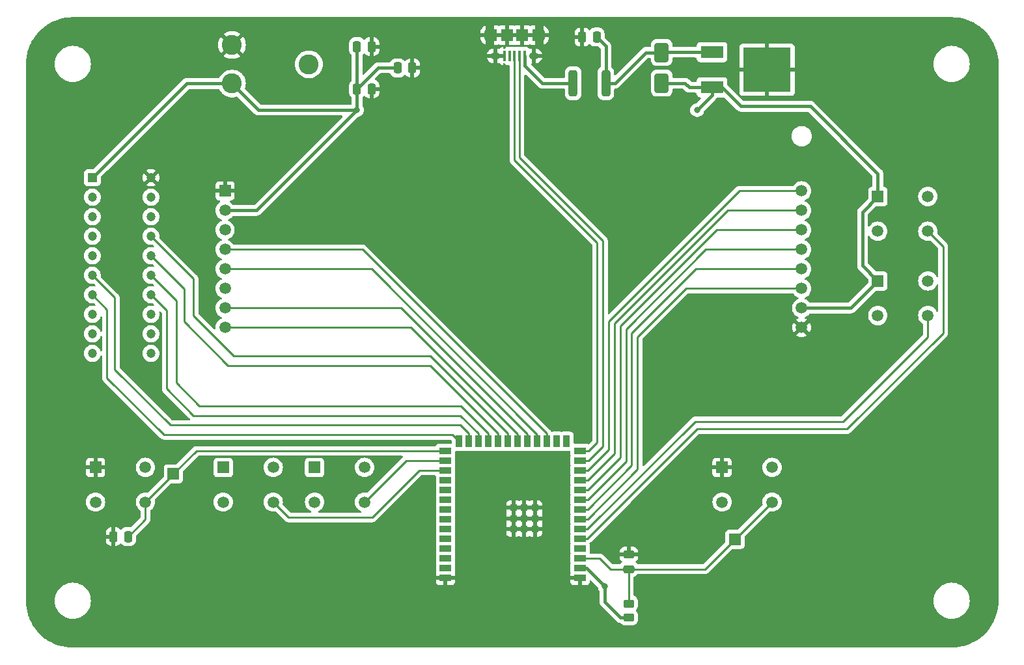
<source format=gtl>
G04 #@! TF.GenerationSoftware,KiCad,Pcbnew,7.0.1-0*
G04 #@! TF.CreationDate,2023-04-17T19:11:43-07:00*
G04 #@! TF.ProjectId,msp-debugger,6d73702d-6465-4627-9567-6765722e6b69,rev?*
G04 #@! TF.SameCoordinates,Original*
G04 #@! TF.FileFunction,Copper,L1,Top*
G04 #@! TF.FilePolarity,Positive*
%FSLAX46Y46*%
G04 Gerber Fmt 4.6, Leading zero omitted, Abs format (unit mm)*
G04 Created by KiCad (PCBNEW 7.0.1-0) date 2023-04-17 19:11:43*
%MOMM*%
%LPD*%
G01*
G04 APERTURE LIST*
G04 Aperture macros list*
%AMRoundRect*
0 Rectangle with rounded corners*
0 $1 Rounding radius*
0 $2 $3 $4 $5 $6 $7 $8 $9 X,Y pos of 4 corners*
0 Add a 4 corners polygon primitive as box body*
4,1,4,$2,$3,$4,$5,$6,$7,$8,$9,$2,$3,0*
0 Add four circle primitives for the rounded corners*
1,1,$1+$1,$2,$3*
1,1,$1+$1,$4,$5*
1,1,$1+$1,$6,$7*
1,1,$1+$1,$8,$9*
0 Add four rect primitives between the rounded corners*
20,1,$1+$1,$2,$3,$4,$5,0*
20,1,$1+$1,$4,$5,$6,$7,0*
20,1,$1+$1,$6,$7,$8,$9,0*
20,1,$1+$1,$8,$9,$2,$3,0*%
G04 Aperture macros list end*
G04 #@! TA.AperFunction,SMDPad,CuDef*
%ADD10RoundRect,0.250000X0.450000X-0.262500X0.450000X0.262500X-0.450000X0.262500X-0.450000X-0.262500X0*%
G04 #@! TD*
G04 #@! TA.AperFunction,ComponentPad*
%ADD11R,1.508000X1.508000*%
G04 #@! TD*
G04 #@! TA.AperFunction,ComponentPad*
%ADD12C,1.508000*%
G04 #@! TD*
G04 #@! TA.AperFunction,SMDPad,CuDef*
%ADD13R,1.500000X1.500000*%
G04 #@! TD*
G04 #@! TA.AperFunction,SMDPad,CuDef*
%ADD14R,0.400000X1.350000*%
G04 #@! TD*
G04 #@! TA.AperFunction,ComponentPad*
%ADD15O,0.890000X1.550000*%
G04 #@! TD*
G04 #@! TA.AperFunction,SMDPad,CuDef*
%ADD16R,1.200000X1.550000*%
G04 #@! TD*
G04 #@! TA.AperFunction,ComponentPad*
%ADD17O,1.250000X0.950000*%
G04 #@! TD*
G04 #@! TA.AperFunction,SMDPad,CuDef*
%ADD18R,1.500000X1.550000*%
G04 #@! TD*
G04 #@! TA.AperFunction,SMDPad,CuDef*
%ADD19RoundRect,0.250000X0.250000X0.475000X-0.250000X0.475000X-0.250000X-0.475000X0.250000X-0.475000X0*%
G04 #@! TD*
G04 #@! TA.AperFunction,SMDPad,CuDef*
%ADD20R,1.500000X0.900000*%
G04 #@! TD*
G04 #@! TA.AperFunction,SMDPad,CuDef*
%ADD21R,0.900000X1.500000*%
G04 #@! TD*
G04 #@! TA.AperFunction,SMDPad,CuDef*
%ADD22R,0.900000X0.900000*%
G04 #@! TD*
G04 #@! TA.AperFunction,SMDPad,CuDef*
%ADD23RoundRect,0.250000X0.475000X-0.250000X0.475000X0.250000X-0.475000X0.250000X-0.475000X-0.250000X0*%
G04 #@! TD*
G04 #@! TA.AperFunction,SMDPad,CuDef*
%ADD24RoundRect,0.250000X-0.250000X-0.475000X0.250000X-0.475000X0.250000X0.475000X-0.250000X0.475000X0*%
G04 #@! TD*
G04 #@! TA.AperFunction,ComponentPad*
%ADD25C,2.600000*%
G04 #@! TD*
G04 #@! TA.AperFunction,SMDPad,CuDef*
%ADD26RoundRect,0.250000X-0.650000X1.000000X-0.650000X-1.000000X0.650000X-1.000000X0.650000X1.000000X0*%
G04 #@! TD*
G04 #@! TA.AperFunction,SMDPad,CuDef*
%ADD27R,3.000000X1.600000*%
G04 #@! TD*
G04 #@! TA.AperFunction,SMDPad,CuDef*
%ADD28R,6.200000X5.800000*%
G04 #@! TD*
G04 #@! TA.AperFunction,ComponentPad*
%ADD29R,1.500000X1.500000*%
G04 #@! TD*
G04 #@! TA.AperFunction,ComponentPad*
%ADD30C,1.500000*%
G04 #@! TD*
G04 #@! TA.AperFunction,ComponentPad*
%ADD31R,1.200000X1.200000*%
G04 #@! TD*
G04 #@! TA.AperFunction,ComponentPad*
%ADD32C,1.200000*%
G04 #@! TD*
G04 #@! TA.AperFunction,SMDPad,CuDef*
%ADD33RoundRect,0.250000X-0.312500X-1.450000X0.312500X-1.450000X0.312500X1.450000X-0.312500X1.450000X0*%
G04 #@! TD*
G04 #@! TA.AperFunction,ViaPad*
%ADD34C,0.800000*%
G04 #@! TD*
G04 #@! TA.AperFunction,ViaPad*
%ADD35C,0.711200*%
G04 #@! TD*
G04 #@! TA.AperFunction,Conductor*
%ADD36C,0.400000*%
G04 #@! TD*
G04 #@! TA.AperFunction,Conductor*
%ADD37C,0.203200*%
G04 #@! TD*
G04 #@! TA.AperFunction,Conductor*
%ADD38C,0.250000*%
G04 #@! TD*
G04 APERTURE END LIST*
D10*
X154870000Y-135532500D03*
X154870000Y-133707500D03*
D11*
X187250000Y-80750000D03*
D12*
X187250000Y-85250000D03*
X193750000Y-80750000D03*
X193750000Y-85250000D03*
D13*
X168656000Y-125349000D03*
D11*
X114000000Y-116000000D03*
D12*
X114000000Y-120500000D03*
X120500000Y-116000000D03*
X120500000Y-120500000D03*
D11*
X102110000Y-116000000D03*
D12*
X102110000Y-120500000D03*
X108610000Y-116000000D03*
X108610000Y-120500000D03*
D14*
X141300000Y-62450000D03*
X140650000Y-62450000D03*
X140000000Y-62450000D03*
X139350000Y-62450000D03*
X138700000Y-62450000D03*
D15*
X143500000Y-59750000D03*
D16*
X142900000Y-59750000D03*
D17*
X142500000Y-62450000D03*
D18*
X141000000Y-59750000D03*
X139000000Y-59750000D03*
D17*
X137500000Y-62450000D03*
D16*
X137100000Y-59750000D03*
D15*
X136500000Y-59750000D03*
D19*
X150700000Y-60000000D03*
X148800000Y-60000000D03*
D20*
X148520000Y-130360000D03*
X148520000Y-129090000D03*
X148520000Y-127820000D03*
X148520000Y-126550000D03*
X148520000Y-125280000D03*
X148520000Y-124010000D03*
X148520000Y-122740000D03*
X148520000Y-121470000D03*
X148520000Y-120200000D03*
X148520000Y-118930000D03*
X148520000Y-117660000D03*
X148520000Y-116390000D03*
X148520000Y-115120000D03*
X148520000Y-113850000D03*
D21*
X146755000Y-112600000D03*
X145485000Y-112600000D03*
X144215000Y-112600000D03*
X142945000Y-112600000D03*
X141675000Y-112600000D03*
X140405000Y-112600000D03*
X139135000Y-112600000D03*
X137865000Y-112600000D03*
X136595000Y-112600000D03*
X135325000Y-112600000D03*
X134055000Y-112600000D03*
X132785000Y-112600000D03*
D20*
X131020000Y-113850000D03*
X131020000Y-115120000D03*
X131020000Y-116390000D03*
X131020000Y-117660000D03*
X131020000Y-118930000D03*
X131020000Y-120200000D03*
X131020000Y-121470000D03*
X131020000Y-122740000D03*
X131020000Y-124010000D03*
X131020000Y-125280000D03*
X131020000Y-126550000D03*
X131020000Y-127820000D03*
X131020000Y-129090000D03*
X131020000Y-130360000D03*
D22*
X142670000Y-124040000D03*
X142670000Y-122640000D03*
X142670000Y-121240000D03*
X141270000Y-124040000D03*
X141270000Y-122640000D03*
X141270000Y-121240000D03*
X139870000Y-124040000D03*
X139870000Y-122640000D03*
X139870000Y-121240000D03*
D23*
X154870000Y-129220000D03*
X154870000Y-127320000D03*
D24*
X119500000Y-66750000D03*
X121400000Y-66750000D03*
D13*
X95631000Y-116840000D03*
D11*
X85500000Y-116000000D03*
D12*
X85500000Y-120500000D03*
X92000000Y-116000000D03*
X92000000Y-120500000D03*
D25*
X103250000Y-61040000D03*
X113250000Y-63540000D03*
X103250000Y-66040000D03*
D24*
X119500000Y-61250000D03*
X121400000Y-61250000D03*
X124800000Y-64000000D03*
X126700000Y-64000000D03*
D26*
X159131000Y-62000000D03*
X159131000Y-66000000D03*
D27*
X165670000Y-61965000D03*
X165670000Y-66535000D03*
D28*
X172840000Y-64250000D03*
D29*
X102342500Y-80010000D03*
D30*
X102342500Y-82550000D03*
X102342500Y-85090000D03*
X102342500Y-87630000D03*
X102342500Y-90170000D03*
X102342500Y-92710000D03*
X102342500Y-95250000D03*
X102342500Y-97790000D03*
X177342500Y-80010000D03*
X177342500Y-82550000D03*
X177342500Y-85090000D03*
X177342500Y-87630000D03*
X177342500Y-90170000D03*
X177342500Y-92710000D03*
X177342500Y-95250000D03*
X177342500Y-97790000D03*
D31*
X85090000Y-78290000D03*
D32*
X85090000Y-80830000D03*
X85090000Y-83370000D03*
X85090000Y-85910000D03*
X85090000Y-88450000D03*
X85090000Y-90990000D03*
X85090000Y-93530000D03*
X85090000Y-96070000D03*
X85090000Y-98610000D03*
X85090000Y-101150000D03*
X92710000Y-101150000D03*
X92710000Y-98610000D03*
X92710000Y-96070000D03*
X92710000Y-93530000D03*
X92710000Y-90990000D03*
X92710000Y-88450000D03*
X92710000Y-85910000D03*
X92710000Y-83370000D03*
X92710000Y-80830000D03*
X92710000Y-78290000D03*
D19*
X89750000Y-125000000D03*
X87850000Y-125000000D03*
D11*
X167000000Y-116000000D03*
D12*
X167000000Y-120500000D03*
X173500000Y-116000000D03*
X173500000Y-120500000D03*
D33*
X147612500Y-66000000D03*
X151887500Y-66000000D03*
D11*
X187250000Y-91730000D03*
D12*
X187250000Y-96230000D03*
X193750000Y-91730000D03*
X193750000Y-96230000D03*
D34*
X163750000Y-69500000D03*
X151750000Y-131500000D03*
X119500000Y-69500000D03*
D35*
X167640000Y-132080000D03*
X127000000Y-81280000D03*
X127000000Y-60960000D03*
X157480000Y-81280000D03*
X187960000Y-71120000D03*
X121920000Y-132080000D03*
X157480000Y-71120000D03*
X147320000Y-71120000D03*
X198120000Y-91440000D03*
X198120000Y-71120000D03*
X198120000Y-81280000D03*
X157480000Y-132080000D03*
X81280000Y-71120000D03*
X116840000Y-60960000D03*
X106680000Y-71120000D03*
X198120000Y-101600000D03*
X127000000Y-71120000D03*
X177800000Y-60960000D03*
X187960000Y-132080000D03*
X81280000Y-81280000D03*
X81280000Y-101600000D03*
X198120000Y-121920000D03*
X142240000Y-132080000D03*
X198120000Y-111760000D03*
X167640000Y-101600000D03*
X81280000Y-111760000D03*
X91440000Y-60960000D03*
X96520000Y-71120000D03*
X91440000Y-132080000D03*
X187960000Y-111760000D03*
X147320000Y-101600000D03*
X101600000Y-132080000D03*
X147320000Y-91440000D03*
X111760000Y-132080000D03*
X177800000Y-121920000D03*
X81280000Y-121920000D03*
X137160000Y-81280000D03*
X187960000Y-121920000D03*
X157480000Y-121920000D03*
X177800000Y-132080000D03*
X137160000Y-91440000D03*
X116840000Y-81280000D03*
X177800000Y-101600000D03*
X81280000Y-91440000D03*
X137160000Y-71120000D03*
X187960000Y-60960000D03*
X187960000Y-101600000D03*
D36*
X97340000Y-66040000D02*
X85090000Y-78290000D01*
X151750000Y-131500000D02*
X149340000Y-129090000D01*
X119500000Y-69500000D02*
X119500000Y-61780000D01*
X119500000Y-69500000D02*
X106450000Y-82550000D01*
X165670000Y-67580000D02*
X163750000Y-69500000D01*
X165670000Y-66535000D02*
X162714000Y-66535000D01*
X187250000Y-80750000D02*
X185250000Y-82750000D01*
X165670000Y-66535000D02*
X166992000Y-66535000D01*
X119500000Y-66750000D02*
X122250000Y-64000000D01*
X178500000Y-69000000D02*
X187250000Y-77750000D01*
X177342500Y-95250000D02*
X183730000Y-95250000D01*
X162714000Y-66535000D02*
X162179000Y-66000000D01*
X151750000Y-133500000D02*
X151750000Y-131500000D01*
X154870000Y-135532500D02*
X153782500Y-135532500D01*
X187250000Y-77750000D02*
X187250000Y-80750000D01*
X106710000Y-69500000D02*
X103250000Y-66040000D01*
X103250000Y-66040000D02*
X97340000Y-66040000D01*
X183730000Y-95250000D02*
X187250000Y-91730000D01*
X165670000Y-66535000D02*
X165670000Y-67580000D01*
X185250000Y-89730000D02*
X187250000Y-91730000D01*
X162179000Y-66000000D02*
X159131000Y-66000000D01*
X185250000Y-82750000D02*
X185250000Y-89730000D01*
X149340000Y-129090000D02*
X148520000Y-129090000D01*
X106450000Y-82550000D02*
X102342500Y-82550000D01*
X153782500Y-135532500D02*
X151750000Y-133500000D01*
X166992000Y-66535000D02*
X169457000Y-69000000D01*
X169457000Y-69000000D02*
X178500000Y-69000000D01*
X119500000Y-69500000D02*
X106710000Y-69500000D01*
X122250000Y-64000000D02*
X124800000Y-64000000D01*
D37*
X138700000Y-62450000D02*
X137500000Y-62450000D01*
D38*
X152500000Y-129250000D02*
X154840000Y-129250000D01*
X168656000Y-125344000D02*
X173500000Y-120500000D01*
X148520000Y-127820000D02*
X151070000Y-127820000D01*
X151070000Y-127820000D02*
X152500000Y-129250000D01*
X154870000Y-129220000D02*
X154870000Y-133707500D01*
X154840000Y-129250000D02*
X154870000Y-129220000D01*
X168656000Y-125349000D02*
X164785000Y-129220000D01*
D36*
X168656000Y-125349000D02*
X168656000Y-125344000D01*
D38*
X154870000Y-129220000D02*
X164780000Y-129220000D01*
X95631000Y-116840000D02*
X98621000Y-113850000D01*
X89750000Y-125000000D02*
X92000000Y-122750000D01*
X98621000Y-113850000D02*
X131020000Y-113850000D01*
X95631000Y-116869000D02*
X95631000Y-116840000D01*
X92000000Y-122750000D02*
X92000000Y-120500000D01*
X92000000Y-120500000D02*
X95631000Y-116869000D01*
D36*
X143581250Y-66000000D02*
X141300000Y-63718750D01*
X147612500Y-66000000D02*
X143581250Y-66000000D01*
X141300000Y-63718750D02*
X141300000Y-62450000D01*
D38*
X140650000Y-75650000D02*
X151500000Y-86500000D01*
X151500000Y-113250000D02*
X149630000Y-115120000D01*
X140650000Y-62450000D02*
X140650000Y-75650000D01*
X148520000Y-115120000D02*
X149630000Y-115120000D01*
X151500000Y-86500000D02*
X151500000Y-113250000D01*
X150750000Y-86750000D02*
X150750000Y-112750000D01*
X140000000Y-62450000D02*
X140000000Y-76000000D01*
X140000000Y-76000000D02*
X150750000Y-86750000D01*
X148520000Y-113850000D02*
X149650000Y-113850000D01*
X150750000Y-112750000D02*
X149650000Y-113850000D01*
X132955000Y-110500000D02*
X95250000Y-110500000D01*
X134055000Y-112600000D02*
X134055000Y-111600000D01*
X134055000Y-111600000D02*
X132955000Y-110500000D01*
X88000000Y-103250000D02*
X88000000Y-93900000D01*
X95250000Y-110500000D02*
X88000000Y-103250000D01*
X88000000Y-93900000D02*
X85090000Y-90990000D01*
X87000000Y-95440000D02*
X85090000Y-93530000D01*
X132785000Y-112600000D02*
X131935000Y-111750000D01*
X87000000Y-104336753D02*
X87000000Y-95440000D01*
X131935000Y-111750000D02*
X94413247Y-111750000D01*
X94413247Y-111750000D02*
X87000000Y-104336753D01*
X94750000Y-95570000D02*
X92710000Y-93530000D01*
X98250000Y-109250000D02*
X94750000Y-105750000D01*
X132975000Y-109250000D02*
X98250000Y-109250000D01*
X94750000Y-105750000D02*
X94750000Y-95570000D01*
X135325000Y-111600000D02*
X132975000Y-109250000D01*
X135325000Y-112600000D02*
X135325000Y-111600000D01*
X136595000Y-112600000D02*
X136595000Y-111600000D01*
X132995000Y-108000000D02*
X99000000Y-108000000D01*
X96000000Y-105000000D02*
X96000000Y-94280000D01*
X96000000Y-94280000D02*
X92710000Y-90990000D01*
X99000000Y-108000000D02*
X96000000Y-105000000D01*
X136595000Y-111600000D02*
X132995000Y-108000000D01*
X137865000Y-112600000D02*
X137865000Y-111600000D01*
X97000000Y-92750000D02*
X92710000Y-88460000D01*
X97000000Y-97000000D02*
X97000000Y-92750000D01*
X129015000Y-102750000D02*
X102750000Y-102750000D01*
X137865000Y-111600000D02*
X129015000Y-102750000D01*
X102750000Y-102750000D02*
X97000000Y-97000000D01*
X92710000Y-88460000D02*
X92710000Y-88450000D01*
X98250000Y-91450000D02*
X92710000Y-85910000D01*
X103500000Y-101500000D02*
X98250000Y-96250000D01*
X98250000Y-96250000D02*
X98250000Y-91450000D01*
X139135000Y-111600000D02*
X129035000Y-101500000D01*
X139135000Y-112600000D02*
X139135000Y-111600000D01*
X129035000Y-101500000D02*
X103500000Y-101500000D01*
X120500000Y-120500000D02*
X125880000Y-115120000D01*
X125880000Y-115120000D02*
X131020000Y-115120000D01*
X127610000Y-116390000D02*
X131020000Y-116390000D01*
X121500000Y-122500000D02*
X127610000Y-116390000D01*
X108610000Y-120500000D02*
X110610000Y-122500000D01*
X110610000Y-122500000D02*
X121500000Y-122500000D01*
X163750000Y-111000000D02*
X149470000Y-125280000D01*
X195750000Y-87250000D02*
X195750000Y-98500000D01*
X195750000Y-98500000D02*
X183250000Y-111000000D01*
X193750000Y-85250000D02*
X195750000Y-87250000D01*
X183250000Y-111000000D02*
X163750000Y-111000000D01*
X149470000Y-125280000D02*
X148520000Y-125280000D01*
X193750000Y-96230000D02*
X193750000Y-99000000D01*
X149490000Y-124010000D02*
X148520000Y-124010000D01*
X193750000Y-99000000D02*
X182750000Y-110000000D01*
X163500000Y-110000000D02*
X149490000Y-124010000D01*
X182750000Y-110000000D02*
X163500000Y-110000000D01*
X140405000Y-112600000D02*
X140405000Y-111655000D01*
X140405000Y-111655000D02*
X126540000Y-97790000D01*
X126540000Y-97790000D02*
X102342500Y-97790000D01*
X149520000Y-116390000D02*
X152250000Y-113660000D01*
X169240000Y-80010000D02*
X177342500Y-80010000D01*
X148520000Y-116390000D02*
X149520000Y-116390000D01*
X152250000Y-97000000D02*
X169240000Y-80010000D01*
X152250000Y-113660000D02*
X152250000Y-97000000D01*
X153000000Y-114180000D02*
X153000000Y-97250000D01*
X148520000Y-117660000D02*
X149520000Y-117660000D01*
X149520000Y-117660000D02*
X153000000Y-114180000D01*
X167700000Y-82550000D02*
X177342500Y-82550000D01*
X153000000Y-97250000D02*
X167700000Y-82550000D01*
X149520000Y-118930000D02*
X153750000Y-114700000D01*
X153750000Y-114700000D02*
X153750000Y-97625000D01*
X148520000Y-118930000D02*
X149520000Y-118930000D01*
X153750000Y-97625000D02*
X166285000Y-85090000D01*
X166285000Y-85090000D02*
X177342500Y-85090000D01*
X149520000Y-120200000D02*
X154500000Y-115220000D01*
X148520000Y-120200000D02*
X149520000Y-120200000D01*
X154500000Y-98000000D02*
X164870000Y-87630000D01*
X154500000Y-115220000D02*
X154500000Y-98000000D01*
X164870000Y-87630000D02*
X177342500Y-87630000D01*
X125250000Y-95250000D02*
X102342500Y-95250000D01*
X141675000Y-111675000D02*
X141675000Y-112600000D01*
X141675000Y-111675000D02*
X125250000Y-95250000D01*
X149520000Y-121470000D02*
X155250000Y-115740000D01*
X155250000Y-98500000D02*
X163580000Y-90170000D01*
X155250000Y-115740000D02*
X155250000Y-98500000D01*
X148520000Y-121470000D02*
X149520000Y-121470000D01*
X163580000Y-90170000D02*
X177342500Y-90170000D01*
X148520000Y-122740000D02*
X149520000Y-122740000D01*
X162290000Y-92710000D02*
X177342500Y-92710000D01*
X149520000Y-122740000D02*
X156000000Y-116260000D01*
X156000000Y-116260000D02*
X156000000Y-99000000D01*
X156000000Y-99000000D02*
X162290000Y-92710000D01*
X144215000Y-111600000D02*
X120245000Y-87630000D01*
X144215000Y-112600000D02*
X144215000Y-111600000D01*
X120245000Y-87630000D02*
X102342500Y-87630000D01*
X142945000Y-111695000D02*
X121420000Y-90170000D01*
X142945000Y-112600000D02*
X142945000Y-111695000D01*
X121420000Y-90170000D02*
X102342500Y-90170000D01*
D36*
X151887500Y-61187500D02*
X150700000Y-60000000D01*
X151887500Y-66000000D02*
X153075000Y-66000000D01*
X165670000Y-61965000D02*
X159166000Y-61965000D01*
X153075000Y-66000000D02*
X157075000Y-62000000D01*
X159166000Y-61965000D02*
X159131000Y-62000000D01*
X151887500Y-66000000D02*
X151887500Y-61187500D01*
X157075000Y-62000000D02*
X159131000Y-62000000D01*
G04 #@! TA.AperFunction,Conductor*
G36*
X196852443Y-57404596D02*
G01*
X197323395Y-57423099D01*
X197333069Y-57423860D01*
X197798713Y-57478974D01*
X197808318Y-57480495D01*
X198268190Y-57571969D01*
X198277650Y-57574240D01*
X198728922Y-57701512D01*
X198738175Y-57704518D01*
X199178076Y-57866805D01*
X199187065Y-57870528D01*
X199612884Y-58066835D01*
X199621548Y-58071250D01*
X200030643Y-58300355D01*
X200038945Y-58305442D01*
X200292707Y-58475000D01*
X200337397Y-58504861D01*
X200428794Y-58565930D01*
X200436671Y-58571653D01*
X200804880Y-58861925D01*
X200812284Y-58868248D01*
X201156591Y-59186524D01*
X201163475Y-59193408D01*
X201481751Y-59537715D01*
X201488074Y-59545119D01*
X201778346Y-59913328D01*
X201784069Y-59921205D01*
X202044557Y-60311054D01*
X202049644Y-60319356D01*
X202278749Y-60728451D01*
X202283170Y-60737126D01*
X202479469Y-61162931D01*
X202483195Y-61171927D01*
X202645480Y-61611821D01*
X202648488Y-61621080D01*
X202775758Y-62072345D01*
X202778031Y-62081813D01*
X202869503Y-62541676D01*
X202871026Y-62551292D01*
X202926137Y-63016914D01*
X202926901Y-63026621D01*
X202945404Y-63497557D01*
X202945500Y-63502425D01*
X202945500Y-133347575D01*
X202945404Y-133352443D01*
X202926901Y-133823378D01*
X202926137Y-133833085D01*
X202871026Y-134298707D01*
X202869503Y-134308323D01*
X202778031Y-134768186D01*
X202775758Y-134777654D01*
X202648488Y-135228919D01*
X202645480Y-135238178D01*
X202483195Y-135678072D01*
X202479469Y-135687068D01*
X202283170Y-136112873D01*
X202278749Y-136121548D01*
X202049644Y-136530643D01*
X202044557Y-136538945D01*
X201784069Y-136928794D01*
X201778346Y-136936671D01*
X201488074Y-137304880D01*
X201481751Y-137312284D01*
X201163475Y-137656591D01*
X201156591Y-137663475D01*
X200812284Y-137981751D01*
X200804880Y-137988074D01*
X200436671Y-138278346D01*
X200428794Y-138284069D01*
X200038945Y-138544557D01*
X200030643Y-138549644D01*
X199621548Y-138778749D01*
X199612873Y-138783170D01*
X199187068Y-138979469D01*
X199178072Y-138983195D01*
X198738178Y-139145480D01*
X198728919Y-139148488D01*
X198277654Y-139275758D01*
X198268186Y-139278031D01*
X197808323Y-139369503D01*
X197798707Y-139371026D01*
X197333085Y-139426137D01*
X197323378Y-139426901D01*
X196852443Y-139445404D01*
X196847575Y-139445500D01*
X82552425Y-139445500D01*
X82547557Y-139445404D01*
X82076621Y-139426901D01*
X82066914Y-139426137D01*
X81601292Y-139371026D01*
X81591676Y-139369503D01*
X81131813Y-139278031D01*
X81122345Y-139275758D01*
X80671080Y-139148488D01*
X80661821Y-139145480D01*
X80221927Y-138983195D01*
X80212931Y-138979469D01*
X79787126Y-138783170D01*
X79778451Y-138778749D01*
X79369356Y-138549644D01*
X79361054Y-138544557D01*
X78971205Y-138284069D01*
X78963328Y-138278346D01*
X78595119Y-137988074D01*
X78587715Y-137981751D01*
X78243408Y-137663475D01*
X78236524Y-137656591D01*
X77918248Y-137312284D01*
X77911925Y-137304880D01*
X77621653Y-136936671D01*
X77615930Y-136928794D01*
X77355442Y-136538945D01*
X77350355Y-136530643D01*
X77121250Y-136121548D01*
X77116835Y-136112884D01*
X76920528Y-135687065D01*
X76916804Y-135678072D01*
X76862156Y-135529943D01*
X76754518Y-135238175D01*
X76751511Y-135228919D01*
X76721002Y-135120744D01*
X76624240Y-134777650D01*
X76621968Y-134768186D01*
X76603887Y-134677288D01*
X76530495Y-134308318D01*
X76528973Y-134298707D01*
X76524723Y-134262800D01*
X76473860Y-133833069D01*
X76473099Y-133823395D01*
X76454596Y-133352443D01*
X76454548Y-133350000D01*
X80190448Y-133350000D01*
X80210634Y-133657989D01*
X80270847Y-133960697D01*
X80370056Y-134252959D01*
X80506567Y-134529775D01*
X80616290Y-134693987D01*
X80678042Y-134786404D01*
X80881545Y-135018455D01*
X81111353Y-135219991D01*
X81113596Y-135221958D01*
X81370224Y-135393432D01*
X81647040Y-135529943D01*
X81939302Y-135629152D01*
X82242010Y-135689365D01*
X82242012Y-135689365D01*
X82242017Y-135689366D01*
X82550000Y-135709552D01*
X82857983Y-135689366D01*
X82857987Y-135689365D01*
X82857989Y-135689365D01*
X83160697Y-135629152D01*
X83452959Y-135529943D01*
X83460446Y-135526250D01*
X83729776Y-135393432D01*
X83986404Y-135221958D01*
X84218455Y-135018455D01*
X84421958Y-134786404D01*
X84593432Y-134529776D01*
X84729942Y-134252961D01*
X84829152Y-133960697D01*
X84889366Y-133657983D01*
X84909552Y-133350000D01*
X84889366Y-133042017D01*
X84876302Y-132976342D01*
X84829152Y-132739302D01*
X84729943Y-132447040D01*
X84593432Y-132170224D01*
X84421958Y-131913596D01*
X84382220Y-131868284D01*
X84218455Y-131681545D01*
X83986404Y-131478042D01*
X83737522Y-131311744D01*
X83729775Y-131306567D01*
X83452959Y-131170056D01*
X83160697Y-131070847D01*
X82857989Y-131010634D01*
X82550000Y-130990448D01*
X82242010Y-131010634D01*
X81939302Y-131070847D01*
X81647040Y-131170056D01*
X81370224Y-131306567D01*
X81113596Y-131478041D01*
X80881545Y-131681545D01*
X80678041Y-131913596D01*
X80506567Y-132170224D01*
X80370056Y-132447040D01*
X80270847Y-132739302D01*
X80210634Y-133042010D01*
X80190448Y-133350000D01*
X76454548Y-133350000D01*
X76454500Y-133347575D01*
X76454500Y-130610000D01*
X129770000Y-130610000D01*
X129770000Y-130857824D01*
X129776402Y-130917375D01*
X129826647Y-131052089D01*
X129912811Y-131167188D01*
X130027910Y-131253352D01*
X130162624Y-131303597D01*
X130222176Y-131310000D01*
X130770000Y-131310000D01*
X130770000Y-130610000D01*
X131270000Y-130610000D01*
X131270000Y-131310000D01*
X131817824Y-131310000D01*
X131877375Y-131303597D01*
X132012089Y-131253352D01*
X132127188Y-131167188D01*
X132213352Y-131052089D01*
X132263597Y-130917375D01*
X132270000Y-130857824D01*
X132270000Y-130610000D01*
X147270000Y-130610000D01*
X147270000Y-130857824D01*
X147276402Y-130917375D01*
X147326647Y-131052089D01*
X147412811Y-131167188D01*
X147527910Y-131253352D01*
X147662624Y-131303597D01*
X147722176Y-131310000D01*
X148270000Y-131310000D01*
X148270000Y-130610000D01*
X147270000Y-130610000D01*
X132270000Y-130610000D01*
X131270000Y-130610000D01*
X130770000Y-130610000D01*
X129770000Y-130610000D01*
X76454500Y-130610000D01*
X76454500Y-125250000D01*
X86850001Y-125250000D01*
X86850001Y-125524979D01*
X86860493Y-125627695D01*
X86915642Y-125794122D01*
X87007683Y-125943345D01*
X87131654Y-126067316D01*
X87280877Y-126159357D01*
X87447303Y-126214506D01*
X87550021Y-126225000D01*
X87600000Y-126225000D01*
X87600000Y-125250000D01*
X86850001Y-125250000D01*
X76454500Y-125250000D01*
X76454500Y-124750000D01*
X86850000Y-124750000D01*
X87600000Y-124750000D01*
X87600000Y-123775001D01*
X87550021Y-123775001D01*
X87447304Y-123785493D01*
X87280877Y-123840642D01*
X87131654Y-123932683D01*
X87007683Y-124056654D01*
X86915642Y-124205877D01*
X86860493Y-124372303D01*
X86850000Y-124475021D01*
X86850000Y-124750000D01*
X76454500Y-124750000D01*
X76454500Y-120500000D01*
X84240707Y-120500000D01*
X84259838Y-120718671D01*
X84316653Y-120930704D01*
X84344303Y-120990000D01*
X84409421Y-121129646D01*
X84535326Y-121309457D01*
X84690543Y-121464674D01*
X84870354Y-121590579D01*
X85069297Y-121683347D01*
X85281326Y-121740161D01*
X85500000Y-121759292D01*
X85718674Y-121740161D01*
X85930703Y-121683347D01*
X86129646Y-121590579D01*
X86309457Y-121464674D01*
X86464674Y-121309457D01*
X86590579Y-121129646D01*
X86683347Y-120930703D01*
X86740161Y-120718674D01*
X86759292Y-120500000D01*
X86740161Y-120281326D01*
X86683347Y-120069297D01*
X86590579Y-119870354D01*
X86464674Y-119690543D01*
X86309457Y-119535326D01*
X86129646Y-119409421D01*
X86037921Y-119366649D01*
X85930704Y-119316653D01*
X85718671Y-119259838D01*
X85500000Y-119240707D01*
X85281328Y-119259838D01*
X85069295Y-119316653D01*
X84870356Y-119409420D01*
X84870354Y-119409421D01*
X84844002Y-119427873D01*
X84690539Y-119535329D01*
X84535329Y-119690539D01*
X84409420Y-119870356D01*
X84316653Y-120069295D01*
X84259838Y-120281328D01*
X84240707Y-120500000D01*
X76454500Y-120500000D01*
X76454500Y-116250000D01*
X84246000Y-116250000D01*
X84246000Y-116801824D01*
X84252402Y-116861375D01*
X84302647Y-116996089D01*
X84388811Y-117111188D01*
X84503910Y-117197352D01*
X84638624Y-117247597D01*
X84698176Y-117254000D01*
X85250000Y-117254000D01*
X85250000Y-116250000D01*
X85750000Y-116250000D01*
X85750000Y-117254000D01*
X86301824Y-117254000D01*
X86361375Y-117247597D01*
X86496089Y-117197352D01*
X86611188Y-117111188D01*
X86697352Y-116996089D01*
X86747597Y-116861375D01*
X86754000Y-116801824D01*
X86754000Y-116250000D01*
X85750000Y-116250000D01*
X85250000Y-116250000D01*
X84246000Y-116250000D01*
X76454500Y-116250000D01*
X76454500Y-116000000D01*
X90740707Y-116000000D01*
X90759838Y-116218671D01*
X90816653Y-116430704D01*
X90838707Y-116477998D01*
X90909421Y-116629646D01*
X91035326Y-116809457D01*
X91190543Y-116964674D01*
X91370354Y-117090579D01*
X91569297Y-117183347D01*
X91781326Y-117240161D01*
X92000000Y-117259292D01*
X92218674Y-117240161D01*
X92430703Y-117183347D01*
X92629646Y-117090579D01*
X92809457Y-116964674D01*
X92964674Y-116809457D01*
X93090579Y-116629646D01*
X93183347Y-116430703D01*
X93240161Y-116218674D01*
X93259292Y-116000000D01*
X93240161Y-115781326D01*
X93183347Y-115569297D01*
X93090579Y-115370354D01*
X92964674Y-115190543D01*
X92809457Y-115035326D01*
X92629646Y-114909421D01*
X92537921Y-114866649D01*
X92430704Y-114816653D01*
X92218671Y-114759838D01*
X92000000Y-114740707D01*
X91781328Y-114759838D01*
X91569295Y-114816653D01*
X91370356Y-114909420D01*
X91370354Y-114909421D01*
X91235754Y-115003669D01*
X91190539Y-115035329D01*
X91035329Y-115190539D01*
X91035326Y-115190542D01*
X91035326Y-115190543D01*
X91029982Y-115198176D01*
X90909420Y-115370356D01*
X90816653Y-115569295D01*
X90759838Y-115781328D01*
X90740707Y-116000000D01*
X76454500Y-116000000D01*
X76454500Y-115750000D01*
X84246000Y-115750000D01*
X85250000Y-115750000D01*
X85250000Y-114746000D01*
X85750000Y-114746000D01*
X85750000Y-115750000D01*
X86754000Y-115750000D01*
X86754000Y-115198176D01*
X86747597Y-115138624D01*
X86697352Y-115003910D01*
X86611188Y-114888811D01*
X86496089Y-114802647D01*
X86361375Y-114752402D01*
X86301824Y-114746000D01*
X85750000Y-114746000D01*
X85250000Y-114746000D01*
X84698176Y-114746000D01*
X84638624Y-114752402D01*
X84503910Y-114802647D01*
X84388811Y-114888811D01*
X84302647Y-115003910D01*
X84252402Y-115138624D01*
X84246000Y-115198176D01*
X84246000Y-115750000D01*
X76454500Y-115750000D01*
X76454500Y-101149999D01*
X83984785Y-101149999D01*
X84003602Y-101353083D01*
X84059418Y-101549251D01*
X84150324Y-101731818D01*
X84273236Y-101894580D01*
X84423958Y-102031981D01*
X84597361Y-102139347D01*
X84597363Y-102139348D01*
X84787544Y-102213024D01*
X84988024Y-102250500D01*
X85191974Y-102250500D01*
X85191976Y-102250500D01*
X85392456Y-102213024D01*
X85582637Y-102139348D01*
X85756041Y-102031981D01*
X85846819Y-101949226D01*
X85906763Y-101894580D01*
X86029675Y-101731818D01*
X86075313Y-101640161D01*
X86120582Y-101549250D01*
X86131234Y-101511814D01*
X86160161Y-101460809D01*
X86209288Y-101428798D01*
X86267632Y-101422938D01*
X86322144Y-101444541D01*
X86360636Y-101488775D01*
X86374500Y-101545749D01*
X86374500Y-104254009D01*
X86372235Y-104274515D01*
X86374439Y-104344626D01*
X86374500Y-104348521D01*
X86374500Y-104376102D01*
X86375003Y-104380087D01*
X86375918Y-104391720D01*
X86377290Y-104435379D01*
X86382879Y-104454613D01*
X86386825Y-104473669D01*
X86389335Y-104493545D01*
X86405414Y-104534157D01*
X86409197Y-104545204D01*
X86421382Y-104587144D01*
X86431580Y-104604388D01*
X86440136Y-104621853D01*
X86447514Y-104640485D01*
X86447515Y-104640486D01*
X86473180Y-104675812D01*
X86479593Y-104685575D01*
X86501826Y-104723169D01*
X86501829Y-104723172D01*
X86501830Y-104723173D01*
X86515995Y-104737338D01*
X86528627Y-104752128D01*
X86540406Y-104768340D01*
X86574058Y-104796179D01*
X86582699Y-104804042D01*
X93912443Y-112133787D01*
X93925343Y-112149888D01*
X93976470Y-112197900D01*
X93979266Y-112200610D01*
X93998776Y-112220120D01*
X94001958Y-112222588D01*
X94010818Y-112230155D01*
X94042665Y-112260062D01*
X94060217Y-112269711D01*
X94076485Y-112280397D01*
X94092311Y-112292673D01*
X94132393Y-112310017D01*
X94142880Y-112315155D01*
X94181154Y-112336197D01*
X94189657Y-112338379D01*
X94200555Y-112341178D01*
X94218960Y-112347478D01*
X94237351Y-112355437D01*
X94280497Y-112362270D01*
X94291915Y-112364635D01*
X94334228Y-112375500D01*
X94354263Y-112375500D01*
X94373662Y-112377027D01*
X94393443Y-112380160D01*
X94436921Y-112376050D01*
X94448591Y-112375500D01*
X131624548Y-112375500D01*
X131672001Y-112384939D01*
X131712229Y-112411819D01*
X131798181Y-112497771D01*
X131825061Y-112537999D01*
X131834500Y-112585452D01*
X131834500Y-112775500D01*
X131817887Y-112837500D01*
X131772500Y-112882887D01*
X131710500Y-112899500D01*
X130222130Y-112899500D01*
X130162515Y-112905909D01*
X130027669Y-112956204D01*
X129912453Y-113042454D01*
X129815519Y-113171942D01*
X129814326Y-113171049D01*
X129804926Y-113186068D01*
X129763996Y-113214488D01*
X129715182Y-113224500D01*
X98703744Y-113224500D01*
X98683236Y-113222235D01*
X98613113Y-113224439D01*
X98609219Y-113224500D01*
X98581650Y-113224500D01*
X98577671Y-113225002D01*
X98566041Y-113225917D01*
X98522372Y-113227289D01*
X98503128Y-113232880D01*
X98484084Y-113236824D01*
X98464208Y-113239335D01*
X98423600Y-113255413D01*
X98412554Y-113259194D01*
X98370610Y-113271382D01*
X98370607Y-113271383D01*
X98353365Y-113281579D01*
X98335904Y-113290133D01*
X98317267Y-113297512D01*
X98281931Y-113323185D01*
X98272174Y-113329595D01*
X98234580Y-113351829D01*
X98220413Y-113365996D01*
X98205624Y-113378626D01*
X98189413Y-113390404D01*
X98161572Y-113424058D01*
X98153711Y-113432697D01*
X96033227Y-115553181D01*
X95992999Y-115580061D01*
X95945546Y-115589500D01*
X94833130Y-115589500D01*
X94773515Y-115595909D01*
X94638669Y-115646204D01*
X94523454Y-115732454D01*
X94437204Y-115847668D01*
X94386909Y-115982516D01*
X94380500Y-116042131D01*
X94380500Y-117183546D01*
X94371061Y-117230999D01*
X94344181Y-117271227D01*
X92377262Y-119238145D01*
X92321675Y-119270239D01*
X92257488Y-119270239D01*
X92218674Y-119259839D01*
X92218673Y-119259838D01*
X92218670Y-119259838D01*
X91999999Y-119240707D01*
X91781328Y-119259838D01*
X91569295Y-119316653D01*
X91370356Y-119409420D01*
X91370354Y-119409421D01*
X91344002Y-119427873D01*
X91190539Y-119535329D01*
X91035329Y-119690539D01*
X90909420Y-119870356D01*
X90816653Y-120069295D01*
X90759838Y-120281328D01*
X90740707Y-120500000D01*
X90759838Y-120718671D01*
X90816653Y-120930704D01*
X90844303Y-120990000D01*
X90909421Y-121129646D01*
X91035326Y-121309457D01*
X91035328Y-121309459D01*
X91035329Y-121309460D01*
X91190543Y-121464674D01*
X91321624Y-121556459D01*
X91360489Y-121600776D01*
X91374500Y-121658033D01*
X91374500Y-122439547D01*
X91365061Y-122487000D01*
X91338181Y-122527228D01*
X90127227Y-123738181D01*
X90086999Y-123765061D01*
X90039546Y-123774500D01*
X89449991Y-123774500D01*
X89347203Y-123785000D01*
X89180665Y-123840186D01*
X89031342Y-123932288D01*
X88907286Y-124056344D01*
X88905242Y-124059659D01*
X88860135Y-124102837D01*
X88799704Y-124118558D01*
X88739274Y-124102835D01*
X88694168Y-124059656D01*
X88692316Y-124056654D01*
X88568345Y-123932683D01*
X88419122Y-123840642D01*
X88252696Y-123785493D01*
X88149979Y-123775000D01*
X88100000Y-123775000D01*
X88100000Y-126224999D01*
X88149979Y-126224999D01*
X88252695Y-126214506D01*
X88419122Y-126159357D01*
X88568345Y-126067316D01*
X88692313Y-125943348D01*
X88694164Y-125940348D01*
X88739271Y-125897164D01*
X88799704Y-125881440D01*
X88860138Y-125897163D01*
X88905246Y-125940345D01*
X88907290Y-125943659D01*
X89031342Y-126067711D01*
X89031344Y-126067712D01*
X89180666Y-126159814D01*
X89292017Y-126196712D01*
X89347202Y-126214999D01*
X89356729Y-126215972D01*
X89449991Y-126225500D01*
X90050008Y-126225499D01*
X90152797Y-126214999D01*
X90319334Y-126159814D01*
X90468656Y-126067712D01*
X90592712Y-125943656D01*
X90684814Y-125794334D01*
X90739999Y-125627797D01*
X90750500Y-125525009D01*
X90750499Y-124935450D01*
X90759938Y-124887998D01*
X90786815Y-124847773D01*
X92383786Y-123250802D01*
X92399887Y-123237904D01*
X92401874Y-123235787D01*
X92401877Y-123235786D01*
X92447932Y-123186741D01*
X92450613Y-123183976D01*
X92470120Y-123164470D01*
X92472581Y-123161295D01*
X92480152Y-123152431D01*
X92510062Y-123120582D01*
X92519713Y-123103026D01*
X92530393Y-123086767D01*
X92542674Y-123070936D01*
X92560018Y-123030851D01*
X92565160Y-123020356D01*
X92565515Y-123019711D01*
X92586197Y-122982092D01*
X92591178Y-122962688D01*
X92597480Y-122944283D01*
X92605438Y-122925895D01*
X92612270Y-122882748D01*
X92614639Y-122871316D01*
X92625500Y-122829020D01*
X92625500Y-122808984D01*
X92627027Y-122789585D01*
X92630160Y-122769804D01*
X92626050Y-122726325D01*
X92625500Y-122714656D01*
X92625500Y-121658033D01*
X92639511Y-121600776D01*
X92678376Y-121556459D01*
X92758712Y-121500205D01*
X92809457Y-121464674D01*
X92964674Y-121309457D01*
X93090579Y-121129646D01*
X93183347Y-120930703D01*
X93240161Y-120718674D01*
X93259292Y-120500000D01*
X100850707Y-120500000D01*
X100869838Y-120718671D01*
X100926653Y-120930704D01*
X100954303Y-120990000D01*
X101019421Y-121129646D01*
X101145326Y-121309457D01*
X101300543Y-121464674D01*
X101480354Y-121590579D01*
X101679297Y-121683347D01*
X101891326Y-121740161D01*
X102110000Y-121759292D01*
X102328674Y-121740161D01*
X102540703Y-121683347D01*
X102739646Y-121590579D01*
X102919457Y-121464674D01*
X103074674Y-121309457D01*
X103200579Y-121129646D01*
X103293347Y-120930703D01*
X103350161Y-120718674D01*
X103369292Y-120500000D01*
X103350161Y-120281326D01*
X103293347Y-120069297D01*
X103200579Y-119870354D01*
X103074674Y-119690543D01*
X102919457Y-119535326D01*
X102739646Y-119409421D01*
X102647921Y-119366649D01*
X102540704Y-119316653D01*
X102328671Y-119259838D01*
X102110000Y-119240707D01*
X101891328Y-119259838D01*
X101679295Y-119316653D01*
X101480356Y-119409420D01*
X101480354Y-119409421D01*
X101454002Y-119427873D01*
X101300539Y-119535329D01*
X101145329Y-119690539D01*
X101019420Y-119870356D01*
X100926653Y-120069295D01*
X100869838Y-120281328D01*
X100850707Y-120500000D01*
X93259292Y-120500000D01*
X93240161Y-120281326D01*
X93229759Y-120242510D01*
X93229759Y-120178324D01*
X93261851Y-120122737D01*
X95257771Y-118126818D01*
X95298000Y-118099938D01*
X95345453Y-118090499D01*
X96428870Y-118090499D01*
X96428872Y-118090499D01*
X96488483Y-118084091D01*
X96623331Y-118033796D01*
X96738546Y-117947546D01*
X96824796Y-117832331D01*
X96875091Y-117697483D01*
X96881500Y-117637873D01*
X96881499Y-116801869D01*
X100855500Y-116801869D01*
X100861897Y-116861375D01*
X100861909Y-116861483D01*
X100912204Y-116996331D01*
X100998454Y-117111546D01*
X101113669Y-117197796D01*
X101248517Y-117248091D01*
X101308127Y-117254500D01*
X102911872Y-117254499D01*
X102971483Y-117248091D01*
X103106331Y-117197796D01*
X103221546Y-117111546D01*
X103307796Y-116996331D01*
X103358091Y-116861483D01*
X103364500Y-116801873D01*
X103364499Y-116000000D01*
X107350707Y-116000000D01*
X107369838Y-116218671D01*
X107426653Y-116430704D01*
X107448707Y-116477998D01*
X107519421Y-116629646D01*
X107645326Y-116809457D01*
X107800543Y-116964674D01*
X107980354Y-117090579D01*
X108179297Y-117183347D01*
X108391326Y-117240161D01*
X108610000Y-117259292D01*
X108828674Y-117240161D01*
X109040703Y-117183347D01*
X109239646Y-117090579D01*
X109419457Y-116964674D01*
X109574674Y-116809457D01*
X109579987Y-116801869D01*
X112745500Y-116801869D01*
X112751897Y-116861375D01*
X112751909Y-116861483D01*
X112802204Y-116996331D01*
X112888454Y-117111546D01*
X113003669Y-117197796D01*
X113138517Y-117248091D01*
X113198127Y-117254500D01*
X114801872Y-117254499D01*
X114861483Y-117248091D01*
X114996331Y-117197796D01*
X115111546Y-117111546D01*
X115197796Y-116996331D01*
X115248091Y-116861483D01*
X115254500Y-116801873D01*
X115254499Y-116000000D01*
X119240707Y-116000000D01*
X119259838Y-116218671D01*
X119316653Y-116430704D01*
X119338707Y-116477998D01*
X119409421Y-116629646D01*
X119535326Y-116809457D01*
X119690543Y-116964674D01*
X119870354Y-117090579D01*
X120069297Y-117183347D01*
X120281326Y-117240161D01*
X120500000Y-117259292D01*
X120718674Y-117240161D01*
X120930703Y-117183347D01*
X121129646Y-117090579D01*
X121309457Y-116964674D01*
X121464674Y-116809457D01*
X121590579Y-116629646D01*
X121683347Y-116430703D01*
X121740161Y-116218674D01*
X121759292Y-116000000D01*
X121740161Y-115781326D01*
X121683347Y-115569297D01*
X121590579Y-115370354D01*
X121464674Y-115190543D01*
X121309457Y-115035326D01*
X121129646Y-114909421D01*
X121037921Y-114866649D01*
X120930704Y-114816653D01*
X120718671Y-114759838D01*
X120500000Y-114740707D01*
X120281328Y-114759838D01*
X120069295Y-114816653D01*
X119870356Y-114909420D01*
X119870354Y-114909421D01*
X119735754Y-115003669D01*
X119690539Y-115035329D01*
X119535329Y-115190539D01*
X119535326Y-115190542D01*
X119535326Y-115190543D01*
X119529982Y-115198176D01*
X119409420Y-115370356D01*
X119316653Y-115569295D01*
X119259838Y-115781328D01*
X119240707Y-116000000D01*
X115254499Y-116000000D01*
X115254499Y-115198128D01*
X115248091Y-115138517D01*
X115197796Y-115003669D01*
X115111546Y-114888454D01*
X114996331Y-114802204D01*
X114861483Y-114751909D01*
X114801873Y-114745500D01*
X114801869Y-114745500D01*
X113198130Y-114745500D01*
X113138515Y-114751909D01*
X113003669Y-114802204D01*
X112888454Y-114888454D01*
X112802204Y-115003668D01*
X112751909Y-115138515D01*
X112751909Y-115138517D01*
X112746316Y-115190543D01*
X112745500Y-115198130D01*
X112745500Y-116801869D01*
X109579987Y-116801869D01*
X109700579Y-116629646D01*
X109793347Y-116430703D01*
X109850161Y-116218674D01*
X109869292Y-116000000D01*
X109850161Y-115781326D01*
X109793347Y-115569297D01*
X109700579Y-115370354D01*
X109574674Y-115190543D01*
X109419457Y-115035326D01*
X109239646Y-114909421D01*
X109147921Y-114866649D01*
X109040704Y-114816653D01*
X108828671Y-114759838D01*
X108610000Y-114740707D01*
X108391328Y-114759838D01*
X108179295Y-114816653D01*
X107980356Y-114909420D01*
X107980354Y-114909421D01*
X107845754Y-115003669D01*
X107800539Y-115035329D01*
X107645329Y-115190539D01*
X107645326Y-115190542D01*
X107645326Y-115190543D01*
X107639982Y-115198176D01*
X107519420Y-115370356D01*
X107426653Y-115569295D01*
X107369838Y-115781328D01*
X107350707Y-116000000D01*
X103364499Y-116000000D01*
X103364499Y-115198128D01*
X103358091Y-115138517D01*
X103307796Y-115003669D01*
X103221546Y-114888454D01*
X103106331Y-114802204D01*
X102971483Y-114751909D01*
X102911873Y-114745500D01*
X102911869Y-114745500D01*
X101308130Y-114745500D01*
X101248515Y-114751909D01*
X101113669Y-114802204D01*
X100998454Y-114888454D01*
X100912204Y-115003668D01*
X100861909Y-115138515D01*
X100861909Y-115138517D01*
X100856316Y-115190543D01*
X100855500Y-115198130D01*
X100855500Y-116801869D01*
X96881499Y-116801869D01*
X96881499Y-116525450D01*
X96890938Y-116477998D01*
X96917815Y-116437773D01*
X98843770Y-114511819D01*
X98883999Y-114484939D01*
X98931452Y-114475500D01*
X125337867Y-114475500D01*
X125404311Y-114494804D01*
X125450067Y-114546706D01*
X125460889Y-114615045D01*
X125433407Y-114678544D01*
X125420570Y-114694060D01*
X125412711Y-114702697D01*
X120877262Y-119238145D01*
X120821675Y-119270239D01*
X120757488Y-119270239D01*
X120718674Y-119259839D01*
X120718673Y-119259838D01*
X120718670Y-119259838D01*
X120499999Y-119240707D01*
X120281328Y-119259838D01*
X120069295Y-119316653D01*
X119870356Y-119409420D01*
X119870354Y-119409421D01*
X119844002Y-119427873D01*
X119690539Y-119535329D01*
X119535329Y-119690539D01*
X119409420Y-119870356D01*
X119316653Y-120069295D01*
X119259838Y-120281328D01*
X119240707Y-120500000D01*
X119259838Y-120718671D01*
X119316653Y-120930704D01*
X119344303Y-120990000D01*
X119409421Y-121129646D01*
X119535326Y-121309457D01*
X119690543Y-121464674D01*
X119870354Y-121590579D01*
X119954515Y-121629823D01*
X119972302Y-121638118D01*
X120022698Y-121681160D01*
X120043727Y-121744010D01*
X120029382Y-121808715D01*
X119983762Y-121856789D01*
X119919897Y-121874500D01*
X114580103Y-121874500D01*
X114516238Y-121856789D01*
X114470618Y-121808715D01*
X114456273Y-121744010D01*
X114477302Y-121681160D01*
X114527698Y-121638118D01*
X114540288Y-121632246D01*
X114629646Y-121590579D01*
X114809457Y-121464674D01*
X114964674Y-121309457D01*
X115090579Y-121129646D01*
X115183347Y-120930703D01*
X115240161Y-120718674D01*
X115259292Y-120500000D01*
X115240161Y-120281326D01*
X115183347Y-120069297D01*
X115090579Y-119870354D01*
X114964674Y-119690543D01*
X114809457Y-119535326D01*
X114629646Y-119409421D01*
X114537921Y-119366649D01*
X114430704Y-119316653D01*
X114218671Y-119259838D01*
X114000000Y-119240707D01*
X113781328Y-119259838D01*
X113569295Y-119316653D01*
X113370356Y-119409420D01*
X113370354Y-119409421D01*
X113344002Y-119427873D01*
X113190539Y-119535329D01*
X113035329Y-119690539D01*
X112909420Y-119870356D01*
X112816653Y-120069295D01*
X112759838Y-120281328D01*
X112740707Y-120500000D01*
X112759838Y-120718671D01*
X112816653Y-120930704D01*
X112844303Y-120990000D01*
X112909421Y-121129646D01*
X113035326Y-121309457D01*
X113190543Y-121464674D01*
X113370354Y-121590579D01*
X113454515Y-121629823D01*
X113472302Y-121638118D01*
X113522698Y-121681160D01*
X113543727Y-121744010D01*
X113529382Y-121808715D01*
X113483762Y-121856789D01*
X113419897Y-121874500D01*
X110920453Y-121874500D01*
X110873000Y-121865061D01*
X110832772Y-121838181D01*
X109871854Y-120877263D01*
X109839760Y-120821674D01*
X109839761Y-120757486D01*
X109839762Y-120757483D01*
X109850161Y-120718674D01*
X109869292Y-120500000D01*
X109850161Y-120281326D01*
X109793347Y-120069297D01*
X109700579Y-119870354D01*
X109574674Y-119690543D01*
X109419457Y-119535326D01*
X109239646Y-119409421D01*
X109147921Y-119366649D01*
X109040704Y-119316653D01*
X108828671Y-119259838D01*
X108610000Y-119240707D01*
X108391328Y-119259838D01*
X108179295Y-119316653D01*
X107980356Y-119409420D01*
X107980354Y-119409421D01*
X107954002Y-119427873D01*
X107800539Y-119535329D01*
X107645329Y-119690539D01*
X107519420Y-119870356D01*
X107426653Y-120069295D01*
X107369838Y-120281328D01*
X107350707Y-120500000D01*
X107369838Y-120718671D01*
X107426653Y-120930704D01*
X107454303Y-120990000D01*
X107519421Y-121129646D01*
X107645326Y-121309457D01*
X107800543Y-121464674D01*
X107980354Y-121590579D01*
X108179297Y-121683347D01*
X108391326Y-121740161D01*
X108610000Y-121759292D01*
X108828674Y-121740161D01*
X108867488Y-121729759D01*
X108931673Y-121729759D01*
X108987263Y-121761853D01*
X110109196Y-122883787D01*
X110122096Y-122899888D01*
X110173223Y-122947900D01*
X110176019Y-122950610D01*
X110195529Y-122970120D01*
X110198711Y-122972588D01*
X110207571Y-122980155D01*
X110239418Y-123010062D01*
X110256970Y-123019711D01*
X110273238Y-123030397D01*
X110289064Y-123042673D01*
X110329146Y-123060017D01*
X110339633Y-123065155D01*
X110377907Y-123086197D01*
X110386410Y-123088379D01*
X110397308Y-123091178D01*
X110415713Y-123097478D01*
X110434104Y-123105437D01*
X110477250Y-123112270D01*
X110488668Y-123114635D01*
X110530981Y-123125500D01*
X110551016Y-123125500D01*
X110570415Y-123127027D01*
X110590196Y-123130160D01*
X110633674Y-123126050D01*
X110645344Y-123125500D01*
X121417256Y-123125500D01*
X121437762Y-123127764D01*
X121440665Y-123127672D01*
X121440667Y-123127673D01*
X121507872Y-123125561D01*
X121511768Y-123125500D01*
X121539349Y-123125500D01*
X121539350Y-123125500D01*
X121543319Y-123124998D01*
X121554965Y-123124080D01*
X121598627Y-123122709D01*
X121617859Y-123117120D01*
X121636918Y-123113174D01*
X121644099Y-123112267D01*
X121656792Y-123110664D01*
X121697407Y-123094582D01*
X121708444Y-123090803D01*
X121750390Y-123078618D01*
X121767629Y-123068422D01*
X121785102Y-123059862D01*
X121803732Y-123052486D01*
X121839064Y-123026814D01*
X121848830Y-123020400D01*
X121886418Y-122998171D01*
X121886417Y-122998171D01*
X121886420Y-122998170D01*
X121900585Y-122984004D01*
X121915373Y-122971373D01*
X121931587Y-122959594D01*
X121959438Y-122925926D01*
X121967279Y-122917309D01*
X127832771Y-117051819D01*
X127873000Y-117024939D01*
X127920453Y-117015500D01*
X129647218Y-117015500D01*
X129713011Y-117034394D01*
X129758755Y-117085319D01*
X129770508Y-117152755D01*
X129769500Y-117162130D01*
X129769500Y-118157869D01*
X129775909Y-118217485D01*
X129788658Y-118251667D01*
X129796476Y-118294999D01*
X129788659Y-118338330D01*
X129775909Y-118372515D01*
X129769500Y-118432130D01*
X129769500Y-119427869D01*
X129775909Y-119487485D01*
X129788658Y-119521667D01*
X129796476Y-119564999D01*
X129788659Y-119608330D01*
X129775909Y-119642515D01*
X129775908Y-119642517D01*
X129775909Y-119642517D01*
X129770746Y-119690543D01*
X129769500Y-119702130D01*
X129769500Y-120697869D01*
X129775909Y-120757485D01*
X129788658Y-120791666D01*
X129796476Y-120834997D01*
X129788659Y-120878328D01*
X129775909Y-120912513D01*
X129769500Y-120972130D01*
X129769500Y-121967869D01*
X129775909Y-122027485D01*
X129788658Y-122061666D01*
X129796476Y-122104997D01*
X129788659Y-122148328D01*
X129775909Y-122182513D01*
X129769500Y-122242130D01*
X129769500Y-123237869D01*
X129775909Y-123297485D01*
X129788658Y-123331667D01*
X129796476Y-123374999D01*
X129788659Y-123418330D01*
X129775909Y-123452515D01*
X129769500Y-123512130D01*
X129769500Y-124507869D01*
X129775909Y-124567485D01*
X129788658Y-124601666D01*
X129796476Y-124644997D01*
X129788659Y-124688328D01*
X129775909Y-124722513D01*
X129769500Y-124782130D01*
X129769500Y-125777869D01*
X129775909Y-125837485D01*
X129788658Y-125871666D01*
X129796476Y-125914997D01*
X129788659Y-125958328D01*
X129775909Y-125992513D01*
X129769500Y-126052130D01*
X129769500Y-127047869D01*
X129775909Y-127107485D01*
X129788658Y-127141667D01*
X129796476Y-127184999D01*
X129788659Y-127228330D01*
X129775909Y-127262515D01*
X129769500Y-127322130D01*
X129769500Y-128317869D01*
X129775909Y-128377485D01*
X129788658Y-128411667D01*
X129796476Y-128454999D01*
X129788659Y-128498330D01*
X129775909Y-128532515D01*
X129775908Y-128532517D01*
X129775909Y-128532517D01*
X129769925Y-128588181D01*
X129769500Y-128592130D01*
X129769500Y-129587869D01*
X129775909Y-129647485D01*
X129788925Y-129682382D01*
X129796743Y-129725714D01*
X129788925Y-129769047D01*
X129776402Y-129802622D01*
X129770000Y-129862176D01*
X129770000Y-130110000D01*
X132270000Y-130110000D01*
X132270000Y-129862176D01*
X132263597Y-129802622D01*
X132251075Y-129769049D01*
X132243256Y-129725714D01*
X132251074Y-129682383D01*
X132264091Y-129647483D01*
X132270500Y-129587873D01*
X132270499Y-128592128D01*
X132264091Y-128532517D01*
X132251340Y-128498330D01*
X132243523Y-128455000D01*
X132251342Y-128411665D01*
X132264090Y-128377485D01*
X132264089Y-128377485D01*
X132264091Y-128377483D01*
X132270500Y-128317873D01*
X132270499Y-127322128D01*
X132264091Y-127262517D01*
X132251340Y-127228330D01*
X132243523Y-127185000D01*
X132251342Y-127141665D01*
X132254223Y-127133939D01*
X132264091Y-127107483D01*
X132270500Y-127047873D01*
X132270499Y-126052128D01*
X132264091Y-125992517D01*
X132251340Y-125958331D01*
X132243523Y-125914999D01*
X132251342Y-125871665D01*
X132264090Y-125837485D01*
X132264089Y-125837485D01*
X132264091Y-125837483D01*
X132270500Y-125777873D01*
X132270499Y-124782128D01*
X132264091Y-124722517D01*
X132251340Y-124688331D01*
X132243523Y-124645000D01*
X132251342Y-124601665D01*
X132264090Y-124567485D01*
X132264089Y-124567485D01*
X132264091Y-124567483D01*
X132270500Y-124507873D01*
X132270500Y-124290000D01*
X138920000Y-124290000D01*
X138920000Y-124537824D01*
X138926402Y-124597375D01*
X138976647Y-124732089D01*
X139062811Y-124847188D01*
X139177910Y-124933352D01*
X139312624Y-124983597D01*
X139372176Y-124990000D01*
X139620000Y-124990000D01*
X139620000Y-124290000D01*
X140120000Y-124290000D01*
X140120000Y-124990000D01*
X140367824Y-124990000D01*
X140427378Y-124983597D01*
X140526665Y-124946565D01*
X140569999Y-124938746D01*
X140613333Y-124946564D01*
X140712624Y-124983597D01*
X140772176Y-124990000D01*
X141020000Y-124990000D01*
X141020000Y-124290000D01*
X141520000Y-124290000D01*
X141520000Y-124990000D01*
X141767824Y-124990000D01*
X141827378Y-124983597D01*
X141926665Y-124946565D01*
X141969999Y-124938746D01*
X142013333Y-124946564D01*
X142112624Y-124983597D01*
X142172176Y-124990000D01*
X142420000Y-124990000D01*
X142420000Y-124290000D01*
X142920000Y-124290000D01*
X142920000Y-124990000D01*
X143167824Y-124990000D01*
X143227375Y-124983597D01*
X143362089Y-124933352D01*
X143477188Y-124847188D01*
X143563352Y-124732089D01*
X143613597Y-124597375D01*
X143620000Y-124537824D01*
X143620000Y-124290000D01*
X142920000Y-124290000D01*
X142420000Y-124290000D01*
X141520000Y-124290000D01*
X141020000Y-124290000D01*
X140120000Y-124290000D01*
X139620000Y-124290000D01*
X138920000Y-124290000D01*
X132270500Y-124290000D01*
X132270499Y-123512128D01*
X132264091Y-123452517D01*
X132251340Y-123418330D01*
X132243523Y-123375000D01*
X132251342Y-123331665D01*
X132264090Y-123297485D01*
X132264089Y-123297485D01*
X132264091Y-123297483D01*
X132270500Y-123237873D01*
X132270500Y-122890000D01*
X138920000Y-122890000D01*
X138920000Y-123137824D01*
X138926402Y-123197377D01*
X138963435Y-123296667D01*
X138971253Y-123340000D01*
X138963435Y-123383333D01*
X138926402Y-123482622D01*
X138920000Y-123542176D01*
X138920000Y-123790000D01*
X139620000Y-123790000D01*
X139620000Y-122890000D01*
X140120000Y-122890000D01*
X140120000Y-123790000D01*
X141020000Y-123790000D01*
X141020000Y-122890000D01*
X141520000Y-122890000D01*
X141520000Y-123790000D01*
X142420000Y-123790000D01*
X142420000Y-122890000D01*
X142920000Y-122890000D01*
X142920000Y-123790000D01*
X143620000Y-123790000D01*
X143620000Y-123542176D01*
X143613597Y-123482624D01*
X143576564Y-123383333D01*
X143568746Y-123339999D01*
X143576565Y-123296665D01*
X143613597Y-123197378D01*
X143620000Y-123137824D01*
X143620000Y-122890000D01*
X142920000Y-122890000D01*
X142420000Y-122890000D01*
X141520000Y-122890000D01*
X141020000Y-122890000D01*
X140120000Y-122890000D01*
X139620000Y-122890000D01*
X138920000Y-122890000D01*
X132270500Y-122890000D01*
X132270499Y-122242128D01*
X132264091Y-122182517D01*
X132251340Y-122148331D01*
X132243523Y-122104999D01*
X132251342Y-122061665D01*
X132264090Y-122027485D01*
X132264089Y-122027485D01*
X132264091Y-122027483D01*
X132270500Y-121967873D01*
X132270500Y-121490000D01*
X138920000Y-121490000D01*
X138920000Y-121737824D01*
X138926402Y-121797377D01*
X138963435Y-121896667D01*
X138971253Y-121940000D01*
X138963435Y-121983333D01*
X138926402Y-122082622D01*
X138920000Y-122142176D01*
X138920000Y-122390000D01*
X139620000Y-122390000D01*
X139620000Y-121490000D01*
X140120000Y-121490000D01*
X140120000Y-122390000D01*
X141020000Y-122390000D01*
X141020000Y-121490000D01*
X141520000Y-121490000D01*
X141520000Y-122390000D01*
X142420000Y-122390000D01*
X142420000Y-121490000D01*
X142920000Y-121490000D01*
X142920000Y-122390000D01*
X143620000Y-122390000D01*
X143620000Y-122142176D01*
X143613597Y-122082624D01*
X143576564Y-121983333D01*
X143568746Y-121939999D01*
X143576565Y-121896665D01*
X143613597Y-121797378D01*
X143620000Y-121737824D01*
X143620000Y-121490000D01*
X142920000Y-121490000D01*
X142420000Y-121490000D01*
X141520000Y-121490000D01*
X141020000Y-121490000D01*
X140120000Y-121490000D01*
X139620000Y-121490000D01*
X138920000Y-121490000D01*
X132270500Y-121490000D01*
X132270499Y-120990000D01*
X138920000Y-120990000D01*
X139620000Y-120990000D01*
X139620000Y-120290000D01*
X140120000Y-120290000D01*
X140120000Y-120990000D01*
X141020000Y-120990000D01*
X141020000Y-120290000D01*
X141520000Y-120290000D01*
X141520000Y-120990000D01*
X142420000Y-120990000D01*
X142420000Y-120290000D01*
X142920000Y-120290000D01*
X142920000Y-120990000D01*
X143620000Y-120990000D01*
X143620000Y-120742176D01*
X143613597Y-120682624D01*
X143563352Y-120547910D01*
X143477188Y-120432811D01*
X143362089Y-120346647D01*
X143227375Y-120296402D01*
X143167824Y-120290000D01*
X142920000Y-120290000D01*
X142420000Y-120290000D01*
X142172176Y-120290000D01*
X142112622Y-120296402D01*
X142013333Y-120333435D01*
X141970000Y-120341253D01*
X141926667Y-120333435D01*
X141827377Y-120296402D01*
X141767824Y-120290000D01*
X141520000Y-120290000D01*
X141020000Y-120290000D01*
X140772176Y-120290000D01*
X140712622Y-120296402D01*
X140613333Y-120333435D01*
X140570000Y-120341253D01*
X140526667Y-120333435D01*
X140427377Y-120296402D01*
X140367824Y-120290000D01*
X140120000Y-120290000D01*
X139620000Y-120290000D01*
X139372176Y-120290000D01*
X139312624Y-120296402D01*
X139177910Y-120346647D01*
X139062811Y-120432811D01*
X138976647Y-120547910D01*
X138926402Y-120682624D01*
X138920000Y-120742176D01*
X138920000Y-120990000D01*
X132270499Y-120990000D01*
X132270499Y-120972128D01*
X132264091Y-120912517D01*
X132251340Y-120878331D01*
X132243523Y-120835000D01*
X132251342Y-120791665D01*
X132254223Y-120783939D01*
X132264091Y-120757483D01*
X132270500Y-120697873D01*
X132270499Y-119702128D01*
X132264091Y-119642517D01*
X132251340Y-119608330D01*
X132243523Y-119565000D01*
X132251342Y-119521665D01*
X132264090Y-119487485D01*
X132264089Y-119487485D01*
X132264091Y-119487483D01*
X132270500Y-119427873D01*
X132270499Y-118432128D01*
X132264091Y-118372517D01*
X132251340Y-118338330D01*
X132243523Y-118295000D01*
X132251342Y-118251665D01*
X132264090Y-118217485D01*
X132264089Y-118217485D01*
X132264091Y-118217483D01*
X132270500Y-118157873D01*
X132270499Y-117162128D01*
X132264091Y-117102517D01*
X132251340Y-117068331D01*
X132243523Y-117024999D01*
X132251342Y-116981665D01*
X132264090Y-116947485D01*
X132264089Y-116947485D01*
X132264091Y-116947483D01*
X132270500Y-116887873D01*
X132270499Y-115892128D01*
X132264091Y-115832517D01*
X132251340Y-115798330D01*
X132243523Y-115754999D01*
X132251342Y-115711665D01*
X132264090Y-115677485D01*
X132264089Y-115677485D01*
X132264091Y-115677483D01*
X132270500Y-115617873D01*
X132270499Y-114622128D01*
X132264091Y-114562517D01*
X132251340Y-114528330D01*
X132243523Y-114485000D01*
X132251342Y-114441665D01*
X132264090Y-114407485D01*
X132264089Y-114407485D01*
X132264091Y-114407483D01*
X132270500Y-114347873D01*
X132270499Y-113974498D01*
X132287112Y-113912499D01*
X132332499Y-113867112D01*
X132394495Y-113850499D01*
X133282872Y-113850499D01*
X133342483Y-113844091D01*
X133376665Y-113831341D01*
X133419999Y-113823523D01*
X133463332Y-113831340D01*
X133497517Y-113844091D01*
X133557127Y-113850500D01*
X134552872Y-113850499D01*
X134612483Y-113844091D01*
X134646665Y-113831341D01*
X134689999Y-113823523D01*
X134733332Y-113831340D01*
X134767517Y-113844091D01*
X134827127Y-113850500D01*
X135822872Y-113850499D01*
X135882483Y-113844091D01*
X135916665Y-113831341D01*
X135959999Y-113823523D01*
X136003332Y-113831340D01*
X136037517Y-113844091D01*
X136097127Y-113850500D01*
X137092872Y-113850499D01*
X137152483Y-113844091D01*
X137186665Y-113831341D01*
X137229999Y-113823523D01*
X137273332Y-113831340D01*
X137307517Y-113844091D01*
X137367127Y-113850500D01*
X138362872Y-113850499D01*
X138422483Y-113844091D01*
X138456665Y-113831341D01*
X138499999Y-113823523D01*
X138543332Y-113831340D01*
X138577517Y-113844091D01*
X138637127Y-113850500D01*
X139632872Y-113850499D01*
X139692483Y-113844091D01*
X139726665Y-113831341D01*
X139769999Y-113823523D01*
X139813332Y-113831340D01*
X139847517Y-113844091D01*
X139907127Y-113850500D01*
X140902872Y-113850499D01*
X140962483Y-113844091D01*
X140996665Y-113831341D01*
X141039999Y-113823523D01*
X141083332Y-113831340D01*
X141117517Y-113844091D01*
X141177127Y-113850500D01*
X142172872Y-113850499D01*
X142232483Y-113844091D01*
X142266665Y-113831341D01*
X142309999Y-113823523D01*
X142353332Y-113831340D01*
X142387517Y-113844091D01*
X142447127Y-113850500D01*
X143442872Y-113850499D01*
X143502483Y-113844091D01*
X143536665Y-113831341D01*
X143579999Y-113823523D01*
X143623332Y-113831340D01*
X143657517Y-113844091D01*
X143717127Y-113850500D01*
X144712872Y-113850499D01*
X144772483Y-113844091D01*
X144806665Y-113831341D01*
X144849999Y-113823523D01*
X144893332Y-113831340D01*
X144927517Y-113844091D01*
X144987127Y-113850500D01*
X145982872Y-113850499D01*
X146042483Y-113844091D01*
X146076665Y-113831341D01*
X146119999Y-113823523D01*
X146163332Y-113831340D01*
X146197517Y-113844091D01*
X146257127Y-113850500D01*
X147145500Y-113850499D01*
X147207500Y-113867112D01*
X147252887Y-113912499D01*
X147269500Y-113974499D01*
X147269500Y-114347869D01*
X147275909Y-114407485D01*
X147288658Y-114441667D01*
X147296476Y-114484999D01*
X147288659Y-114528330D01*
X147275909Y-114562515D01*
X147275908Y-114562517D01*
X147275909Y-114562517D01*
X147270262Y-114615045D01*
X147269500Y-114622130D01*
X147269500Y-115617869D01*
X147275909Y-115677485D01*
X147288658Y-115711667D01*
X147296476Y-115754999D01*
X147288659Y-115798330D01*
X147275909Y-115832515D01*
X147275909Y-115832516D01*
X147275909Y-115832517D01*
X147270262Y-115885045D01*
X147269500Y-115892130D01*
X147269500Y-116887869D01*
X147275909Y-116947485D01*
X147288658Y-116981666D01*
X147296476Y-117024997D01*
X147288659Y-117068328D01*
X147275909Y-117102513D01*
X147269500Y-117162130D01*
X147269500Y-118157869D01*
X147275909Y-118217485D01*
X147288658Y-118251667D01*
X147296476Y-118294999D01*
X147288659Y-118338330D01*
X147275909Y-118372515D01*
X147269500Y-118432130D01*
X147269500Y-119427869D01*
X147275909Y-119487485D01*
X147288658Y-119521667D01*
X147296476Y-119564999D01*
X147288659Y-119608330D01*
X147275909Y-119642515D01*
X147275908Y-119642517D01*
X147275909Y-119642517D01*
X147270746Y-119690543D01*
X147269500Y-119702130D01*
X147269500Y-120697869D01*
X147275909Y-120757485D01*
X147288658Y-120791666D01*
X147296476Y-120834997D01*
X147288659Y-120878328D01*
X147275909Y-120912513D01*
X147269500Y-120972130D01*
X147269500Y-121967869D01*
X147275909Y-122027485D01*
X147288658Y-122061666D01*
X147296476Y-122104997D01*
X147288659Y-122148328D01*
X147275909Y-122182513D01*
X147269500Y-122242130D01*
X147269500Y-123237869D01*
X147275909Y-123297485D01*
X147288658Y-123331667D01*
X147296476Y-123374999D01*
X147288659Y-123418330D01*
X147275909Y-123452515D01*
X147269500Y-123512130D01*
X147269500Y-124507869D01*
X147275909Y-124567485D01*
X147288658Y-124601666D01*
X147296476Y-124644997D01*
X147288659Y-124688328D01*
X147275909Y-124722513D01*
X147269500Y-124782130D01*
X147269500Y-125777869D01*
X147275909Y-125837485D01*
X147288658Y-125871666D01*
X147296476Y-125914997D01*
X147288659Y-125958328D01*
X147275909Y-125992513D01*
X147269500Y-126052130D01*
X147269500Y-127047869D01*
X147275909Y-127107485D01*
X147288658Y-127141667D01*
X147296476Y-127184999D01*
X147288659Y-127228330D01*
X147275909Y-127262515D01*
X147269500Y-127322130D01*
X147269500Y-128317869D01*
X147275909Y-128377485D01*
X147288658Y-128411667D01*
X147296476Y-128454999D01*
X147288659Y-128498330D01*
X147275909Y-128532515D01*
X147275908Y-128532517D01*
X147275909Y-128532517D01*
X147269925Y-128588181D01*
X147269500Y-128592130D01*
X147269500Y-129587869D01*
X147275909Y-129647485D01*
X147288925Y-129682382D01*
X147296743Y-129725714D01*
X147288925Y-129769047D01*
X147276402Y-129802622D01*
X147270000Y-129862176D01*
X147270000Y-130110000D01*
X148646000Y-130110000D01*
X148708000Y-130126613D01*
X148753387Y-130172000D01*
X148770000Y-130234000D01*
X148770000Y-131310000D01*
X149317824Y-131310000D01*
X149377375Y-131303597D01*
X149512089Y-131253352D01*
X149627188Y-131167188D01*
X149713352Y-131052089D01*
X149763597Y-130917375D01*
X149770000Y-130857824D01*
X149770000Y-130810019D01*
X149783515Y-130753724D01*
X149821115Y-130709701D01*
X149874602Y-130687546D01*
X149932318Y-130692088D01*
X149981681Y-130722338D01*
X150823495Y-131564152D01*
X150847734Y-131598449D01*
X150859134Y-131638869D01*
X150864325Y-131688254D01*
X150922820Y-131868284D01*
X151017466Y-132032216D01*
X151017650Y-132032420D01*
X151041264Y-132070955D01*
X151049500Y-132115392D01*
X151049500Y-133475079D01*
X151049274Y-133482566D01*
X151045641Y-133542607D01*
X151056483Y-133601771D01*
X151057610Y-133609172D01*
X151064860Y-133668873D01*
X151068450Y-133678339D01*
X151074475Y-133699952D01*
X151076303Y-133709929D01*
X151100991Y-133764783D01*
X151103856Y-133771701D01*
X151125180Y-133827926D01*
X151125182Y-133827930D01*
X151130941Y-133836273D01*
X151141961Y-133855813D01*
X151146120Y-133865054D01*
X151183216Y-133912405D01*
X151187651Y-133918432D01*
X151221817Y-133967929D01*
X151266847Y-134007822D01*
X151272283Y-134012940D01*
X153269558Y-136010215D01*
X153274678Y-136015653D01*
X153314571Y-136060683D01*
X153364077Y-136094855D01*
X153370097Y-136099285D01*
X153417441Y-136136377D01*
X153417442Y-136136377D01*
X153417443Y-136136378D01*
X153426684Y-136140537D01*
X153446230Y-136151561D01*
X153454570Y-136157318D01*
X153510822Y-136178651D01*
X153517718Y-136181509D01*
X153572568Y-136206195D01*
X153582535Y-136208021D01*
X153604151Y-136214046D01*
X153613628Y-136217640D01*
X153673340Y-136224890D01*
X153680685Y-136226007D01*
X153739894Y-136236858D01*
X153741327Y-136236771D01*
X153792784Y-136244603D01*
X153836495Y-136272864D01*
X153951342Y-136387711D01*
X153951344Y-136387712D01*
X154100666Y-136479814D01*
X154212017Y-136516712D01*
X154267202Y-136534999D01*
X154277703Y-136536071D01*
X154369991Y-136545500D01*
X155370008Y-136545499D01*
X155472797Y-136534999D01*
X155639334Y-136479814D01*
X155788656Y-136387712D01*
X155912712Y-136263656D01*
X156004814Y-136114334D01*
X156059999Y-135947797D01*
X156070500Y-135845009D01*
X156070499Y-135219992D01*
X156059999Y-135117203D01*
X156004814Y-134950666D01*
X155912712Y-134801344D01*
X155819047Y-134707679D01*
X155786955Y-134652094D01*
X155786955Y-134587906D01*
X155819047Y-134532320D01*
X155912712Y-134438656D01*
X156004814Y-134289334D01*
X156059999Y-134122797D01*
X156070500Y-134020009D01*
X156070499Y-133394992D01*
X156065903Y-133350000D01*
X194490448Y-133350000D01*
X194510634Y-133657989D01*
X194570847Y-133960697D01*
X194670056Y-134252959D01*
X194806567Y-134529775D01*
X194916290Y-134693987D01*
X194978042Y-134786404D01*
X195181545Y-135018455D01*
X195411353Y-135219991D01*
X195413596Y-135221958D01*
X195670224Y-135393432D01*
X195947040Y-135529943D01*
X196239302Y-135629152D01*
X196542010Y-135689365D01*
X196542012Y-135689365D01*
X196542017Y-135689366D01*
X196850000Y-135709552D01*
X197157983Y-135689366D01*
X197157987Y-135689365D01*
X197157989Y-135689365D01*
X197460697Y-135629152D01*
X197752959Y-135529943D01*
X197760446Y-135526250D01*
X198029776Y-135393432D01*
X198286404Y-135221958D01*
X198518455Y-135018455D01*
X198721958Y-134786404D01*
X198893432Y-134529776D01*
X199029942Y-134252961D01*
X199129152Y-133960697D01*
X199189366Y-133657983D01*
X199209552Y-133350000D01*
X199189366Y-133042017D01*
X199176302Y-132976342D01*
X199129152Y-132739302D01*
X199029943Y-132447040D01*
X198893432Y-132170224D01*
X198721958Y-131913596D01*
X198682220Y-131868284D01*
X198518455Y-131681545D01*
X198286404Y-131478042D01*
X198037522Y-131311744D01*
X198029775Y-131306567D01*
X197752959Y-131170056D01*
X197460697Y-131070847D01*
X197157989Y-131010634D01*
X196850000Y-130990448D01*
X196542010Y-131010634D01*
X196239302Y-131070847D01*
X195947040Y-131170056D01*
X195670224Y-131306567D01*
X195413596Y-131478041D01*
X195181545Y-131681545D01*
X194978041Y-131913596D01*
X194806567Y-132170224D01*
X194670056Y-132447040D01*
X194570847Y-132739302D01*
X194510634Y-133042010D01*
X194490448Y-133350000D01*
X156065903Y-133350000D01*
X156059999Y-133292203D01*
X156004814Y-133125666D01*
X155912712Y-132976344D01*
X155912711Y-132976342D01*
X155788657Y-132852288D01*
X155639334Y-132760186D01*
X155580496Y-132740689D01*
X155536171Y-132714810D01*
X155506123Y-132673198D01*
X155495500Y-132622983D01*
X155495500Y-130300301D01*
X155506123Y-130250086D01*
X155536171Y-130208474D01*
X155580495Y-130182595D01*
X155664334Y-130154814D01*
X155813656Y-130062712D01*
X155937712Y-129938656D01*
X155958838Y-129904404D01*
X156003946Y-129861223D01*
X156064378Y-129845500D01*
X164702256Y-129845500D01*
X164722762Y-129847764D01*
X164725665Y-129847672D01*
X164725667Y-129847673D01*
X164792872Y-129845561D01*
X164796768Y-129845500D01*
X164819347Y-129845500D01*
X164819350Y-129845500D01*
X164821672Y-129845206D01*
X164833320Y-129844289D01*
X164883627Y-129842709D01*
X164906705Y-129836003D01*
X164925755Y-129832057D01*
X164936792Y-129830664D01*
X164963628Y-129820037D01*
X164974661Y-129816260D01*
X165035390Y-129798618D01*
X165062763Y-129782428D01*
X165080235Y-129773870D01*
X165083732Y-129772486D01*
X165097186Y-129762709D01*
X165106938Y-129756303D01*
X165171420Y-129718170D01*
X165198872Y-129690716D01*
X165210837Y-129680499D01*
X165211583Y-129679596D01*
X165211587Y-129679594D01*
X165215488Y-129674877D01*
X165223334Y-129666254D01*
X168253770Y-126635818D01*
X168293999Y-126608938D01*
X168341452Y-126599499D01*
X169453870Y-126599499D01*
X169453872Y-126599499D01*
X169513483Y-126593091D01*
X169648331Y-126542796D01*
X169763546Y-126456546D01*
X169849796Y-126341331D01*
X169900091Y-126206483D01*
X169906500Y-126146873D01*
X169906499Y-125029450D01*
X169915938Y-124981998D01*
X169942815Y-124941773D01*
X173122737Y-121761852D01*
X173178323Y-121729760D01*
X173242509Y-121729760D01*
X173281326Y-121740161D01*
X173500000Y-121759292D01*
X173718674Y-121740161D01*
X173930703Y-121683347D01*
X174129646Y-121590579D01*
X174309457Y-121464674D01*
X174464674Y-121309457D01*
X174590579Y-121129646D01*
X174683347Y-120930703D01*
X174740161Y-120718674D01*
X174759292Y-120500000D01*
X174740161Y-120281326D01*
X174683347Y-120069297D01*
X174590579Y-119870354D01*
X174464674Y-119690543D01*
X174309457Y-119535326D01*
X174129646Y-119409421D01*
X174037921Y-119366649D01*
X173930704Y-119316653D01*
X173718671Y-119259838D01*
X173500000Y-119240707D01*
X173281328Y-119259838D01*
X173069295Y-119316653D01*
X172870356Y-119409420D01*
X172870354Y-119409421D01*
X172844002Y-119427873D01*
X172690539Y-119535329D01*
X172535329Y-119690539D01*
X172409420Y-119870356D01*
X172316653Y-120069295D01*
X172259838Y-120281328D01*
X172240707Y-120499999D01*
X172259838Y-120718670D01*
X172259838Y-120718673D01*
X172259839Y-120718674D01*
X172270238Y-120757486D01*
X172270239Y-120757487D01*
X172270239Y-120821675D01*
X172238145Y-120877262D01*
X169053226Y-124062181D01*
X169012998Y-124089061D01*
X168965545Y-124098500D01*
X167858130Y-124098500D01*
X167798515Y-124104909D01*
X167663669Y-124155204D01*
X167548454Y-124241454D01*
X167462204Y-124356668D01*
X167418061Y-124475021D01*
X167411909Y-124491517D01*
X167406931Y-124537824D01*
X167405500Y-124551131D01*
X167405500Y-125663547D01*
X167396061Y-125711000D01*
X167369181Y-125751228D01*
X164562228Y-128558181D01*
X164522000Y-128585061D01*
X164474547Y-128594500D01*
X156064378Y-128594500D01*
X156003946Y-128578777D01*
X155958839Y-128535596D01*
X155937711Y-128501342D01*
X155813659Y-128377290D01*
X155810345Y-128375246D01*
X155767163Y-128330138D01*
X155751440Y-128269704D01*
X155767164Y-128209271D01*
X155810348Y-128164164D01*
X155813348Y-128162313D01*
X155937316Y-128038345D01*
X156029357Y-127889122D01*
X156084506Y-127722696D01*
X156095000Y-127619979D01*
X156095000Y-127570000D01*
X153645001Y-127570000D01*
X153645001Y-127619979D01*
X153655493Y-127722695D01*
X153710642Y-127889122D01*
X153802683Y-128038345D01*
X153926654Y-128162316D01*
X153929656Y-128164168D01*
X153972835Y-128209274D01*
X153988558Y-128269704D01*
X153972837Y-128330135D01*
X153929659Y-128375242D01*
X153926344Y-128377286D01*
X153802288Y-128501342D01*
X153762657Y-128565596D01*
X153717550Y-128608777D01*
X153657118Y-128624500D01*
X152810453Y-128624500D01*
X152763000Y-128615061D01*
X152722772Y-128588181D01*
X151570802Y-127436211D01*
X151557906Y-127420113D01*
X151506775Y-127372098D01*
X151503978Y-127369387D01*
X151484470Y-127349879D01*
X151481290Y-127347412D01*
X151472424Y-127339839D01*
X151440582Y-127309938D01*
X151423024Y-127300285D01*
X151406764Y-127289604D01*
X151390936Y-127277327D01*
X151350851Y-127259980D01*
X151340361Y-127254841D01*
X151302091Y-127233802D01*
X151282691Y-127228821D01*
X151264284Y-127222519D01*
X151245897Y-127214562D01*
X151202758Y-127207729D01*
X151191324Y-127205361D01*
X151149019Y-127194500D01*
X151128984Y-127194500D01*
X151109586Y-127192973D01*
X151102162Y-127191797D01*
X151089805Y-127189840D01*
X151089804Y-127189840D01*
X151056751Y-127192964D01*
X151046325Y-127193950D01*
X151034656Y-127194500D01*
X149892782Y-127194500D01*
X149826989Y-127175606D01*
X149781245Y-127124681D01*
X149771715Y-127070000D01*
X153645000Y-127070000D01*
X154620000Y-127070000D01*
X154620000Y-126320001D01*
X154345021Y-126320001D01*
X154242304Y-126330493D01*
X154075877Y-126385642D01*
X153926654Y-126477683D01*
X153802683Y-126601654D01*
X153710642Y-126750877D01*
X153655493Y-126917303D01*
X153645000Y-127020021D01*
X153645000Y-127070000D01*
X149771715Y-127070000D01*
X149769492Y-127057245D01*
X149770500Y-127047873D01*
X149770499Y-126320000D01*
X155120000Y-126320000D01*
X155120000Y-127070000D01*
X156094999Y-127070000D01*
X156094999Y-127020021D01*
X156084506Y-126917304D01*
X156029357Y-126750877D01*
X155937316Y-126601654D01*
X155813345Y-126477683D01*
X155664122Y-126385642D01*
X155497696Y-126330493D01*
X155394979Y-126320000D01*
X155120000Y-126320000D01*
X149770499Y-126320000D01*
X149770499Y-126052128D01*
X149764091Y-125992517D01*
X149752107Y-125960387D01*
X149744649Y-125907624D01*
X149760027Y-125856600D01*
X149795397Y-125816744D01*
X149809078Y-125806804D01*
X149818814Y-125800408D01*
X149856420Y-125778170D01*
X149870585Y-125764004D01*
X149885373Y-125751373D01*
X149901587Y-125739594D01*
X149929438Y-125705926D01*
X149937279Y-125697309D01*
X155134589Y-120499999D01*
X165740707Y-120499999D01*
X165759838Y-120718671D01*
X165816653Y-120930704D01*
X165844303Y-120990000D01*
X165909421Y-121129646D01*
X166035326Y-121309457D01*
X166190543Y-121464674D01*
X166370354Y-121590579D01*
X166569297Y-121683347D01*
X166781326Y-121740161D01*
X167000000Y-121759292D01*
X167218674Y-121740161D01*
X167430703Y-121683347D01*
X167629646Y-121590579D01*
X167809457Y-121464674D01*
X167964674Y-121309457D01*
X168090579Y-121129646D01*
X168183347Y-120930703D01*
X168240161Y-120718674D01*
X168259292Y-120500000D01*
X168240161Y-120281326D01*
X168183347Y-120069297D01*
X168090579Y-119870354D01*
X167964674Y-119690543D01*
X167809457Y-119535326D01*
X167629646Y-119409421D01*
X167537921Y-119366649D01*
X167430704Y-119316653D01*
X167218671Y-119259838D01*
X167000000Y-119240707D01*
X166781328Y-119259838D01*
X166569295Y-119316653D01*
X166370356Y-119409420D01*
X166370354Y-119409421D01*
X166344002Y-119427873D01*
X166190539Y-119535329D01*
X166035329Y-119690539D01*
X165909420Y-119870356D01*
X165816653Y-120069295D01*
X165759838Y-120281328D01*
X165740707Y-120499999D01*
X155134589Y-120499999D01*
X159384589Y-116250000D01*
X165746000Y-116250000D01*
X165746000Y-116801824D01*
X165752402Y-116861375D01*
X165802647Y-116996089D01*
X165888811Y-117111188D01*
X166003910Y-117197352D01*
X166138624Y-117247597D01*
X166198176Y-117254000D01*
X166750000Y-117254000D01*
X166750000Y-116250000D01*
X167250000Y-116250000D01*
X167250000Y-117254000D01*
X167801824Y-117254000D01*
X167861375Y-117247597D01*
X167996089Y-117197352D01*
X168111188Y-117111188D01*
X168197352Y-116996089D01*
X168247597Y-116861375D01*
X168254000Y-116801824D01*
X168254000Y-116250000D01*
X167250000Y-116250000D01*
X166750000Y-116250000D01*
X165746000Y-116250000D01*
X159384589Y-116250000D01*
X159634589Y-116000000D01*
X172240707Y-116000000D01*
X172259838Y-116218671D01*
X172316653Y-116430704D01*
X172338707Y-116477998D01*
X172409421Y-116629646D01*
X172535326Y-116809457D01*
X172690543Y-116964674D01*
X172870354Y-117090579D01*
X173069297Y-117183347D01*
X173281326Y-117240161D01*
X173500000Y-117259292D01*
X173718674Y-117240161D01*
X173930703Y-117183347D01*
X174129646Y-117090579D01*
X174309457Y-116964674D01*
X174464674Y-116809457D01*
X174590579Y-116629646D01*
X174683347Y-116430703D01*
X174740161Y-116218674D01*
X174759292Y-116000000D01*
X174740161Y-115781326D01*
X174683347Y-115569297D01*
X174590579Y-115370354D01*
X174464674Y-115190543D01*
X174309457Y-115035326D01*
X174129646Y-114909421D01*
X174037921Y-114866649D01*
X173930704Y-114816653D01*
X173718671Y-114759838D01*
X173500000Y-114740707D01*
X173281328Y-114759838D01*
X173069295Y-114816653D01*
X172870356Y-114909420D01*
X172870354Y-114909421D01*
X172735754Y-115003669D01*
X172690539Y-115035329D01*
X172535329Y-115190539D01*
X172535326Y-115190542D01*
X172535326Y-115190543D01*
X172529982Y-115198176D01*
X172409420Y-115370356D01*
X172316653Y-115569295D01*
X172259838Y-115781328D01*
X172240707Y-116000000D01*
X159634589Y-116000000D01*
X159884589Y-115750000D01*
X165746000Y-115750000D01*
X166750000Y-115750000D01*
X166750000Y-114746000D01*
X167250000Y-114746000D01*
X167250000Y-115750000D01*
X168254000Y-115750000D01*
X168254000Y-115198176D01*
X168247597Y-115138624D01*
X168197352Y-115003910D01*
X168111188Y-114888811D01*
X167996089Y-114802647D01*
X167861375Y-114752402D01*
X167801824Y-114746000D01*
X167250000Y-114746000D01*
X166750000Y-114746000D01*
X166198176Y-114746000D01*
X166138624Y-114752402D01*
X166003910Y-114802647D01*
X165888811Y-114888811D01*
X165802647Y-115003910D01*
X165752402Y-115138624D01*
X165746000Y-115198176D01*
X165746000Y-115750000D01*
X159884589Y-115750000D01*
X163972770Y-111661819D01*
X164012999Y-111634939D01*
X164060452Y-111625500D01*
X183167256Y-111625500D01*
X183187762Y-111627764D01*
X183190665Y-111627672D01*
X183190667Y-111627673D01*
X183257872Y-111625561D01*
X183261768Y-111625500D01*
X183289349Y-111625500D01*
X183289350Y-111625500D01*
X183293319Y-111624998D01*
X183304965Y-111624080D01*
X183348627Y-111622709D01*
X183367859Y-111617120D01*
X183386918Y-111613174D01*
X183393196Y-111612381D01*
X183406792Y-111610664D01*
X183447407Y-111594582D01*
X183458444Y-111590803D01*
X183500390Y-111578618D01*
X183517629Y-111568422D01*
X183535102Y-111559862D01*
X183553732Y-111552486D01*
X183589064Y-111526814D01*
X183598830Y-111520400D01*
X183636418Y-111498171D01*
X183636417Y-111498171D01*
X183636420Y-111498170D01*
X183650585Y-111484004D01*
X183665373Y-111471373D01*
X183681587Y-111459594D01*
X183709438Y-111425926D01*
X183717279Y-111417309D01*
X196133786Y-99000802D01*
X196149887Y-98987904D01*
X196151874Y-98985787D01*
X196151877Y-98985786D01*
X196197932Y-98936741D01*
X196200613Y-98933976D01*
X196220120Y-98914470D01*
X196222581Y-98911295D01*
X196230152Y-98902431D01*
X196260062Y-98870582D01*
X196269713Y-98853026D01*
X196280393Y-98836767D01*
X196292674Y-98820936D01*
X196310018Y-98780851D01*
X196315160Y-98770356D01*
X196336197Y-98732092D01*
X196341178Y-98712688D01*
X196347480Y-98694283D01*
X196355438Y-98675895D01*
X196362270Y-98632748D01*
X196364639Y-98621316D01*
X196375500Y-98579020D01*
X196375500Y-98558984D01*
X196377027Y-98539585D01*
X196380160Y-98519804D01*
X196376050Y-98476325D01*
X196375500Y-98464656D01*
X196375500Y-87332741D01*
X196377763Y-87312237D01*
X196375561Y-87242145D01*
X196375500Y-87238251D01*
X196375500Y-87210657D01*
X196375500Y-87210650D01*
X196374995Y-87206653D01*
X196374080Y-87195023D01*
X196373674Y-87182098D01*
X196372709Y-87151373D01*
X196367120Y-87132140D01*
X196363174Y-87113082D01*
X196360664Y-87093208D01*
X196344585Y-87052597D01*
X196340804Y-87041552D01*
X196328619Y-86999613D01*
X196328618Y-86999612D01*
X196328618Y-86999610D01*
X196318417Y-86982361D01*
X196309860Y-86964895D01*
X196302486Y-86946268D01*
X196276813Y-86910932D01*
X196270402Y-86901172D01*
X196248169Y-86863578D01*
X196234006Y-86849415D01*
X196221369Y-86834620D01*
X196209595Y-86818414D01*
X196209594Y-86818413D01*
X196175935Y-86790568D01*
X196167305Y-86782714D01*
X195011854Y-85627263D01*
X194979760Y-85571674D01*
X194979761Y-85507486D01*
X194990161Y-85468673D01*
X195009292Y-85250000D01*
X194990161Y-85031328D01*
X194990161Y-85031326D01*
X194933347Y-84819297D01*
X194840579Y-84620354D01*
X194714674Y-84440543D01*
X194559457Y-84285326D01*
X194379646Y-84159421D01*
X194287921Y-84116649D01*
X194180704Y-84066653D01*
X193968671Y-84009838D01*
X193750000Y-83990707D01*
X193531328Y-84009838D01*
X193319295Y-84066653D01*
X193186868Y-84128405D01*
X193120354Y-84159421D01*
X192988165Y-84251981D01*
X192940539Y-84285329D01*
X192785329Y-84440539D01*
X192785326Y-84440542D01*
X192785326Y-84440543D01*
X192778015Y-84450985D01*
X192659420Y-84620356D01*
X192566653Y-84819295D01*
X192509838Y-85031328D01*
X192490707Y-85250000D01*
X192509838Y-85468671D01*
X192566653Y-85680704D01*
X192582879Y-85715500D01*
X192659421Y-85879646D01*
X192785326Y-86059457D01*
X192940543Y-86214674D01*
X193120354Y-86340579D01*
X193319297Y-86433347D01*
X193531326Y-86490161D01*
X193750000Y-86509292D01*
X193968674Y-86490161D01*
X194007488Y-86479759D01*
X194071673Y-86479759D01*
X194127262Y-86511852D01*
X194607965Y-86992556D01*
X195088181Y-87472772D01*
X195115061Y-87513000D01*
X195124500Y-87560453D01*
X195124500Y-91149897D01*
X195106789Y-91213762D01*
X195058715Y-91259382D01*
X194994010Y-91273727D01*
X194931160Y-91252698D01*
X194888118Y-91202302D01*
X194874905Y-91173967D01*
X194840579Y-91100354D01*
X194714674Y-90920543D01*
X194559457Y-90765326D01*
X194379646Y-90639421D01*
X194275266Y-90590748D01*
X194180704Y-90546653D01*
X193968671Y-90489838D01*
X193750000Y-90470707D01*
X193531328Y-90489838D01*
X193319295Y-90546653D01*
X193145136Y-90627865D01*
X193120354Y-90639421D01*
X192985754Y-90733669D01*
X192940539Y-90765329D01*
X192785329Y-90920539D01*
X192785326Y-90920542D01*
X192785326Y-90920543D01*
X192705449Y-91034620D01*
X192659420Y-91100356D01*
X192566653Y-91299295D01*
X192509838Y-91511328D01*
X192490707Y-91730000D01*
X192509838Y-91948671D01*
X192566653Y-92160704D01*
X192588382Y-92207302D01*
X192659421Y-92359646D01*
X192785326Y-92539457D01*
X192940543Y-92694674D01*
X193120354Y-92820579D01*
X193319297Y-92913347D01*
X193531326Y-92970161D01*
X193750000Y-92989292D01*
X193968674Y-92970161D01*
X194180703Y-92913347D01*
X194379646Y-92820579D01*
X194559457Y-92694674D01*
X194714674Y-92539457D01*
X194840579Y-92359646D01*
X194888117Y-92257698D01*
X194931160Y-92207302D01*
X194994010Y-92186273D01*
X195058715Y-92200618D01*
X195106789Y-92246238D01*
X195124500Y-92310103D01*
X195124500Y-95649897D01*
X195106789Y-95713762D01*
X195058715Y-95759382D01*
X194994010Y-95773727D01*
X194931160Y-95752698D01*
X194888118Y-95702302D01*
X194863681Y-95649897D01*
X194840579Y-95600354D01*
X194714674Y-95420543D01*
X194559457Y-95265326D01*
X194379646Y-95139421D01*
X194224001Y-95066843D01*
X194180704Y-95046653D01*
X193968671Y-94989838D01*
X193750000Y-94970707D01*
X193531328Y-94989838D01*
X193319295Y-95046653D01*
X193143819Y-95128479D01*
X193120354Y-95139421D01*
X192962431Y-95250000D01*
X192940539Y-95265329D01*
X192785329Y-95420539D01*
X192785326Y-95420542D01*
X192785326Y-95420543D01*
X192737966Y-95488181D01*
X192659420Y-95600356D01*
X192566653Y-95799295D01*
X192509838Y-96011328D01*
X192490707Y-96230000D01*
X192509838Y-96448671D01*
X192566653Y-96660704D01*
X192588382Y-96707302D01*
X192659421Y-96859646D01*
X192785326Y-97039457D01*
X192785329Y-97039460D01*
X192940543Y-97194674D01*
X193071624Y-97286459D01*
X193110489Y-97330776D01*
X193124500Y-97388033D01*
X193124500Y-98689547D01*
X193115061Y-98737000D01*
X193088181Y-98777228D01*
X182527228Y-109338181D01*
X182487000Y-109365061D01*
X182439547Y-109374500D01*
X163582744Y-109374500D01*
X163562237Y-109372235D01*
X163492127Y-109374439D01*
X163488232Y-109374500D01*
X163460650Y-109374500D01*
X163456665Y-109375003D01*
X163445033Y-109375918D01*
X163401369Y-109377290D01*
X163382129Y-109382880D01*
X163363081Y-109386825D01*
X163343209Y-109389335D01*
X163302599Y-109405413D01*
X163291554Y-109409194D01*
X163249610Y-109421381D01*
X163232365Y-109431579D01*
X163214904Y-109440133D01*
X163196267Y-109447512D01*
X163160931Y-109473185D01*
X163151174Y-109479595D01*
X163113580Y-109501829D01*
X163099413Y-109515996D01*
X163084624Y-109528626D01*
X163068413Y-109540404D01*
X163040572Y-109574058D01*
X163032711Y-109582697D01*
X156837181Y-115778229D01*
X156787818Y-115808479D01*
X156730102Y-115813021D01*
X156676615Y-115790866D01*
X156639015Y-115746843D01*
X156625500Y-115690548D01*
X156625500Y-99310452D01*
X156634939Y-99262999D01*
X156661819Y-99222771D01*
X157051466Y-98833124D01*
X176652926Y-98833124D01*
X176652927Y-98833125D01*
X176715110Y-98876666D01*
X176913340Y-98969102D01*
X177124613Y-99025712D01*
X177342500Y-99044775D01*
X177560386Y-99025712D01*
X177771659Y-98969102D01*
X177969885Y-98876667D01*
X178032072Y-98833124D01*
X177342501Y-98143553D01*
X177342500Y-98143553D01*
X176652926Y-98833124D01*
X157051466Y-98833124D01*
X158094591Y-97789999D01*
X176087724Y-97789999D01*
X176106787Y-98007886D01*
X176163398Y-98219161D01*
X176255831Y-98417386D01*
X176299373Y-98479571D01*
X176299375Y-98479572D01*
X176988947Y-97790001D01*
X176988947Y-97790000D01*
X177696053Y-97790000D01*
X178385624Y-98479572D01*
X178429167Y-98417385D01*
X178521602Y-98219159D01*
X178578212Y-98007886D01*
X178597275Y-97789999D01*
X178578212Y-97572113D01*
X178521602Y-97360840D01*
X178429167Y-97162615D01*
X178385623Y-97100428D01*
X177696053Y-97790000D01*
X176988947Y-97790000D01*
X176299375Y-97100427D01*
X176299374Y-97100428D01*
X176255833Y-97162611D01*
X176163397Y-97360840D01*
X176106787Y-97572113D01*
X176087724Y-97789999D01*
X158094591Y-97789999D01*
X162512772Y-93371819D01*
X162553000Y-93344939D01*
X162600453Y-93335500D01*
X176189351Y-93335500D01*
X176246608Y-93349511D01*
X176290923Y-93388375D01*
X176380902Y-93516877D01*
X176535623Y-93671598D01*
X176714861Y-93797102D01*
X176813737Y-93843208D01*
X176866082Y-93867618D01*
X176918258Y-93913375D01*
X176937677Y-93980000D01*
X176918258Y-94046625D01*
X176866082Y-94092382D01*
X176714861Y-94162898D01*
X176535622Y-94288402D01*
X176380902Y-94443122D01*
X176255398Y-94622361D01*
X176162925Y-94820668D01*
X176106292Y-95032025D01*
X176087222Y-95249999D01*
X176106292Y-95467974D01*
X176162925Y-95679331D01*
X176173637Y-95702302D01*
X176255398Y-95877639D01*
X176380902Y-96056877D01*
X176535623Y-96211598D01*
X176714861Y-96337102D01*
X176864312Y-96406792D01*
X176866675Y-96407894D01*
X176918851Y-96453651D01*
X176938270Y-96520276D01*
X176918851Y-96586901D01*
X176866675Y-96632658D01*
X176715112Y-96703333D01*
X176652928Y-96746874D01*
X176652927Y-96746875D01*
X177342500Y-97436447D01*
X177342501Y-97436447D01*
X178032072Y-96746875D01*
X178032071Y-96746873D01*
X177969886Y-96703331D01*
X177818325Y-96632658D01*
X177766149Y-96586901D01*
X177746729Y-96520276D01*
X177766148Y-96453651D01*
X177818322Y-96407895D01*
X177970139Y-96337102D01*
X178123096Y-96230000D01*
X185990707Y-96230000D01*
X186009838Y-96448671D01*
X186066653Y-96660704D01*
X186088382Y-96707302D01*
X186159421Y-96859646D01*
X186285326Y-97039457D01*
X186440543Y-97194674D01*
X186620354Y-97320579D01*
X186819297Y-97413347D01*
X187031326Y-97470161D01*
X187250000Y-97489292D01*
X187468674Y-97470161D01*
X187680703Y-97413347D01*
X187879646Y-97320579D01*
X188059457Y-97194674D01*
X188214674Y-97039457D01*
X188340579Y-96859646D01*
X188433347Y-96660703D01*
X188490161Y-96448674D01*
X188509292Y-96230000D01*
X188490161Y-96011326D01*
X188433347Y-95799297D01*
X188340579Y-95600354D01*
X188214674Y-95420543D01*
X188059457Y-95265326D01*
X187879646Y-95139421D01*
X187724001Y-95066843D01*
X187680704Y-95046653D01*
X187468671Y-94989838D01*
X187250000Y-94970707D01*
X187031328Y-94989838D01*
X186819295Y-95046653D01*
X186643819Y-95128479D01*
X186620354Y-95139421D01*
X186462431Y-95250000D01*
X186440539Y-95265329D01*
X186285329Y-95420539D01*
X186285326Y-95420542D01*
X186285326Y-95420543D01*
X186237966Y-95488181D01*
X186159420Y-95600356D01*
X186066653Y-95799295D01*
X186009838Y-96011328D01*
X185990707Y-96230000D01*
X178123096Y-96230000D01*
X178149377Y-96211598D01*
X178304098Y-96056877D01*
X178341561Y-96003374D01*
X178385877Y-95964511D01*
X178443134Y-95950500D01*
X183705079Y-95950500D01*
X183712566Y-95950726D01*
X183715706Y-95950915D01*
X183772606Y-95954358D01*
X183831782Y-95943513D01*
X183839181Y-95942387D01*
X183898872Y-95935140D01*
X183908335Y-95931550D01*
X183929958Y-95925522D01*
X183939932Y-95923695D01*
X183994808Y-95898996D01*
X184001673Y-95896152D01*
X184057930Y-95874818D01*
X184066270Y-95869060D01*
X184085819Y-95858035D01*
X184095057Y-95853878D01*
X184142413Y-95816775D01*
X184148420Y-95812355D01*
X184197929Y-95778183D01*
X184237823Y-95733150D01*
X184242924Y-95727731D01*
X186949838Y-93020818D01*
X186990066Y-92993938D01*
X187037519Y-92984499D01*
X188051870Y-92984499D01*
X188051872Y-92984499D01*
X188111483Y-92978091D01*
X188246331Y-92927796D01*
X188361546Y-92841546D01*
X188447796Y-92726331D01*
X188498091Y-92591483D01*
X188504500Y-92531873D01*
X188504499Y-90928128D01*
X188498091Y-90868517D01*
X188447796Y-90733669D01*
X188361546Y-90618454D01*
X188246331Y-90532204D01*
X188111483Y-90481909D01*
X188051873Y-90475500D01*
X188051869Y-90475500D01*
X187037519Y-90475500D01*
X186990066Y-90466061D01*
X186949838Y-90439181D01*
X185986819Y-89476162D01*
X185959939Y-89435934D01*
X185950500Y-89388481D01*
X185950500Y-85974553D01*
X185966047Y-85914437D01*
X186008790Y-85869395D01*
X186068010Y-85850723D01*
X186128858Y-85863103D01*
X186176074Y-85903429D01*
X186285326Y-86059457D01*
X186440543Y-86214674D01*
X186620354Y-86340579D01*
X186819297Y-86433347D01*
X187031326Y-86490161D01*
X187250000Y-86509292D01*
X187468674Y-86490161D01*
X187680703Y-86433347D01*
X187879646Y-86340579D01*
X188059457Y-86214674D01*
X188214674Y-86059457D01*
X188340579Y-85879646D01*
X188433347Y-85680703D01*
X188490161Y-85468674D01*
X188509292Y-85250000D01*
X188490161Y-85031326D01*
X188433347Y-84819297D01*
X188340579Y-84620354D01*
X188214674Y-84440543D01*
X188059457Y-84285326D01*
X187879646Y-84159421D01*
X187787921Y-84116649D01*
X187680704Y-84066653D01*
X187468671Y-84009838D01*
X187250000Y-83990707D01*
X187031328Y-84009838D01*
X186819295Y-84066653D01*
X186686868Y-84128405D01*
X186620354Y-84159421D01*
X186488165Y-84251981D01*
X186440539Y-84285329D01*
X186285326Y-84440542D01*
X186176075Y-84596570D01*
X186128858Y-84636897D01*
X186068010Y-84649277D01*
X186008790Y-84630605D01*
X185966047Y-84585563D01*
X185950500Y-84525447D01*
X185950500Y-83091519D01*
X185959939Y-83044066D01*
X185986819Y-83003838D01*
X186949838Y-82040818D01*
X186990066Y-82013938D01*
X187037519Y-82004499D01*
X188051870Y-82004499D01*
X188051872Y-82004499D01*
X188111483Y-81998091D01*
X188246331Y-81947796D01*
X188361546Y-81861546D01*
X188447796Y-81746331D01*
X188498091Y-81611483D01*
X188504500Y-81551873D01*
X188504499Y-80750000D01*
X192490707Y-80750000D01*
X192509838Y-80968671D01*
X192566653Y-81180704D01*
X192606090Y-81265277D01*
X192659421Y-81379646D01*
X192785326Y-81559457D01*
X192940543Y-81714674D01*
X193120354Y-81840579D01*
X193319297Y-81933347D01*
X193531326Y-81990161D01*
X193750000Y-82009292D01*
X193968674Y-81990161D01*
X194180703Y-81933347D01*
X194379646Y-81840579D01*
X194559457Y-81714674D01*
X194714674Y-81559457D01*
X194840579Y-81379646D01*
X194933347Y-81180703D01*
X194990161Y-80968674D01*
X195009292Y-80750000D01*
X194990161Y-80531326D01*
X194933347Y-80319297D01*
X194840579Y-80120354D01*
X194714674Y-79940543D01*
X194559457Y-79785326D01*
X194379646Y-79659421D01*
X194227677Y-79588557D01*
X194180704Y-79566653D01*
X193968671Y-79509838D01*
X193750000Y-79490707D01*
X193531328Y-79509838D01*
X193319295Y-79566653D01*
X193165318Y-79638454D01*
X193120354Y-79659421D01*
X192966750Y-79766976D01*
X192940539Y-79785329D01*
X192785329Y-79940539D01*
X192785326Y-79940542D01*
X192785326Y-79940543D01*
X192683882Y-80085421D01*
X192659420Y-80120356D01*
X192566653Y-80319295D01*
X192509838Y-80531328D01*
X192490707Y-80750000D01*
X188504499Y-80750000D01*
X188504499Y-79948128D01*
X188498091Y-79888517D01*
X188447796Y-79753669D01*
X188361546Y-79638454D01*
X188246331Y-79552204D01*
X188111483Y-79501909D01*
X188061243Y-79496507D01*
X188004997Y-79475909D01*
X187964968Y-79431346D01*
X187950500Y-79373218D01*
X187950500Y-77774921D01*
X187950726Y-77767434D01*
X187950927Y-77764102D01*
X187954358Y-77707394D01*
X187943507Y-77648185D01*
X187942390Y-77640841D01*
X187935140Y-77581128D01*
X187931547Y-77571656D01*
X187925522Y-77550044D01*
X187923695Y-77540069D01*
X187899009Y-77485220D01*
X187896152Y-77478326D01*
X187874818Y-77422070D01*
X187874816Y-77422068D01*
X187874816Y-77422066D01*
X187869062Y-77413731D01*
X187858033Y-77394177D01*
X187853878Y-77384944D01*
X187816780Y-77337591D01*
X187812352Y-77331573D01*
X187778184Y-77282072D01*
X187737697Y-77246204D01*
X187733153Y-77242178D01*
X187727715Y-77237058D01*
X179012940Y-68522283D01*
X179007822Y-68516847D01*
X178967929Y-68471817D01*
X178918432Y-68437651D01*
X178912405Y-68433216D01*
X178865054Y-68396120D01*
X178855813Y-68391961D01*
X178836273Y-68380941D01*
X178827930Y-68375182D01*
X178827927Y-68375181D01*
X178827926Y-68375180D01*
X178771701Y-68353856D01*
X178764783Y-68350991D01*
X178709929Y-68326303D01*
X178699952Y-68324475D01*
X178678339Y-68318450D01*
X178668873Y-68314860D01*
X178609172Y-68307610D01*
X178601771Y-68306483D01*
X178542607Y-68295641D01*
X178482566Y-68299274D01*
X178475079Y-68299500D01*
X169798519Y-68299500D01*
X169751066Y-68290061D01*
X169710838Y-68263181D01*
X167706818Y-66259161D01*
X167679938Y-66218933D01*
X167670499Y-66171480D01*
X167670499Y-65687130D01*
X167670021Y-65682683D01*
X167664091Y-65627517D01*
X167613796Y-65492669D01*
X167527546Y-65377454D01*
X167412331Y-65291204D01*
X167277483Y-65240909D01*
X167217873Y-65234500D01*
X167217869Y-65234500D01*
X164122130Y-65234500D01*
X164062515Y-65240909D01*
X163927669Y-65291204D01*
X163812454Y-65377454D01*
X163726204Y-65492668D01*
X163675909Y-65627515D01*
X163675909Y-65627517D01*
X163670021Y-65682288D01*
X163669500Y-65687131D01*
X163669500Y-65710500D01*
X163652887Y-65772500D01*
X163607500Y-65817887D01*
X163545500Y-65834500D01*
X163055519Y-65834500D01*
X163008066Y-65825061D01*
X162967838Y-65798181D01*
X162691940Y-65522283D01*
X162686822Y-65516847D01*
X162646929Y-65471817D01*
X162597432Y-65437651D01*
X162591405Y-65433216D01*
X162544054Y-65396120D01*
X162534813Y-65391961D01*
X162515273Y-65380941D01*
X162506930Y-65375182D01*
X162506927Y-65375181D01*
X162506926Y-65375180D01*
X162450701Y-65353856D01*
X162443783Y-65350991D01*
X162388929Y-65326303D01*
X162378952Y-65324475D01*
X162357339Y-65318450D01*
X162347873Y-65314860D01*
X162288172Y-65307610D01*
X162280771Y-65306483D01*
X162221607Y-65295641D01*
X162161566Y-65299274D01*
X162154079Y-65299500D01*
X160655499Y-65299500D01*
X160593499Y-65282887D01*
X160548112Y-65237500D01*
X160531499Y-65175500D01*
X160531499Y-64949991D01*
X160520999Y-64847203D01*
X160503480Y-64794334D01*
X160465814Y-64680666D01*
X160373712Y-64531344D01*
X160373711Y-64531342D01*
X160342369Y-64500000D01*
X169240000Y-64500000D01*
X169240000Y-67197824D01*
X169246402Y-67257375D01*
X169296647Y-67392089D01*
X169382811Y-67507188D01*
X169497910Y-67593352D01*
X169632624Y-67643597D01*
X169692176Y-67650000D01*
X172590000Y-67650000D01*
X172590000Y-64500000D01*
X173090000Y-64500000D01*
X173090000Y-67650000D01*
X175987824Y-67650000D01*
X176047375Y-67643597D01*
X176182089Y-67593352D01*
X176297188Y-67507188D01*
X176383352Y-67392089D01*
X176433597Y-67257375D01*
X176440000Y-67197824D01*
X176440000Y-64500000D01*
X173090000Y-64500000D01*
X172590000Y-64500000D01*
X169240000Y-64500000D01*
X160342369Y-64500000D01*
X160249657Y-64407288D01*
X160100334Y-64315186D01*
X159933797Y-64260000D01*
X159831009Y-64249500D01*
X158430991Y-64249500D01*
X158328203Y-64260000D01*
X158161665Y-64315186D01*
X158012342Y-64407288D01*
X157888288Y-64531342D01*
X157796186Y-64680665D01*
X157741000Y-64847202D01*
X157730500Y-64949990D01*
X157730500Y-67050008D01*
X157741000Y-67152796D01*
X157796186Y-67319334D01*
X157888288Y-67468657D01*
X158012342Y-67592711D01*
X158068895Y-67627593D01*
X158161666Y-67684814D01*
X158270074Y-67720737D01*
X158328202Y-67739999D01*
X158338702Y-67741071D01*
X158430991Y-67750500D01*
X159831008Y-67750499D01*
X159933797Y-67739999D01*
X160100334Y-67684814D01*
X160249656Y-67592712D01*
X160373712Y-67468656D01*
X160465814Y-67319334D01*
X160520999Y-67152797D01*
X160531500Y-67050009D01*
X160531500Y-66824500D01*
X160548113Y-66762500D01*
X160593500Y-66717113D01*
X160655500Y-66700500D01*
X161837481Y-66700500D01*
X161884934Y-66709939D01*
X161925162Y-66736819D01*
X162201058Y-67012715D01*
X162206178Y-67018153D01*
X162234399Y-67050008D01*
X162246072Y-67063184D01*
X162295569Y-67097349D01*
X162301602Y-67101788D01*
X162348943Y-67138877D01*
X162358174Y-67143031D01*
X162377726Y-67154058D01*
X162386070Y-67159818D01*
X162442322Y-67181151D01*
X162449228Y-67184012D01*
X162504068Y-67208694D01*
X162514030Y-67210519D01*
X162535650Y-67216546D01*
X162545125Y-67220139D01*
X162545128Y-67220140D01*
X162604856Y-67227392D01*
X162612201Y-67228509D01*
X162671394Y-67239357D01*
X162731422Y-67235726D01*
X162738910Y-67235500D01*
X163545501Y-67235500D01*
X163607501Y-67252113D01*
X163652888Y-67297500D01*
X163669501Y-67359500D01*
X163669501Y-67382870D01*
X163675909Y-67442484D01*
X163679322Y-67451635D01*
X163726204Y-67577331D01*
X163812454Y-67692546D01*
X163927669Y-67778796D01*
X164062517Y-67829091D01*
X164122127Y-67835500D01*
X164124470Y-67835499D01*
X164126368Y-67835955D01*
X164128735Y-67836210D01*
X164128702Y-67836515D01*
X164180765Y-67849009D01*
X164224793Y-67886607D01*
X164246952Y-67940096D01*
X164242412Y-67997814D01*
X164212161Y-68047180D01*
X163687027Y-68572315D01*
X163658514Y-68593607D01*
X163625127Y-68605924D01*
X163470197Y-68638855D01*
X163297269Y-68715848D01*
X163144129Y-68827110D01*
X163017466Y-68967783D01*
X162922820Y-69131715D01*
X162864326Y-69311742D01*
X162864325Y-69311744D01*
X162864326Y-69311744D01*
X162844540Y-69500000D01*
X162851317Y-69564479D01*
X162864326Y-69688257D01*
X162922820Y-69868284D01*
X163017466Y-70032216D01*
X163144129Y-70172889D01*
X163297269Y-70284151D01*
X163470197Y-70361144D01*
X163655352Y-70400500D01*
X163655354Y-70400500D01*
X163844646Y-70400500D01*
X163844648Y-70400500D01*
X164021927Y-70362818D01*
X164029803Y-70361144D01*
X164202730Y-70284151D01*
X164247512Y-70251615D01*
X164355870Y-70172889D01*
X164399154Y-70124818D01*
X164482533Y-70032216D01*
X164577179Y-69868284D01*
X164635674Y-69688256D01*
X164640864Y-69638866D01*
X164652263Y-69598450D01*
X164676500Y-69564155D01*
X166147731Y-68092924D01*
X166153150Y-68087823D01*
X166198183Y-68047929D01*
X166232355Y-67998420D01*
X166236775Y-67992413D01*
X166273878Y-67945057D01*
X166278035Y-67935819D01*
X166289060Y-67916270D01*
X166294818Y-67907930D01*
X166294819Y-67907925D01*
X166303376Y-67895532D01*
X166304214Y-67896111D01*
X166318447Y-67873604D01*
X166359273Y-67845422D01*
X166407878Y-67835499D01*
X167217869Y-67835499D01*
X167217872Y-67835499D01*
X167234707Y-67833689D01*
X167289214Y-67840043D01*
X167335641Y-67869298D01*
X168944058Y-69477715D01*
X168949178Y-69483153D01*
X168989071Y-69528183D01*
X168989072Y-69528184D01*
X169038569Y-69562349D01*
X169044602Y-69566788D01*
X169091943Y-69603877D01*
X169101174Y-69608031D01*
X169120726Y-69619058D01*
X169129070Y-69624818D01*
X169185322Y-69646151D01*
X169192228Y-69649012D01*
X169247068Y-69673694D01*
X169257030Y-69675519D01*
X169278650Y-69681546D01*
X169288125Y-69685139D01*
X169288128Y-69685140D01*
X169347856Y-69692392D01*
X169355201Y-69693509D01*
X169414394Y-69704357D01*
X169474421Y-69700726D01*
X169481909Y-69700500D01*
X178158481Y-69700500D01*
X178205934Y-69709939D01*
X178246162Y-69736819D01*
X186513181Y-78003838D01*
X186540061Y-78044066D01*
X186549500Y-78091519D01*
X186549500Y-79373219D01*
X186535031Y-79431347D01*
X186495002Y-79475910D01*
X186438753Y-79496508D01*
X186413563Y-79499216D01*
X186388515Y-79501909D01*
X186253669Y-79552204D01*
X186138454Y-79638454D01*
X186052204Y-79753668D01*
X186001909Y-79888515D01*
X186001909Y-79888517D01*
X185996316Y-79940543D01*
X185995500Y-79948131D01*
X185995500Y-80962480D01*
X185986061Y-81009933D01*
X185959181Y-81050161D01*
X184772290Y-82237051D01*
X184766838Y-82242183D01*
X184721816Y-82282070D01*
X184687649Y-82331568D01*
X184683213Y-82337597D01*
X184646121Y-82384942D01*
X184641961Y-82394186D01*
X184630941Y-82413725D01*
X184625182Y-82422069D01*
X184603853Y-82478305D01*
X184600989Y-82485219D01*
X184576303Y-82540070D01*
X184574475Y-82550047D01*
X184568454Y-82571648D01*
X184564859Y-82581128D01*
X184557609Y-82640827D01*
X184556483Y-82648226D01*
X184545641Y-82707391D01*
X184549274Y-82767434D01*
X184549500Y-82774921D01*
X184549500Y-89705079D01*
X184549274Y-89712566D01*
X184545641Y-89772607D01*
X184556483Y-89831771D01*
X184557610Y-89839172D01*
X184564860Y-89898873D01*
X184568450Y-89908339D01*
X184574475Y-89929952D01*
X184576303Y-89939929D01*
X184600991Y-89994783D01*
X184603856Y-90001701D01*
X184625180Y-90057926D01*
X184625182Y-90057930D01*
X184630941Y-90066273D01*
X184641961Y-90085813D01*
X184646120Y-90095054D01*
X184683216Y-90142405D01*
X184687651Y-90148432D01*
X184721817Y-90197929D01*
X184766847Y-90237822D01*
X184772283Y-90242940D01*
X185959181Y-91429838D01*
X185986061Y-91470066D01*
X185995500Y-91517519D01*
X185995500Y-91942480D01*
X185986061Y-91989933D01*
X185959181Y-92030161D01*
X183476162Y-94513181D01*
X183435934Y-94540061D01*
X183388481Y-94549500D01*
X178443134Y-94549500D01*
X178385877Y-94535489D01*
X178341561Y-94496625D01*
X178304098Y-94443123D01*
X178149377Y-94288402D01*
X177970139Y-94162898D01*
X177818917Y-94092382D01*
X177766741Y-94046625D01*
X177747322Y-93980000D01*
X177766741Y-93913375D01*
X177818917Y-93867618D01*
X177842380Y-93856677D01*
X177970139Y-93797102D01*
X178149377Y-93671598D01*
X178304098Y-93516877D01*
X178429602Y-93337639D01*
X178522075Y-93139330D01*
X178578707Y-92927977D01*
X178597777Y-92710000D01*
X178578707Y-92492023D01*
X178522075Y-92280670D01*
X178429602Y-92082362D01*
X178304098Y-91903123D01*
X178149377Y-91748402D01*
X177970139Y-91622898D01*
X177927842Y-91603174D01*
X177818917Y-91552381D01*
X177766741Y-91506624D01*
X177747322Y-91439998D01*
X177766742Y-91373373D01*
X177818916Y-91327618D01*
X177970139Y-91257102D01*
X178149377Y-91131598D01*
X178304098Y-90976877D01*
X178429602Y-90797639D01*
X178522075Y-90599330D01*
X178578707Y-90387977D01*
X178597777Y-90170000D01*
X178595890Y-90148436D01*
X178578707Y-89952025D01*
X178578707Y-89952023D01*
X178522075Y-89740670D01*
X178429602Y-89542362D01*
X178304098Y-89363123D01*
X178149377Y-89208402D01*
X177970139Y-89082898D01*
X177818917Y-89012382D01*
X177766741Y-88966625D01*
X177747322Y-88900000D01*
X177766741Y-88833375D01*
X177818917Y-88787618D01*
X177821824Y-88786262D01*
X177970139Y-88717102D01*
X178149377Y-88591598D01*
X178304098Y-88436877D01*
X178429602Y-88257639D01*
X178522075Y-88059330D01*
X178578707Y-87847977D01*
X178597777Y-87630000D01*
X178578707Y-87412023D01*
X178522075Y-87200670D01*
X178429602Y-87002362D01*
X178304098Y-86823123D01*
X178149377Y-86668402D01*
X177970139Y-86542898D01*
X177898071Y-86509292D01*
X177818917Y-86472381D01*
X177766741Y-86426624D01*
X177747322Y-86359998D01*
X177766742Y-86293373D01*
X177818916Y-86247618D01*
X177970139Y-86177102D01*
X178149377Y-86051598D01*
X178304098Y-85896877D01*
X178429602Y-85717639D01*
X178522075Y-85519330D01*
X178578707Y-85307977D01*
X178597777Y-85090000D01*
X178578707Y-84872023D01*
X178522075Y-84660670D01*
X178429602Y-84462362D01*
X178304098Y-84283123D01*
X178149377Y-84128402D01*
X177970139Y-84002898D01*
X177818917Y-83932382D01*
X177766741Y-83886625D01*
X177747322Y-83820000D01*
X177766741Y-83753375D01*
X177818917Y-83707618D01*
X177821824Y-83706262D01*
X177970139Y-83637102D01*
X178149377Y-83511598D01*
X178304098Y-83356877D01*
X178429602Y-83177639D01*
X178522075Y-82979330D01*
X178578707Y-82767977D01*
X178597777Y-82550000D01*
X178578707Y-82332023D01*
X178522075Y-82120670D01*
X178429602Y-81922362D01*
X178304098Y-81743123D01*
X178149377Y-81588402D01*
X177970139Y-81462898D01*
X177818917Y-81392382D01*
X177766741Y-81346625D01*
X177747322Y-81280000D01*
X177766741Y-81213375D01*
X177818917Y-81167618D01*
X177821824Y-81166262D01*
X177970139Y-81097102D01*
X178149377Y-80971598D01*
X178304098Y-80816877D01*
X178429602Y-80637639D01*
X178522075Y-80439330D01*
X178578707Y-80227977D01*
X178597777Y-80010000D01*
X178578707Y-79792023D01*
X178522075Y-79580670D01*
X178429602Y-79382362D01*
X178304098Y-79203123D01*
X178149377Y-79048402D01*
X177970139Y-78922898D01*
X177860027Y-78871552D01*
X177771831Y-78830425D01*
X177560474Y-78773792D01*
X177342500Y-78754722D01*
X177124525Y-78773792D01*
X176913168Y-78830425D01*
X176714861Y-78922898D01*
X176535622Y-79048402D01*
X176380902Y-79203122D01*
X176290926Y-79331623D01*
X176246608Y-79370489D01*
X176189351Y-79384500D01*
X169322740Y-79384500D01*
X169302236Y-79382236D01*
X169232144Y-79384439D01*
X169228250Y-79384500D01*
X169200648Y-79384500D01*
X169196653Y-79385004D01*
X169185029Y-79385918D01*
X169141368Y-79387290D01*
X169122129Y-79392880D01*
X169103080Y-79396825D01*
X169083208Y-79399335D01*
X169042593Y-79415415D01*
X169031549Y-79419196D01*
X168989611Y-79431382D01*
X168972364Y-79441581D01*
X168954900Y-79450136D01*
X168936267Y-79457514D01*
X168900926Y-79483189D01*
X168891168Y-79489599D01*
X168853579Y-79511829D01*
X168839410Y-79525998D01*
X168824622Y-79538628D01*
X168808413Y-79550405D01*
X168780572Y-79584058D01*
X168772711Y-79592696D01*
X152337181Y-96028228D01*
X152287818Y-96058478D01*
X152230102Y-96063020D01*
X152176615Y-96040865D01*
X152139015Y-95996842D01*
X152125500Y-95940547D01*
X152125500Y-86582741D01*
X152127763Y-86562237D01*
X152127155Y-86542898D01*
X152125561Y-86492145D01*
X152125500Y-86488251D01*
X152125500Y-86460657D01*
X152125500Y-86460650D01*
X152124995Y-86456653D01*
X152124080Y-86445023D01*
X152122709Y-86401373D01*
X152117120Y-86382140D01*
X152113174Y-86363082D01*
X152110664Y-86343208D01*
X152094588Y-86302606D01*
X152090804Y-86291552D01*
X152078619Y-86249613D01*
X152078618Y-86249612D01*
X152078618Y-86249610D01*
X152068417Y-86232361D01*
X152059860Y-86214895D01*
X152052486Y-86196268D01*
X152026813Y-86160932D01*
X152020402Y-86151172D01*
X151998169Y-86113578D01*
X151984006Y-86099415D01*
X151971369Y-86084620D01*
X151959595Y-86068414D01*
X151959594Y-86068413D01*
X151925935Y-86040568D01*
X151917305Y-86032714D01*
X141311819Y-75427228D01*
X141284939Y-75387000D01*
X141275500Y-75339547D01*
X141275500Y-72899999D01*
X176006917Y-72899999D01*
X176027207Y-73131917D01*
X176027207Y-73131920D01*
X176027208Y-73131921D01*
X176087463Y-73356796D01*
X176185852Y-73567791D01*
X176319385Y-73758496D01*
X176484004Y-73923115D01*
X176674709Y-74056648D01*
X176885704Y-74155037D01*
X177110579Y-74215292D01*
X177214878Y-74224416D01*
X177284409Y-74230500D01*
X177284411Y-74230500D01*
X177400589Y-74230500D01*
X177400591Y-74230500D01*
X177458532Y-74225430D01*
X177574421Y-74215292D01*
X177799296Y-74155037D01*
X178010291Y-74056648D01*
X178200996Y-73923115D01*
X178365615Y-73758496D01*
X178499148Y-73567791D01*
X178597537Y-73356796D01*
X178657792Y-73131921D01*
X178678082Y-72900000D01*
X178657792Y-72668079D01*
X178597537Y-72443204D01*
X178499148Y-72232209D01*
X178365615Y-72041504D01*
X178200996Y-71876885D01*
X178010291Y-71743352D01*
X177913007Y-71697987D01*
X177799297Y-71644963D01*
X177574417Y-71584707D01*
X177400591Y-71569500D01*
X177400589Y-71569500D01*
X177284411Y-71569500D01*
X177284409Y-71569500D01*
X177110582Y-71584707D01*
X176885702Y-71644963D01*
X176674711Y-71743351D01*
X176674709Y-71743352D01*
X176484004Y-71876885D01*
X176484000Y-71876888D01*
X176319388Y-72041500D01*
X176185851Y-72232211D01*
X176087463Y-72443202D01*
X176027207Y-72668082D01*
X176006917Y-72899999D01*
X141275500Y-72899999D01*
X141275500Y-64984269D01*
X141289015Y-64927974D01*
X141326615Y-64883951D01*
X141380102Y-64861796D01*
X141437818Y-64866338D01*
X141487181Y-64896588D01*
X143068308Y-66477715D01*
X143073428Y-66483153D01*
X143103071Y-66516613D01*
X143113322Y-66528184D01*
X143162823Y-66562352D01*
X143168841Y-66566780D01*
X143216194Y-66603878D01*
X143225430Y-66608034D01*
X143244981Y-66619062D01*
X143253316Y-66624816D01*
X143253318Y-66624816D01*
X143253320Y-66624818D01*
X143309576Y-66646152D01*
X143316470Y-66649009D01*
X143371319Y-66673695D01*
X143381294Y-66675522D01*
X143402906Y-66681547D01*
X143412378Y-66685140D01*
X143472091Y-66692390D01*
X143479435Y-66693507D01*
X143538644Y-66704358D01*
X143595352Y-66700927D01*
X143598684Y-66700726D01*
X143606171Y-66700500D01*
X146425501Y-66700500D01*
X146487501Y-66717113D01*
X146532888Y-66762500D01*
X146549501Y-66824500D01*
X146549501Y-67500009D01*
X146560000Y-67602796D01*
X146615186Y-67769334D01*
X146707288Y-67918657D01*
X146831342Y-68042711D01*
X146839802Y-68047929D01*
X146980666Y-68134814D01*
X147092016Y-68171712D01*
X147147202Y-68189999D01*
X147157703Y-68191071D01*
X147249991Y-68200500D01*
X147975008Y-68200499D01*
X148077797Y-68189999D01*
X148244334Y-68134814D01*
X148393656Y-68042712D01*
X148517712Y-67918656D01*
X148609814Y-67769334D01*
X148664999Y-67602797D01*
X148675500Y-67500009D01*
X148675499Y-64499992D01*
X148664999Y-64397203D01*
X148609814Y-64230666D01*
X148517712Y-64081344D01*
X148517711Y-64081342D01*
X148393657Y-63957288D01*
X148244334Y-63865186D01*
X148077797Y-63810000D01*
X147975009Y-63799500D01*
X147249991Y-63799500D01*
X147147203Y-63810000D01*
X146980665Y-63865186D01*
X146831342Y-63957288D01*
X146707288Y-64081342D01*
X146615186Y-64230665D01*
X146560000Y-64397202D01*
X146549500Y-64499991D01*
X146549500Y-65175500D01*
X146532887Y-65237500D01*
X146487500Y-65282887D01*
X146425500Y-65299500D01*
X143922769Y-65299500D01*
X143875316Y-65290061D01*
X143835088Y-65263181D01*
X142207538Y-63635631D01*
X142174429Y-63575980D01*
X142177884Y-63507843D01*
X142216859Y-63451848D01*
X142250000Y-63424825D01*
X142250000Y-62700000D01*
X142750000Y-62700000D01*
X142750000Y-63419858D01*
X142847278Y-63409966D01*
X143036480Y-63350603D01*
X143209859Y-63254371D01*
X143360317Y-63125207D01*
X143481693Y-62968402D01*
X143569022Y-62790369D01*
X143592420Y-62700000D01*
X142750000Y-62700000D01*
X142250000Y-62700000D01*
X142250000Y-61480142D01*
X142249999Y-61480141D01*
X142152717Y-61490033D01*
X142041458Y-61524941D01*
X141991130Y-61529923D01*
X141942999Y-61514394D01*
X141905071Y-61480939D01*
X141900756Y-61475175D01*
X142750000Y-61475175D01*
X142750000Y-62200000D01*
X143597130Y-62200000D01*
X143597130Y-62199999D01*
X143529876Y-62018404D01*
X143424980Y-61850116D01*
X143288364Y-61706397D01*
X143125610Y-61593116D01*
X142943385Y-61514918D01*
X142750000Y-61475175D01*
X141900756Y-61475175D01*
X141857546Y-61417454D01*
X141742331Y-61331204D01*
X141607483Y-61280909D01*
X141547873Y-61274500D01*
X141547869Y-61274500D01*
X141052128Y-61274500D01*
X140988253Y-61281367D01*
X140961747Y-61281367D01*
X140924672Y-61277381D01*
X140897873Y-61274500D01*
X140897870Y-61274500D01*
X140402128Y-61274500D01*
X140338253Y-61281367D01*
X140311747Y-61281367D01*
X140274672Y-61277381D01*
X140247873Y-61274500D01*
X140247870Y-61274500D01*
X139752128Y-61274500D01*
X139688253Y-61281367D01*
X139661747Y-61281367D01*
X139624672Y-61277381D01*
X139597873Y-61274500D01*
X139597870Y-61274500D01*
X139102131Y-61274500D01*
X139065661Y-61278421D01*
X139042517Y-61280909D01*
X139042515Y-61280909D01*
X139035908Y-61281620D01*
X139009399Y-61281620D01*
X138947823Y-61275000D01*
X138900000Y-61275000D01*
X138899961Y-61275038D01*
X138886884Y-61330379D01*
X138850311Y-61374142D01*
X138792454Y-61417453D01*
X138774575Y-61441337D01*
X138723264Y-61509878D01*
X138675511Y-61548360D01*
X138615154Y-61559250D01*
X138556961Y-61539881D01*
X138515168Y-61494993D01*
X138500000Y-61435566D01*
X138500000Y-61275000D01*
X138452176Y-61275000D01*
X138392624Y-61281402D01*
X138257910Y-61331647D01*
X138142809Y-61417811D01*
X138097786Y-61477955D01*
X138056183Y-61513420D01*
X138003373Y-61527548D01*
X137949619Y-61517593D01*
X137943386Y-61514918D01*
X137750000Y-61475175D01*
X137750000Y-62200000D01*
X138525500Y-62200000D01*
X138587500Y-62216613D01*
X138632887Y-62262000D01*
X138649500Y-62324000D01*
X138649501Y-62576000D01*
X138632888Y-62638000D01*
X138587501Y-62683387D01*
X138525501Y-62700000D01*
X137750000Y-62700000D01*
X137750000Y-63419858D01*
X137847278Y-63409966D01*
X137959045Y-63374899D01*
X138009374Y-63369917D01*
X138057506Y-63385446D01*
X138095434Y-63418901D01*
X138142811Y-63482188D01*
X138257910Y-63568352D01*
X138392624Y-63618597D01*
X138452176Y-63625000D01*
X138500000Y-63625000D01*
X138500000Y-63464434D01*
X138515168Y-63405007D01*
X138556961Y-63360119D01*
X138615154Y-63340750D01*
X138675511Y-63351640D01*
X138723264Y-63390121D01*
X138782056Y-63468656D01*
X138792454Y-63482546D01*
X138850311Y-63525858D01*
X138886884Y-63569621D01*
X138899961Y-63624961D01*
X138900000Y-63625000D01*
X138947823Y-63625000D01*
X139009398Y-63618380D01*
X139035908Y-63618381D01*
X139076715Y-63622767D01*
X139102127Y-63625500D01*
X139250500Y-63625499D01*
X139312500Y-63642112D01*
X139357887Y-63687499D01*
X139374500Y-63749499D01*
X139374500Y-75917256D01*
X139372235Y-75937762D01*
X139374439Y-76007873D01*
X139374500Y-76011768D01*
X139374500Y-76039349D01*
X139375003Y-76043334D01*
X139375918Y-76054967D01*
X139377290Y-76098626D01*
X139382879Y-76117860D01*
X139386825Y-76136916D01*
X139389335Y-76156792D01*
X139405414Y-76197404D01*
X139409197Y-76208451D01*
X139421382Y-76250391D01*
X139431580Y-76267635D01*
X139440136Y-76285100D01*
X139447514Y-76303732D01*
X139447515Y-76303733D01*
X139473180Y-76339059D01*
X139479593Y-76348822D01*
X139501826Y-76386416D01*
X139501829Y-76386419D01*
X139501830Y-76386420D01*
X139515995Y-76400585D01*
X139528627Y-76415375D01*
X139540406Y-76431587D01*
X139574058Y-76459426D01*
X139582699Y-76467289D01*
X150088181Y-86972771D01*
X150115061Y-87012999D01*
X150124500Y-87060452D01*
X150124500Y-112439548D01*
X150115061Y-112487001D01*
X150088183Y-112527226D01*
X149839909Y-112775500D01*
X149672302Y-112943106D01*
X149622379Y-112973536D01*
X149564061Y-112977708D01*
X149524050Y-112960576D01*
X149512333Y-112956206D01*
X149512331Y-112956204D01*
X149377483Y-112905909D01*
X149317873Y-112899500D01*
X149317869Y-112899500D01*
X149317813Y-112899500D01*
X147829498Y-112899500D01*
X147767499Y-112882888D01*
X147722112Y-112837501D01*
X147705499Y-112775501D01*
X147705499Y-111802130D01*
X147705499Y-111802128D01*
X147699091Y-111742517D01*
X147648796Y-111607669D01*
X147562546Y-111492454D01*
X147447331Y-111406204D01*
X147312483Y-111355909D01*
X147252873Y-111349500D01*
X147252869Y-111349500D01*
X146257130Y-111349500D01*
X146197516Y-111355909D01*
X146163331Y-111368659D01*
X146120000Y-111376476D01*
X146076668Y-111368658D01*
X146042486Y-111355909D01*
X146016935Y-111353162D01*
X145982873Y-111349500D01*
X145982869Y-111349500D01*
X144987130Y-111349500D01*
X144927512Y-111355909D01*
X144922527Y-111357769D01*
X144859445Y-111364001D01*
X144801525Y-111338242D01*
X144778793Y-111307415D01*
X144776693Y-111308941D01*
X144767486Y-111296269D01*
X144767486Y-111296268D01*
X144741808Y-111260925D01*
X144735401Y-111251171D01*
X144728758Y-111239938D01*
X144713170Y-111213580D01*
X144699006Y-111199416D01*
X144686367Y-111184617D01*
X144674595Y-111168413D01*
X144640941Y-111140573D01*
X144632299Y-111132709D01*
X120745802Y-87246211D01*
X120732906Y-87230113D01*
X120681775Y-87182098D01*
X120678978Y-87179387D01*
X120659470Y-87159879D01*
X120656290Y-87157412D01*
X120647424Y-87149839D01*
X120615582Y-87119938D01*
X120598024Y-87110285D01*
X120581764Y-87099604D01*
X120565936Y-87087327D01*
X120525851Y-87069980D01*
X120515361Y-87064841D01*
X120477091Y-87043802D01*
X120457691Y-87038821D01*
X120439284Y-87032519D01*
X120420897Y-87024562D01*
X120377758Y-87017729D01*
X120366324Y-87015361D01*
X120324019Y-87004500D01*
X120303984Y-87004500D01*
X120284586Y-87002973D01*
X120277162Y-87001797D01*
X120264805Y-86999840D01*
X120264804Y-86999840D01*
X120231751Y-87002964D01*
X120221325Y-87003950D01*
X120209656Y-87004500D01*
X103495649Y-87004500D01*
X103438392Y-86990489D01*
X103394074Y-86951623D01*
X103390324Y-86946268D01*
X103304098Y-86823123D01*
X103149377Y-86668402D01*
X102970139Y-86542898D01*
X102898071Y-86509292D01*
X102818917Y-86472381D01*
X102766741Y-86426624D01*
X102747322Y-86359998D01*
X102766742Y-86293373D01*
X102818916Y-86247618D01*
X102970139Y-86177102D01*
X103149377Y-86051598D01*
X103304098Y-85896877D01*
X103429602Y-85717639D01*
X103522075Y-85519330D01*
X103578707Y-85307977D01*
X103597777Y-85090000D01*
X103578707Y-84872023D01*
X103522075Y-84660670D01*
X103429602Y-84462362D01*
X103304098Y-84283123D01*
X103149377Y-84128402D01*
X102970139Y-84002898D01*
X102818917Y-83932382D01*
X102766741Y-83886625D01*
X102747322Y-83820000D01*
X102766741Y-83753375D01*
X102818917Y-83707618D01*
X102821824Y-83706262D01*
X102970139Y-83637102D01*
X103149377Y-83511598D01*
X103304098Y-83356877D01*
X103341561Y-83303374D01*
X103385877Y-83264511D01*
X103443134Y-83250500D01*
X106425079Y-83250500D01*
X106432566Y-83250726D01*
X106435706Y-83250915D01*
X106492606Y-83254358D01*
X106551782Y-83243513D01*
X106559181Y-83242387D01*
X106618872Y-83235140D01*
X106628335Y-83231550D01*
X106649958Y-83225522D01*
X106659932Y-83223695D01*
X106714808Y-83198996D01*
X106721673Y-83196152D01*
X106777930Y-83174818D01*
X106786270Y-83169060D01*
X106805819Y-83158035D01*
X106815057Y-83153878D01*
X106862413Y-83116775D01*
X106868420Y-83112355D01*
X106917929Y-83078183D01*
X106957823Y-83033150D01*
X106962924Y-83027731D01*
X119562975Y-70427681D01*
X119591486Y-70406391D01*
X119624872Y-70394075D01*
X119779803Y-70361144D01*
X119952730Y-70284151D01*
X119997512Y-70251615D01*
X120105870Y-70172889D01*
X120149154Y-70124818D01*
X120232533Y-70032216D01*
X120327179Y-69868284D01*
X120385674Y-69688256D01*
X120405460Y-69500000D01*
X120385674Y-69311744D01*
X120327179Y-69131716D01*
X120327179Y-69131715D01*
X120232533Y-68967783D01*
X120232350Y-68967580D01*
X120208736Y-68929045D01*
X120200500Y-68884608D01*
X120200500Y-67887230D01*
X120209939Y-67839777D01*
X120236816Y-67799551D01*
X120342712Y-67693656D01*
X120344752Y-67690347D01*
X120389856Y-67647166D01*
X120450289Y-67631440D01*
X120510723Y-67647161D01*
X120555831Y-67690343D01*
X120557682Y-67693344D01*
X120681654Y-67817316D01*
X120830877Y-67909357D01*
X120997303Y-67964506D01*
X121100021Y-67975000D01*
X121150000Y-67975000D01*
X121150000Y-67000000D01*
X121650000Y-67000000D01*
X121650000Y-67974999D01*
X121699979Y-67974999D01*
X121802695Y-67964506D01*
X121969122Y-67909357D01*
X122118345Y-67817316D01*
X122242316Y-67693345D01*
X122334357Y-67544122D01*
X122389506Y-67377696D01*
X122400000Y-67274979D01*
X122400000Y-67000000D01*
X121650000Y-67000000D01*
X121150000Y-67000000D01*
X121150000Y-66624000D01*
X121166613Y-66562000D01*
X121212000Y-66516613D01*
X121274000Y-66500000D01*
X122399999Y-66500000D01*
X122399999Y-66225021D01*
X122389506Y-66122304D01*
X122334357Y-65955877D01*
X122242316Y-65806654D01*
X122118345Y-65682683D01*
X121969122Y-65590642D01*
X121920266Y-65574453D01*
X121867847Y-65540520D01*
X121838612Y-65485343D01*
X121839975Y-65422915D01*
X121871586Y-65369070D01*
X122503837Y-64736819D01*
X122544066Y-64709939D01*
X122591519Y-64700500D01*
X123744552Y-64700500D01*
X123794768Y-64711123D01*
X123836380Y-64741171D01*
X123862258Y-64785497D01*
X123865186Y-64794334D01*
X123957288Y-64943657D01*
X124081342Y-65067711D01*
X124081344Y-65067712D01*
X124230666Y-65159814D01*
X124342017Y-65196712D01*
X124397202Y-65214999D01*
X124406729Y-65215972D01*
X124499991Y-65225500D01*
X125100008Y-65225499D01*
X125202797Y-65214999D01*
X125369334Y-65159814D01*
X125518656Y-65067712D01*
X125642712Y-64943656D01*
X125644752Y-64940347D01*
X125689856Y-64897166D01*
X125750289Y-64881440D01*
X125810723Y-64897161D01*
X125855831Y-64940343D01*
X125857682Y-64943344D01*
X125981654Y-65067316D01*
X126130877Y-65159357D01*
X126297303Y-65214506D01*
X126400021Y-65225000D01*
X126450000Y-65225000D01*
X126450000Y-64250000D01*
X126950000Y-64250000D01*
X126950000Y-65224999D01*
X126999979Y-65224999D01*
X127102695Y-65214506D01*
X127269122Y-65159357D01*
X127418345Y-65067316D01*
X127542316Y-64943345D01*
X127634357Y-64794122D01*
X127689506Y-64627696D01*
X127700000Y-64524979D01*
X127700000Y-64250000D01*
X126950000Y-64250000D01*
X126450000Y-64250000D01*
X126450000Y-62775001D01*
X126400021Y-62775001D01*
X126297304Y-62785493D01*
X126130877Y-62840642D01*
X125981654Y-62932683D01*
X125857683Y-63056654D01*
X125855830Y-63059659D01*
X125810721Y-63102838D01*
X125750289Y-63118559D01*
X125689857Y-63102834D01*
X125644752Y-63059652D01*
X125642903Y-63056654D01*
X125642712Y-63056344D01*
X125642710Y-63056342D01*
X125642709Y-63056340D01*
X125518657Y-62932288D01*
X125369334Y-62840186D01*
X125202797Y-62785000D01*
X125104903Y-62775000D01*
X126950000Y-62775000D01*
X126950000Y-63750000D01*
X127699999Y-63750000D01*
X127699999Y-63475021D01*
X127689506Y-63372304D01*
X127634357Y-63205877D01*
X127542316Y-63056654D01*
X127418345Y-62932683D01*
X127269122Y-62840642D01*
X127102696Y-62785493D01*
X126999979Y-62775000D01*
X126950000Y-62775000D01*
X125104903Y-62775000D01*
X125100008Y-62774500D01*
X124499991Y-62774500D01*
X124397203Y-62785000D01*
X124230665Y-62840186D01*
X124081342Y-62932288D01*
X123957288Y-63056342D01*
X123865186Y-63205665D01*
X123862258Y-63214503D01*
X123836380Y-63258829D01*
X123794768Y-63288877D01*
X123744552Y-63299500D01*
X122274910Y-63299500D01*
X122267423Y-63299274D01*
X122207391Y-63295642D01*
X122148242Y-63306481D01*
X122140843Y-63307608D01*
X122081122Y-63314860D01*
X122071641Y-63318456D01*
X122050036Y-63324479D01*
X122040069Y-63326305D01*
X121985234Y-63350984D01*
X121978318Y-63353848D01*
X121922069Y-63375181D01*
X121913725Y-63380941D01*
X121894183Y-63391963D01*
X121884944Y-63396121D01*
X121837594Y-63433216D01*
X121831566Y-63437652D01*
X121782067Y-63471819D01*
X121742183Y-63516838D01*
X121737051Y-63522290D01*
X120412181Y-64847162D01*
X120362818Y-64877412D01*
X120305102Y-64881954D01*
X120251615Y-64859799D01*
X120214015Y-64815776D01*
X120200500Y-64759481D01*
X120200500Y-62700000D01*
X136402869Y-62700000D01*
X136470123Y-62881595D01*
X136575019Y-63049883D01*
X136711635Y-63193602D01*
X136874389Y-63306883D01*
X137056614Y-63385081D01*
X137250000Y-63424824D01*
X137250000Y-62700000D01*
X136402869Y-62700000D01*
X120200500Y-62700000D01*
X120200500Y-62387230D01*
X120209939Y-62339777D01*
X120236816Y-62299551D01*
X120342712Y-62193656D01*
X120344752Y-62190347D01*
X120389856Y-62147166D01*
X120450289Y-62131440D01*
X120510723Y-62147161D01*
X120555831Y-62190343D01*
X120557682Y-62193344D01*
X120681654Y-62317316D01*
X120830877Y-62409357D01*
X120997303Y-62464506D01*
X121100021Y-62475000D01*
X121150000Y-62475000D01*
X121150000Y-61500000D01*
X121650000Y-61500000D01*
X121650000Y-62474999D01*
X121699979Y-62474999D01*
X121802695Y-62464506D01*
X121969122Y-62409357D01*
X122118345Y-62317316D01*
X122235662Y-62199999D01*
X136407579Y-62199999D01*
X136407580Y-62200000D01*
X137250000Y-62200000D01*
X137250000Y-61480142D01*
X137249999Y-61480141D01*
X137152721Y-61490033D01*
X136963519Y-61549396D01*
X136790140Y-61645628D01*
X136639682Y-61774792D01*
X136518306Y-61931597D01*
X136430977Y-62109630D01*
X136407579Y-62199999D01*
X122235662Y-62199999D01*
X122242316Y-62193345D01*
X122334357Y-62044122D01*
X122389506Y-61877696D01*
X122400000Y-61774979D01*
X122400000Y-61500000D01*
X121650000Y-61500000D01*
X121150000Y-61500000D01*
X121150000Y-60025001D01*
X121100021Y-60025001D01*
X120997304Y-60035493D01*
X120830877Y-60090642D01*
X120681654Y-60182683D01*
X120557683Y-60306654D01*
X120555830Y-60309659D01*
X120510721Y-60352838D01*
X120450289Y-60368559D01*
X120389857Y-60352834D01*
X120344752Y-60309652D01*
X120342903Y-60306654D01*
X120342712Y-60306344D01*
X120342710Y-60306342D01*
X120342709Y-60306340D01*
X120218657Y-60182288D01*
X120069334Y-60090186D01*
X119902797Y-60035000D01*
X119804903Y-60025000D01*
X121650000Y-60025000D01*
X121650000Y-61000000D01*
X122399999Y-61000000D01*
X122399999Y-60725021D01*
X122389506Y-60622304D01*
X122334357Y-60455877D01*
X122242316Y-60306654D01*
X122118345Y-60182683D01*
X121969122Y-60090642D01*
X121802696Y-60035493D01*
X121699979Y-60025000D01*
X121650000Y-60025000D01*
X119804903Y-60025000D01*
X119800008Y-60024500D01*
X119199991Y-60024500D01*
X119097203Y-60035000D01*
X118930665Y-60090186D01*
X118781342Y-60182288D01*
X118657288Y-60306342D01*
X118565186Y-60455665D01*
X118510000Y-60622202D01*
X118499500Y-60724990D01*
X118499500Y-61775008D01*
X118510000Y-61877796D01*
X118565186Y-62044334D01*
X118657286Y-62193654D01*
X118657287Y-62193655D01*
X118657288Y-62193656D01*
X118763183Y-62299551D01*
X118790061Y-62339777D01*
X118799500Y-62387230D01*
X118799500Y-65612770D01*
X118790061Y-65660223D01*
X118763183Y-65700448D01*
X118710233Y-65753398D01*
X118657286Y-65806345D01*
X118565186Y-65955665D01*
X118510000Y-66122202D01*
X118499500Y-66224990D01*
X118499500Y-67275008D01*
X118510000Y-67377796D01*
X118565186Y-67544334D01*
X118657286Y-67693654D01*
X118657287Y-67693655D01*
X118657288Y-67693656D01*
X118763183Y-67799551D01*
X118790061Y-67839777D01*
X118799500Y-67887230D01*
X118799500Y-68675500D01*
X118782887Y-68737500D01*
X118737500Y-68782887D01*
X118675500Y-68799500D01*
X107051519Y-68799500D01*
X107004066Y-68790061D01*
X106963838Y-68763181D01*
X104975671Y-66775014D01*
X104949089Y-66735498D01*
X104939362Y-66688877D01*
X104947924Y-66642032D01*
X104975334Y-66572195D01*
X105035383Y-66309103D01*
X105055549Y-66040000D01*
X105035383Y-65770897D01*
X104975334Y-65507805D01*
X104876743Y-65256602D01*
X104741815Y-65022898D01*
X104573561Y-64811915D01*
X104545089Y-64785497D01*
X104375743Y-64628366D01*
X104318205Y-64589137D01*
X104152775Y-64476349D01*
X103909641Y-64359262D01*
X103793373Y-64323398D01*
X103651771Y-64279719D01*
X103384929Y-64239500D01*
X103115071Y-64239500D01*
X102848228Y-64279719D01*
X102590359Y-64359262D01*
X102347228Y-64476347D01*
X102124257Y-64628366D01*
X101926439Y-64811915D01*
X101758184Y-65022899D01*
X101623256Y-65256601D01*
X101621609Y-65260800D01*
X101594948Y-65302080D01*
X101554347Y-65329763D01*
X101506180Y-65339500D01*
X97364910Y-65339500D01*
X97357423Y-65339274D01*
X97297391Y-65335642D01*
X97238242Y-65346481D01*
X97230843Y-65347608D01*
X97171122Y-65354860D01*
X97161641Y-65358456D01*
X97140036Y-65364479D01*
X97130067Y-65366306D01*
X97075228Y-65390986D01*
X97068313Y-65393850D01*
X97012067Y-65415182D01*
X97003720Y-65420943D01*
X96984192Y-65431957D01*
X96974948Y-65436118D01*
X96927597Y-65473214D01*
X96921568Y-65477649D01*
X96872070Y-65511816D01*
X96832183Y-65556838D01*
X96827051Y-65562290D01*
X85236160Y-77153181D01*
X85195932Y-77180061D01*
X85148479Y-77189500D01*
X84442130Y-77189500D01*
X84382515Y-77195909D01*
X84247669Y-77246204D01*
X84132454Y-77332454D01*
X84046204Y-77447668D01*
X83995909Y-77582516D01*
X83989500Y-77642130D01*
X83989500Y-78937869D01*
X83995909Y-78997484D01*
X84014902Y-79048405D01*
X84046204Y-79132331D01*
X84132454Y-79247546D01*
X84247669Y-79333796D01*
X84382517Y-79384091D01*
X84442127Y-79390500D01*
X85737872Y-79390499D01*
X85797483Y-79384091D01*
X85932331Y-79333796D01*
X86047546Y-79247546D01*
X86064993Y-79224240D01*
X92129310Y-79224240D01*
X92217588Y-79278899D01*
X92407679Y-79352540D01*
X92608072Y-79390000D01*
X92811928Y-79390000D01*
X93012320Y-79352540D01*
X93202411Y-79278899D01*
X93290688Y-79224240D01*
X92710001Y-78643553D01*
X92710000Y-78643553D01*
X92129310Y-79224240D01*
X86064993Y-79224240D01*
X86133796Y-79132331D01*
X86184091Y-78997483D01*
X86190500Y-78937873D01*
X86190499Y-78290000D01*
X91605287Y-78290000D01*
X91624096Y-78492992D01*
X91679885Y-78689068D01*
X91770751Y-78871552D01*
X91772532Y-78873912D01*
X91772533Y-78873913D01*
X92356447Y-78290001D01*
X93063553Y-78290001D01*
X93647465Y-78873912D01*
X93649247Y-78871553D01*
X93740115Y-78689066D01*
X93795903Y-78492992D01*
X93814712Y-78290000D01*
X93795903Y-78087007D01*
X93740114Y-77890931D01*
X93649248Y-77708448D01*
X93647465Y-77706086D01*
X93647465Y-77706085D01*
X93063553Y-78290000D01*
X93063553Y-78290001D01*
X92356447Y-78290001D01*
X92356447Y-78290000D01*
X91772533Y-77706085D01*
X91770753Y-77708444D01*
X91679884Y-77890933D01*
X91624096Y-78087007D01*
X91605287Y-78290000D01*
X86190499Y-78290000D01*
X86190499Y-78231517D01*
X86199938Y-78184065D01*
X86226815Y-78143840D01*
X87014897Y-77355758D01*
X92129310Y-77355758D01*
X92710000Y-77936447D01*
X92710001Y-77936447D01*
X93290688Y-77355758D01*
X93290687Y-77355757D01*
X93202414Y-77301101D01*
X93012320Y-77227459D01*
X92811928Y-77190000D01*
X92608072Y-77190000D01*
X92407679Y-77227459D01*
X92217589Y-77301100D01*
X92129310Y-77355758D01*
X87014897Y-77355758D01*
X97593837Y-66776819D01*
X97634066Y-66749939D01*
X97681519Y-66740500D01*
X101506180Y-66740500D01*
X101554347Y-66750237D01*
X101594948Y-66777920D01*
X101621609Y-66819200D01*
X101623256Y-66823398D01*
X101725217Y-67000000D01*
X101758185Y-67057102D01*
X101926439Y-67268085D01*
X102124259Y-67451635D01*
X102347226Y-67603651D01*
X102590359Y-67720738D01*
X102848228Y-67800280D01*
X103115071Y-67840500D01*
X103384929Y-67840500D01*
X103651772Y-67800280D01*
X103861508Y-67735584D01*
X103927905Y-67733722D01*
X103985738Y-67766395D01*
X106197058Y-69977715D01*
X106202178Y-69983153D01*
X106242071Y-70028183D01*
X106291577Y-70062355D01*
X106297597Y-70066785D01*
X106344941Y-70103877D01*
X106344942Y-70103877D01*
X106344943Y-70103878D01*
X106354184Y-70108037D01*
X106373730Y-70119061D01*
X106382070Y-70124818D01*
X106438313Y-70146147D01*
X106445217Y-70149007D01*
X106500069Y-70173695D01*
X106510044Y-70175522D01*
X106531656Y-70181547D01*
X106541128Y-70185140D01*
X106600841Y-70192390D01*
X106608185Y-70193507D01*
X106667394Y-70204358D01*
X106724102Y-70200927D01*
X106727434Y-70200726D01*
X106734921Y-70200500D01*
X117509481Y-70200500D01*
X117565776Y-70214015D01*
X117609799Y-70251615D01*
X117631954Y-70305102D01*
X117627412Y-70362818D01*
X117597162Y-70412181D01*
X106196162Y-81813181D01*
X106155934Y-81840061D01*
X106108481Y-81849500D01*
X103443134Y-81849500D01*
X103385877Y-81835489D01*
X103341561Y-81796625D01*
X103304098Y-81743123D01*
X103149377Y-81588402D01*
X103002522Y-81485573D01*
X102962197Y-81438358D01*
X102949818Y-81377510D01*
X102968490Y-81318290D01*
X103013532Y-81275547D01*
X103073648Y-81260000D01*
X103140324Y-81260000D01*
X103199875Y-81253597D01*
X103334589Y-81203352D01*
X103449688Y-81117188D01*
X103535852Y-81002089D01*
X103586097Y-80867375D01*
X103592500Y-80807824D01*
X103592500Y-80260000D01*
X101092500Y-80260000D01*
X101092500Y-80807824D01*
X101098902Y-80867375D01*
X101149147Y-81002089D01*
X101235311Y-81117188D01*
X101350410Y-81203352D01*
X101485124Y-81253597D01*
X101544676Y-81260000D01*
X101611353Y-81260000D01*
X101671469Y-81275547D01*
X101716511Y-81318290D01*
X101735183Y-81377510D01*
X101722803Y-81438358D01*
X101682476Y-81485575D01*
X101535622Y-81588402D01*
X101380902Y-81743122D01*
X101255398Y-81922361D01*
X101162925Y-82120668D01*
X101106292Y-82332025D01*
X101087222Y-82550000D01*
X101106292Y-82767974D01*
X101111706Y-82788181D01*
X101162925Y-82979330D01*
X101255398Y-83177639D01*
X101380902Y-83356877D01*
X101535623Y-83511598D01*
X101714861Y-83637102D01*
X101813737Y-83683208D01*
X101866082Y-83707618D01*
X101918258Y-83753375D01*
X101937677Y-83820000D01*
X101918258Y-83886625D01*
X101866082Y-83932382D01*
X101714861Y-84002898D01*
X101535622Y-84128402D01*
X101380902Y-84283122D01*
X101255398Y-84462361D01*
X101162925Y-84660668D01*
X101106292Y-84872025D01*
X101087222Y-85089999D01*
X101106292Y-85307974D01*
X101149351Y-85468674D01*
X101162925Y-85519330D01*
X101255398Y-85717639D01*
X101380902Y-85896877D01*
X101535623Y-86051598D01*
X101714861Y-86177102D01*
X101795885Y-86214884D01*
X101866082Y-86247618D01*
X101918258Y-86293375D01*
X101937677Y-86360000D01*
X101918258Y-86426625D01*
X101866082Y-86472382D01*
X101714861Y-86542898D01*
X101535622Y-86668402D01*
X101380902Y-86823122D01*
X101255398Y-87002361D01*
X101162925Y-87200668D01*
X101106292Y-87412025D01*
X101087222Y-87630000D01*
X101106292Y-87847974D01*
X101162925Y-88059331D01*
X101195944Y-88130140D01*
X101255398Y-88257639D01*
X101380902Y-88436877D01*
X101535623Y-88591598D01*
X101714861Y-88717102D01*
X101813737Y-88763208D01*
X101866082Y-88787618D01*
X101918258Y-88833375D01*
X101937677Y-88900000D01*
X101918258Y-88966625D01*
X101866082Y-89012382D01*
X101714861Y-89082898D01*
X101535622Y-89208402D01*
X101380902Y-89363122D01*
X101255398Y-89542361D01*
X101162925Y-89740668D01*
X101106292Y-89952025D01*
X101087222Y-90169999D01*
X101106292Y-90387974D01*
X101162925Y-90599331D01*
X101202462Y-90684117D01*
X101255398Y-90797639D01*
X101380902Y-90976877D01*
X101535623Y-91131598D01*
X101714861Y-91257102D01*
X101813737Y-91303208D01*
X101866082Y-91327618D01*
X101918258Y-91373375D01*
X101937677Y-91440000D01*
X101918258Y-91506625D01*
X101866082Y-91552382D01*
X101714861Y-91622898D01*
X101535622Y-91748402D01*
X101380902Y-91903122D01*
X101255398Y-92082361D01*
X101162925Y-92280668D01*
X101106292Y-92492025D01*
X101087222Y-92710000D01*
X101106292Y-92927974D01*
X101162925Y-93139331D01*
X101169714Y-93153889D01*
X101255398Y-93337639D01*
X101380902Y-93516877D01*
X101535623Y-93671598D01*
X101714861Y-93797102D01*
X101813737Y-93843208D01*
X101866082Y-93867618D01*
X101918258Y-93913375D01*
X101937677Y-93980000D01*
X101918258Y-94046625D01*
X101866082Y-94092382D01*
X101714861Y-94162898D01*
X101535622Y-94288402D01*
X101380902Y-94443122D01*
X101255398Y-94622361D01*
X101162925Y-94820668D01*
X101106292Y-95032025D01*
X101087222Y-95249999D01*
X101106292Y-95467974D01*
X101162925Y-95679331D01*
X101173637Y-95702302D01*
X101255398Y-95877639D01*
X101380902Y-96056877D01*
X101535623Y-96211598D01*
X101714861Y-96337102D01*
X101800922Y-96377233D01*
X101866082Y-96407618D01*
X101918258Y-96453375D01*
X101937677Y-96520000D01*
X101918258Y-96586625D01*
X101866082Y-96632382D01*
X101714861Y-96702898D01*
X101535622Y-96828402D01*
X101380902Y-96983122D01*
X101255398Y-97162361D01*
X101162925Y-97360668D01*
X101106292Y-97572025D01*
X101087222Y-97790000D01*
X101097091Y-97902803D01*
X101087705Y-97962061D01*
X101051599Y-98009976D01*
X100997223Y-98035332D01*
X100937309Y-98032192D01*
X100885882Y-98001291D01*
X98911819Y-96027228D01*
X98884939Y-95987000D01*
X98875500Y-95939547D01*
X98875500Y-91532741D01*
X98877763Y-91512237D01*
X98875561Y-91442145D01*
X98875500Y-91438251D01*
X98875500Y-91410657D01*
X98875500Y-91410650D01*
X98874995Y-91406653D01*
X98874080Y-91395023D01*
X98873400Y-91373373D01*
X98872709Y-91351373D01*
X98867120Y-91332140D01*
X98863174Y-91313082D01*
X98860664Y-91293208D01*
X98846369Y-91257103D01*
X98844585Y-91252597D01*
X98840804Y-91241552D01*
X98828619Y-91199613D01*
X98828618Y-91199612D01*
X98828618Y-91199610D01*
X98818417Y-91182361D01*
X98809860Y-91164895D01*
X98802486Y-91146268D01*
X98776813Y-91110932D01*
X98770402Y-91101172D01*
X98748169Y-91063578D01*
X98734006Y-91049415D01*
X98721369Y-91034620D01*
X98709595Y-91018414D01*
X98709594Y-91018413D01*
X98675935Y-90990568D01*
X98667305Y-90982714D01*
X93837665Y-86153074D01*
X93808716Y-86107504D01*
X93801875Y-86053955D01*
X93815215Y-85910000D01*
X93796397Y-85706917D01*
X93788938Y-85680703D01*
X93773733Y-85627263D01*
X93740582Y-85510750D01*
X93719630Y-85468673D01*
X93649675Y-85328181D01*
X93526763Y-85165419D01*
X93376041Y-85028018D01*
X93202638Y-84920652D01*
X93012457Y-84846976D01*
X92945629Y-84834484D01*
X92811976Y-84809500D01*
X92608024Y-84809500D01*
X92507784Y-84828237D01*
X92407542Y-84846976D01*
X92217361Y-84920652D01*
X92043958Y-85028018D01*
X91893236Y-85165419D01*
X91770324Y-85328181D01*
X91679418Y-85510748D01*
X91623602Y-85706916D01*
X91604785Y-85910000D01*
X91623602Y-86113083D01*
X91679418Y-86309251D01*
X91770324Y-86491818D01*
X91893236Y-86654580D01*
X92043958Y-86791981D01*
X92217361Y-86899347D01*
X92217363Y-86899348D01*
X92407544Y-86973024D01*
X92608024Y-87010500D01*
X92811975Y-87010500D01*
X92811976Y-87010500D01*
X92843719Y-87004566D01*
X92903183Y-87008004D01*
X92954184Y-87038774D01*
X93085895Y-87170485D01*
X93117480Y-87224232D01*
X93118920Y-87286556D01*
X93089851Y-87341704D01*
X93037620Y-87375738D01*
X92975430Y-87380054D01*
X92811976Y-87349500D01*
X92608024Y-87349500D01*
X92507783Y-87368238D01*
X92407542Y-87386976D01*
X92217361Y-87460652D01*
X92043958Y-87568018D01*
X91893236Y-87705419D01*
X91770324Y-87868181D01*
X91679418Y-88050748D01*
X91623602Y-88246916D01*
X91604785Y-88450000D01*
X91623602Y-88653083D01*
X91679418Y-88849251D01*
X91770324Y-89031818D01*
X91893236Y-89194580D01*
X92043958Y-89331981D01*
X92211849Y-89435934D01*
X92217363Y-89439348D01*
X92407544Y-89513024D01*
X92608024Y-89550500D01*
X92811973Y-89550500D01*
X92811976Y-89550500D01*
X92835292Y-89546141D01*
X92894755Y-89549578D01*
X92945758Y-89580348D01*
X93073596Y-89708186D01*
X93105181Y-89761933D01*
X93106621Y-89824257D01*
X93077552Y-89879405D01*
X93025321Y-89913439D01*
X92963132Y-89917755D01*
X92811976Y-89889500D01*
X92608024Y-89889500D01*
X92507784Y-89908237D01*
X92407542Y-89926976D01*
X92217361Y-90000652D01*
X92043958Y-90108018D01*
X91893236Y-90245419D01*
X91770324Y-90408181D01*
X91679418Y-90590748D01*
X91623602Y-90786916D01*
X91611221Y-90920539D01*
X91604785Y-90990000D01*
X91606380Y-91007221D01*
X91623602Y-91193083D01*
X91679418Y-91389251D01*
X91770324Y-91571818D01*
X91893236Y-91734580D01*
X92043958Y-91871981D01*
X92217361Y-91979347D01*
X92217363Y-91979348D01*
X92407544Y-92053024D01*
X92608024Y-92090500D01*
X92811975Y-92090500D01*
X92811976Y-92090500D01*
X92843719Y-92084566D01*
X92903183Y-92088004D01*
X92954184Y-92118774D01*
X93085895Y-92250485D01*
X93117480Y-92304232D01*
X93118920Y-92366556D01*
X93089851Y-92421704D01*
X93037620Y-92455738D01*
X92975430Y-92460054D01*
X92811976Y-92429500D01*
X92608024Y-92429500D01*
X92518323Y-92446268D01*
X92407542Y-92466976D01*
X92217361Y-92540652D01*
X92043958Y-92648018D01*
X91893236Y-92785419D01*
X91770324Y-92948181D01*
X91679418Y-93130748D01*
X91623602Y-93326916D01*
X91604785Y-93529999D01*
X91623602Y-93733083D01*
X91679418Y-93929251D01*
X91770324Y-94111818D01*
X91893236Y-94274580D01*
X92043958Y-94411981D01*
X92180662Y-94496624D01*
X92217363Y-94519348D01*
X92407544Y-94593024D01*
X92608024Y-94630500D01*
X92811975Y-94630500D01*
X92811976Y-94630500D01*
X92843719Y-94624566D01*
X92903183Y-94628004D01*
X92954184Y-94658774D01*
X93085895Y-94790485D01*
X93117480Y-94844232D01*
X93118920Y-94906556D01*
X93089851Y-94961704D01*
X93037620Y-94995738D01*
X92975430Y-95000054D01*
X92811976Y-94969500D01*
X92608024Y-94969500D01*
X92507784Y-94988237D01*
X92407542Y-95006976D01*
X92217361Y-95080652D01*
X92043958Y-95188018D01*
X91893236Y-95325419D01*
X91770324Y-95488181D01*
X91679418Y-95670748D01*
X91623602Y-95866916D01*
X91604785Y-96070000D01*
X91623602Y-96273083D01*
X91679418Y-96469251D01*
X91770324Y-96651818D01*
X91893236Y-96814580D01*
X92043958Y-96951981D01*
X92217361Y-97059347D01*
X92217363Y-97059348D01*
X92407544Y-97133024D01*
X92608024Y-97170500D01*
X92811974Y-97170500D01*
X92811976Y-97170500D01*
X93012456Y-97133024D01*
X93202637Y-97059348D01*
X93376041Y-96951981D01*
X93526764Y-96814579D01*
X93649673Y-96651821D01*
X93649673Y-96651819D01*
X93649675Y-96651818D01*
X93698515Y-96553732D01*
X93740582Y-96469250D01*
X93796397Y-96273083D01*
X93815215Y-96070000D01*
X93796397Y-95866917D01*
X93786746Y-95832999D01*
X93781537Y-95814690D01*
X93780642Y-95750140D01*
X93812315Y-95693888D01*
X93867972Y-95661180D01*
X93932527Y-95660882D01*
X93988484Y-95693074D01*
X94088181Y-95792771D01*
X94115061Y-95832999D01*
X94124500Y-95880452D01*
X94124500Y-105667256D01*
X94122235Y-105687762D01*
X94124439Y-105757873D01*
X94124500Y-105761768D01*
X94124500Y-105789349D01*
X94125003Y-105793334D01*
X94125918Y-105804967D01*
X94127290Y-105848626D01*
X94132879Y-105867860D01*
X94136825Y-105886916D01*
X94139335Y-105906792D01*
X94155414Y-105947404D01*
X94159197Y-105958451D01*
X94171382Y-106000391D01*
X94181580Y-106017635D01*
X94190136Y-106035100D01*
X94197514Y-106053732D01*
X94197515Y-106053733D01*
X94223180Y-106089059D01*
X94229593Y-106098822D01*
X94251826Y-106136416D01*
X94251829Y-106136419D01*
X94251830Y-106136420D01*
X94265995Y-106150585D01*
X94278627Y-106165375D01*
X94290406Y-106181587D01*
X94324058Y-106209426D01*
X94332699Y-106217289D01*
X97749196Y-109633787D01*
X97762096Y-109649888D01*
X97772979Y-109660108D01*
X97805026Y-109709230D01*
X97810912Y-109767586D01*
X97789321Y-109822119D01*
X97745083Y-109860629D01*
X97688095Y-109874500D01*
X95560453Y-109874500D01*
X95513000Y-109865061D01*
X95472772Y-109838181D01*
X88661819Y-103027228D01*
X88634939Y-102987000D01*
X88625500Y-102939547D01*
X88625500Y-101149999D01*
X91604785Y-101149999D01*
X91623602Y-101353083D01*
X91679418Y-101549251D01*
X91770324Y-101731818D01*
X91893236Y-101894580D01*
X92043958Y-102031981D01*
X92217361Y-102139347D01*
X92217363Y-102139348D01*
X92407544Y-102213024D01*
X92608024Y-102250500D01*
X92811974Y-102250500D01*
X92811976Y-102250500D01*
X93012456Y-102213024D01*
X93202637Y-102139348D01*
X93376041Y-102031981D01*
X93466819Y-101949226D01*
X93526763Y-101894580D01*
X93649675Y-101731818D01*
X93695313Y-101640161D01*
X93740582Y-101549250D01*
X93796397Y-101353083D01*
X93815215Y-101150000D01*
X93796397Y-100946917D01*
X93740582Y-100750750D01*
X93696798Y-100662819D01*
X93649675Y-100568181D01*
X93526763Y-100405419D01*
X93376041Y-100268018D01*
X93202638Y-100160652D01*
X93012457Y-100086976D01*
X92945629Y-100074483D01*
X92811976Y-100049500D01*
X92608024Y-100049500D01*
X92507783Y-100068238D01*
X92407542Y-100086976D01*
X92217361Y-100160652D01*
X92043958Y-100268018D01*
X91893236Y-100405419D01*
X91770324Y-100568181D01*
X91679418Y-100750748D01*
X91623602Y-100946916D01*
X91604785Y-101149999D01*
X88625500Y-101149999D01*
X88625500Y-98610000D01*
X91604785Y-98610000D01*
X91623602Y-98813083D01*
X91679418Y-99009251D01*
X91770324Y-99191818D01*
X91893236Y-99354580D01*
X92043958Y-99491981D01*
X92217361Y-99599347D01*
X92217363Y-99599348D01*
X92407544Y-99673024D01*
X92608024Y-99710500D01*
X92811974Y-99710500D01*
X92811976Y-99710500D01*
X93012456Y-99673024D01*
X93202637Y-99599348D01*
X93376041Y-99491981D01*
X93526764Y-99354579D01*
X93649673Y-99191821D01*
X93649673Y-99191819D01*
X93649675Y-99191818D01*
X93704905Y-99080900D01*
X93740582Y-99009250D01*
X93796397Y-98813083D01*
X93815215Y-98610000D01*
X93796397Y-98406917D01*
X93740582Y-98210750D01*
X93707122Y-98143553D01*
X93649675Y-98028181D01*
X93526763Y-97865419D01*
X93376041Y-97728018D01*
X93202638Y-97620652D01*
X93012457Y-97546976D01*
X92945629Y-97534484D01*
X92811976Y-97509500D01*
X92608024Y-97509500D01*
X92507783Y-97528238D01*
X92407542Y-97546976D01*
X92217361Y-97620652D01*
X92043958Y-97728018D01*
X91893236Y-97865419D01*
X91770324Y-98028181D01*
X91679418Y-98210748D01*
X91623602Y-98406916D01*
X91604785Y-98610000D01*
X88625500Y-98610000D01*
X88625500Y-93982740D01*
X88627763Y-93962236D01*
X88627259Y-93946207D01*
X88625561Y-93892144D01*
X88625500Y-93888250D01*
X88625500Y-93860657D01*
X88625500Y-93860650D01*
X88624995Y-93856653D01*
X88624080Y-93845023D01*
X88622709Y-93801372D01*
X88617119Y-93782134D01*
X88613174Y-93763082D01*
X88610664Y-93743208D01*
X88604446Y-93727504D01*
X88594578Y-93702581D01*
X88590805Y-93691560D01*
X88578617Y-93649610D01*
X88568421Y-93632369D01*
X88559863Y-93614902D01*
X88552486Y-93596268D01*
X88526798Y-93560912D01*
X88520409Y-93551184D01*
X88498170Y-93513579D01*
X88484005Y-93499414D01*
X88471369Y-93484620D01*
X88459595Y-93468414D01*
X88459594Y-93468413D01*
X88425935Y-93440568D01*
X88417305Y-93432714D01*
X86217665Y-91233074D01*
X86188716Y-91187504D01*
X86181875Y-91133955D01*
X86195215Y-90990000D01*
X86176397Y-90786917D01*
X86161246Y-90733669D01*
X86154200Y-90708904D01*
X86120582Y-90590750D01*
X86120209Y-90590001D01*
X86029675Y-90408181D01*
X85906763Y-90245419D01*
X85756041Y-90108018D01*
X85582638Y-90000652D01*
X85392457Y-89926976D01*
X85292756Y-89908339D01*
X85191976Y-89889500D01*
X84988024Y-89889500D01*
X84887784Y-89908237D01*
X84787542Y-89926976D01*
X84597361Y-90000652D01*
X84423958Y-90108018D01*
X84273236Y-90245419D01*
X84150324Y-90408181D01*
X84059418Y-90590748D01*
X84003602Y-90786916D01*
X83991221Y-90920539D01*
X83984785Y-90990000D01*
X83986380Y-91007221D01*
X84003602Y-91193083D01*
X84059418Y-91389251D01*
X84150324Y-91571818D01*
X84273236Y-91734580D01*
X84423958Y-91871981D01*
X84597361Y-91979347D01*
X84597363Y-91979348D01*
X84787544Y-92053024D01*
X84988024Y-92090500D01*
X85191975Y-92090500D01*
X85191976Y-92090500D01*
X85223719Y-92084566D01*
X85283183Y-92088004D01*
X85334184Y-92118774D01*
X85465895Y-92250485D01*
X85497480Y-92304232D01*
X85498920Y-92366556D01*
X85469851Y-92421704D01*
X85417620Y-92455738D01*
X85355430Y-92460054D01*
X85191976Y-92429500D01*
X84988024Y-92429500D01*
X84898323Y-92446268D01*
X84787542Y-92466976D01*
X84597361Y-92540652D01*
X84423958Y-92648018D01*
X84273236Y-92785419D01*
X84150324Y-92948181D01*
X84059418Y-93130748D01*
X84003602Y-93326916D01*
X83984785Y-93529999D01*
X84003602Y-93733083D01*
X84059418Y-93929251D01*
X84150324Y-94111818D01*
X84273236Y-94274580D01*
X84423958Y-94411981D01*
X84560662Y-94496624D01*
X84597363Y-94519348D01*
X84787544Y-94593024D01*
X84988024Y-94630500D01*
X85191975Y-94630500D01*
X85191976Y-94630500D01*
X85223719Y-94624566D01*
X85283183Y-94628004D01*
X85334184Y-94658774D01*
X85465895Y-94790485D01*
X85497480Y-94844232D01*
X85498920Y-94906556D01*
X85469851Y-94961704D01*
X85417620Y-94995738D01*
X85355430Y-95000054D01*
X85191976Y-94969500D01*
X84988024Y-94969500D01*
X84887784Y-94988237D01*
X84787542Y-95006976D01*
X84597361Y-95080652D01*
X84423958Y-95188018D01*
X84273236Y-95325419D01*
X84150324Y-95488181D01*
X84059418Y-95670748D01*
X84003602Y-95866916D01*
X83984785Y-96070000D01*
X84003602Y-96273083D01*
X84059418Y-96469251D01*
X84150324Y-96651818D01*
X84273236Y-96814580D01*
X84423958Y-96951981D01*
X84597361Y-97059347D01*
X84597363Y-97059348D01*
X84787544Y-97133024D01*
X84988024Y-97170500D01*
X85191974Y-97170500D01*
X85191976Y-97170500D01*
X85392456Y-97133024D01*
X85582637Y-97059348D01*
X85756041Y-96951981D01*
X85906764Y-96814579D01*
X86029673Y-96651821D01*
X86029673Y-96651819D01*
X86029675Y-96651818D01*
X86078515Y-96553732D01*
X86120582Y-96469250D01*
X86131234Y-96431814D01*
X86160161Y-96380809D01*
X86209288Y-96348798D01*
X86267632Y-96342938D01*
X86322144Y-96364541D01*
X86360636Y-96408775D01*
X86374500Y-96465749D01*
X86374500Y-98214251D01*
X86360636Y-98271225D01*
X86322144Y-98315459D01*
X86267632Y-98337062D01*
X86209288Y-98331202D01*
X86160161Y-98299191D01*
X86131234Y-98248186D01*
X86122975Y-98219161D01*
X86120582Y-98210750D01*
X86087122Y-98143553D01*
X86029675Y-98028181D01*
X85906763Y-97865419D01*
X85756041Y-97728018D01*
X85582638Y-97620652D01*
X85392457Y-97546976D01*
X85325629Y-97534484D01*
X85191976Y-97509500D01*
X84988024Y-97509500D01*
X84887783Y-97528238D01*
X84787542Y-97546976D01*
X84597361Y-97620652D01*
X84423958Y-97728018D01*
X84273236Y-97865419D01*
X84150324Y-98028181D01*
X84059418Y-98210748D01*
X84003602Y-98406916D01*
X83984785Y-98610000D01*
X84003602Y-98813083D01*
X84059418Y-99009251D01*
X84150324Y-99191818D01*
X84273236Y-99354580D01*
X84423958Y-99491981D01*
X84597361Y-99599347D01*
X84597363Y-99599348D01*
X84787544Y-99673024D01*
X84988024Y-99710500D01*
X85191974Y-99710500D01*
X85191976Y-99710500D01*
X85392456Y-99673024D01*
X85582637Y-99599348D01*
X85756041Y-99491981D01*
X85906764Y-99354579D01*
X86029673Y-99191821D01*
X86029673Y-99191819D01*
X86029675Y-99191818D01*
X86084905Y-99080900D01*
X86120582Y-99009250D01*
X86131234Y-98971814D01*
X86160161Y-98920809D01*
X86209288Y-98888798D01*
X86267632Y-98882938D01*
X86322144Y-98904541D01*
X86360636Y-98948775D01*
X86374500Y-99005749D01*
X86374500Y-100754251D01*
X86360636Y-100811225D01*
X86322144Y-100855459D01*
X86267632Y-100877062D01*
X86209288Y-100871202D01*
X86160161Y-100839191D01*
X86131234Y-100788186D01*
X86120581Y-100750748D01*
X86029675Y-100568181D01*
X85906763Y-100405419D01*
X85756041Y-100268018D01*
X85582638Y-100160652D01*
X85392457Y-100086976D01*
X85325629Y-100074483D01*
X85191976Y-100049500D01*
X84988024Y-100049500D01*
X84887783Y-100068238D01*
X84787542Y-100086976D01*
X84597361Y-100160652D01*
X84423958Y-100268018D01*
X84273236Y-100405419D01*
X84150324Y-100568181D01*
X84059418Y-100750748D01*
X84003602Y-100946916D01*
X83984785Y-101149999D01*
X76454500Y-101149999D01*
X76454500Y-88450000D01*
X83984785Y-88450000D01*
X84003602Y-88653083D01*
X84059418Y-88849251D01*
X84150324Y-89031818D01*
X84273236Y-89194580D01*
X84423958Y-89331981D01*
X84591849Y-89435934D01*
X84597363Y-89439348D01*
X84787544Y-89513024D01*
X84988024Y-89550500D01*
X85191974Y-89550500D01*
X85191976Y-89550500D01*
X85392456Y-89513024D01*
X85582637Y-89439348D01*
X85756041Y-89331981D01*
X85906764Y-89194579D01*
X86029673Y-89031821D01*
X86029673Y-89031819D01*
X86029675Y-89031818D01*
X86078485Y-88933793D01*
X86120582Y-88849250D01*
X86176397Y-88653083D01*
X86195215Y-88450000D01*
X86176397Y-88246917D01*
X86120582Y-88050750D01*
X86115668Y-88040882D01*
X86029675Y-87868181D01*
X85906763Y-87705419D01*
X85756041Y-87568018D01*
X85582638Y-87460652D01*
X85392457Y-87386976D01*
X85325629Y-87374484D01*
X85191976Y-87349500D01*
X84988024Y-87349500D01*
X84887783Y-87368238D01*
X84787542Y-87386976D01*
X84597361Y-87460652D01*
X84423958Y-87568018D01*
X84273236Y-87705419D01*
X84150324Y-87868181D01*
X84059418Y-88050748D01*
X84003602Y-88246916D01*
X83984785Y-88450000D01*
X76454500Y-88450000D01*
X76454500Y-85910000D01*
X83984785Y-85910000D01*
X84003602Y-86113083D01*
X84059418Y-86309251D01*
X84150324Y-86491818D01*
X84273236Y-86654580D01*
X84423958Y-86791981D01*
X84597361Y-86899347D01*
X84597363Y-86899348D01*
X84787544Y-86973024D01*
X84988024Y-87010500D01*
X85191974Y-87010500D01*
X85191976Y-87010500D01*
X85392456Y-86973024D01*
X85582637Y-86899348D01*
X85756041Y-86791981D01*
X85906764Y-86654579D01*
X86029673Y-86491821D01*
X86029673Y-86491819D01*
X86029675Y-86491818D01*
X86084284Y-86382146D01*
X86120582Y-86309250D01*
X86176397Y-86113083D01*
X86195215Y-85910000D01*
X86176397Y-85706917D01*
X86168938Y-85680703D01*
X86153733Y-85627263D01*
X86120582Y-85510750D01*
X86099630Y-85468673D01*
X86029675Y-85328181D01*
X85906763Y-85165419D01*
X85756041Y-85028018D01*
X85582638Y-84920652D01*
X85392457Y-84846976D01*
X85325629Y-84834484D01*
X85191976Y-84809500D01*
X84988024Y-84809500D01*
X84887784Y-84828237D01*
X84787542Y-84846976D01*
X84597361Y-84920652D01*
X84423958Y-85028018D01*
X84273236Y-85165419D01*
X84150324Y-85328181D01*
X84059418Y-85510748D01*
X84003602Y-85706916D01*
X83984785Y-85910000D01*
X76454500Y-85910000D01*
X76454500Y-83370000D01*
X83984785Y-83370000D01*
X84003602Y-83573083D01*
X84059418Y-83769251D01*
X84150324Y-83951818D01*
X84273236Y-84114580D01*
X84423958Y-84251981D01*
X84597361Y-84359347D01*
X84597363Y-84359348D01*
X84787544Y-84433024D01*
X84988024Y-84470500D01*
X85191974Y-84470500D01*
X85191976Y-84470500D01*
X85392456Y-84433024D01*
X85582637Y-84359348D01*
X85756041Y-84251981D01*
X85906764Y-84114579D01*
X86029673Y-83951821D01*
X86029673Y-83951819D01*
X86029675Y-83951818D01*
X86078485Y-83853793D01*
X86120582Y-83769250D01*
X86176397Y-83573083D01*
X86195215Y-83370000D01*
X91604785Y-83370000D01*
X91623602Y-83573083D01*
X91679418Y-83769251D01*
X91770324Y-83951818D01*
X91893236Y-84114580D01*
X92043958Y-84251981D01*
X92217361Y-84359347D01*
X92217363Y-84359348D01*
X92407544Y-84433024D01*
X92608024Y-84470500D01*
X92811974Y-84470500D01*
X92811976Y-84470500D01*
X93012456Y-84433024D01*
X93202637Y-84359348D01*
X93376041Y-84251981D01*
X93526764Y-84114579D01*
X93649673Y-83951821D01*
X93649673Y-83951819D01*
X93649675Y-83951818D01*
X93698485Y-83853793D01*
X93740582Y-83769250D01*
X93796397Y-83573083D01*
X93815215Y-83370000D01*
X93796397Y-83166917D01*
X93793869Y-83158033D01*
X93760330Y-83040157D01*
X93740582Y-82970750D01*
X93740209Y-82970001D01*
X93649675Y-82788181D01*
X93526763Y-82625419D01*
X93376041Y-82488018D01*
X93202638Y-82380652D01*
X93012457Y-82306976D01*
X92945629Y-82294483D01*
X92811976Y-82269500D01*
X92608024Y-82269500D01*
X92540775Y-82282071D01*
X92407542Y-82306976D01*
X92217361Y-82380652D01*
X92043958Y-82488018D01*
X91893236Y-82625419D01*
X91770324Y-82788181D01*
X91679418Y-82970748D01*
X91623602Y-83166916D01*
X91604785Y-83370000D01*
X86195215Y-83370000D01*
X86176397Y-83166917D01*
X86173869Y-83158033D01*
X86140330Y-83040157D01*
X86120582Y-82970750D01*
X86120209Y-82970001D01*
X86029675Y-82788181D01*
X85906763Y-82625419D01*
X85756041Y-82488018D01*
X85582638Y-82380652D01*
X85392457Y-82306976D01*
X85325629Y-82294483D01*
X85191976Y-82269500D01*
X84988024Y-82269500D01*
X84920775Y-82282071D01*
X84787542Y-82306976D01*
X84597361Y-82380652D01*
X84423958Y-82488018D01*
X84273236Y-82625419D01*
X84150324Y-82788181D01*
X84059418Y-82970748D01*
X84003602Y-83166916D01*
X83984785Y-83370000D01*
X76454500Y-83370000D01*
X76454500Y-80829999D01*
X83984785Y-80829999D01*
X84003602Y-81033083D01*
X84059418Y-81229251D01*
X84150324Y-81411818D01*
X84273236Y-81574580D01*
X84423958Y-81711981D01*
X84560662Y-81796624D01*
X84597363Y-81819348D01*
X84787544Y-81893024D01*
X84988024Y-81930500D01*
X85191974Y-81930500D01*
X85191976Y-81930500D01*
X85392456Y-81893024D01*
X85582637Y-81819348D01*
X85756041Y-81711981D01*
X85906764Y-81574579D01*
X86029673Y-81411821D01*
X86029673Y-81411819D01*
X86029675Y-81411818D01*
X86078485Y-81313793D01*
X86120582Y-81229250D01*
X86176397Y-81033083D01*
X86195215Y-80830000D01*
X86195215Y-80829999D01*
X91604785Y-80829999D01*
X91623602Y-81033083D01*
X91679418Y-81229251D01*
X91770324Y-81411818D01*
X91893236Y-81574580D01*
X92043958Y-81711981D01*
X92180662Y-81796624D01*
X92217363Y-81819348D01*
X92407544Y-81893024D01*
X92608024Y-81930500D01*
X92811974Y-81930500D01*
X92811976Y-81930500D01*
X93012456Y-81893024D01*
X93202637Y-81819348D01*
X93376041Y-81711981D01*
X93526764Y-81574579D01*
X93649673Y-81411821D01*
X93649673Y-81411819D01*
X93649675Y-81411818D01*
X93698485Y-81313793D01*
X93740582Y-81229250D01*
X93796397Y-81033083D01*
X93815215Y-80830000D01*
X93796397Y-80626917D01*
X93740582Y-80430750D01*
X93740209Y-80430001D01*
X93649675Y-80248181D01*
X93526763Y-80085419D01*
X93376041Y-79948018D01*
X93202638Y-79840652D01*
X93012457Y-79766976D01*
X92975138Y-79760000D01*
X101092500Y-79760000D01*
X102092500Y-79760000D01*
X102092500Y-78760000D01*
X102592500Y-78760000D01*
X102592500Y-79760000D01*
X103592500Y-79760000D01*
X103592500Y-79212176D01*
X103586097Y-79152624D01*
X103535852Y-79017910D01*
X103449688Y-78902811D01*
X103334589Y-78816647D01*
X103199875Y-78766402D01*
X103140324Y-78760000D01*
X102592500Y-78760000D01*
X102092500Y-78760000D01*
X101544676Y-78760000D01*
X101485124Y-78766402D01*
X101350410Y-78816647D01*
X101235311Y-78902811D01*
X101149147Y-79017910D01*
X101098902Y-79152624D01*
X101092500Y-79212176D01*
X101092500Y-79760000D01*
X92975138Y-79760000D01*
X92941264Y-79753668D01*
X92811976Y-79729500D01*
X92608024Y-79729500D01*
X92507784Y-79748237D01*
X92407542Y-79766976D01*
X92217361Y-79840652D01*
X92043958Y-79948018D01*
X91893236Y-80085419D01*
X91770324Y-80248181D01*
X91679418Y-80430748D01*
X91623602Y-80626916D01*
X91604785Y-80829999D01*
X86195215Y-80829999D01*
X86176397Y-80626917D01*
X86120582Y-80430750D01*
X86120209Y-80430001D01*
X86029675Y-80248181D01*
X85906763Y-80085419D01*
X85756041Y-79948018D01*
X85582638Y-79840652D01*
X85392457Y-79766976D01*
X85321264Y-79753668D01*
X85191976Y-79729500D01*
X84988024Y-79729500D01*
X84887784Y-79748237D01*
X84787542Y-79766976D01*
X84597361Y-79840652D01*
X84423958Y-79948018D01*
X84273236Y-80085419D01*
X84150324Y-80248181D01*
X84059418Y-80430748D01*
X84003602Y-80626916D01*
X83984785Y-80829999D01*
X76454500Y-80829999D01*
X76454500Y-63502425D01*
X76454548Y-63499999D01*
X80190448Y-63499999D01*
X80210634Y-63807989D01*
X80270847Y-64110697D01*
X80370056Y-64402959D01*
X80506567Y-64679775D01*
X80678041Y-64936403D01*
X80684128Y-64943344D01*
X80881545Y-65168455D01*
X81098200Y-65358456D01*
X81113596Y-65371958D01*
X81370224Y-65543432D01*
X81647040Y-65679943D01*
X81939302Y-65779152D01*
X82242010Y-65839365D01*
X82242012Y-65839365D01*
X82242017Y-65839366D01*
X82550000Y-65859552D01*
X82857983Y-65839366D01*
X82857987Y-65839365D01*
X82857989Y-65839365D01*
X83160697Y-65779152D01*
X83452959Y-65679943D01*
X83589172Y-65612770D01*
X83729776Y-65543432D01*
X83986404Y-65371958D01*
X84218455Y-65168455D01*
X84421958Y-64936404D01*
X84593432Y-64679776D01*
X84729942Y-64402961D01*
X84785430Y-64239500D01*
X84829152Y-64110697D01*
X84889365Y-63807989D01*
X84889365Y-63807987D01*
X84889366Y-63807983D01*
X84906930Y-63540000D01*
X111444450Y-63540000D01*
X111464616Y-63809100D01*
X111487084Y-63907539D01*
X111524666Y-64072195D01*
X111623257Y-64323398D01*
X111758185Y-64557102D01*
X111926439Y-64768085D01*
X112124259Y-64951635D01*
X112347226Y-65103651D01*
X112590359Y-65220738D01*
X112848228Y-65300280D01*
X113115071Y-65340500D01*
X113384929Y-65340500D01*
X113651772Y-65300280D01*
X113909641Y-65220738D01*
X114152775Y-65103651D01*
X114375741Y-64951635D01*
X114573561Y-64768085D01*
X114741815Y-64557102D01*
X114876743Y-64323398D01*
X114975334Y-64072195D01*
X115035383Y-63809103D01*
X115055549Y-63540000D01*
X115035383Y-63270897D01*
X114975334Y-63007805D01*
X114876743Y-62756602D01*
X114741815Y-62522898D01*
X114573561Y-62311915D01*
X114560233Y-62299548D01*
X114375743Y-62128366D01*
X114293575Y-62072345D01*
X114152775Y-61976349D01*
X113909641Y-61859262D01*
X113819785Y-61831545D01*
X113651771Y-61779719D01*
X113384929Y-61739500D01*
X113115071Y-61739500D01*
X112848228Y-61779719D01*
X112590359Y-61859262D01*
X112347228Y-61976347D01*
X112124257Y-62128366D01*
X111926439Y-62311915D01*
X111758184Y-62522899D01*
X111623257Y-62756601D01*
X111524666Y-63007804D01*
X111464616Y-63270899D01*
X111444450Y-63540000D01*
X84906930Y-63540000D01*
X84909552Y-63500000D01*
X84889366Y-63192017D01*
X84881564Y-63152796D01*
X84829152Y-62889302D01*
X84729943Y-62597040D01*
X84671585Y-62478702D01*
X102164848Y-62478702D01*
X102347479Y-62603217D01*
X102590542Y-62720270D01*
X102848339Y-62799791D01*
X103115109Y-62840000D01*
X103384891Y-62840000D01*
X103651660Y-62799791D01*
X103909460Y-62720270D01*
X104152523Y-62603217D01*
X104335150Y-62478702D01*
X103250000Y-61393553D01*
X102164848Y-62478702D01*
X84671585Y-62478702D01*
X84593432Y-62320224D01*
X84421958Y-62063596D01*
X84382326Y-62018404D01*
X84218455Y-61831545D01*
X83986404Y-61628042D01*
X83968961Y-61616387D01*
X83729775Y-61456567D01*
X83452959Y-61320056D01*
X83160697Y-61220847D01*
X82857989Y-61160634D01*
X82550000Y-61140448D01*
X82242010Y-61160634D01*
X81939302Y-61220847D01*
X81647040Y-61320056D01*
X81370224Y-61456567D01*
X81113596Y-61628041D01*
X80881545Y-61831545D01*
X80678041Y-62063596D01*
X80506567Y-62320224D01*
X80370056Y-62597040D01*
X80270847Y-62889302D01*
X80210634Y-63192010D01*
X80190448Y-63499999D01*
X76454548Y-63499999D01*
X76454596Y-63497557D01*
X76457124Y-63433216D01*
X76473099Y-63026602D01*
X76473860Y-63016932D01*
X76528974Y-62551282D01*
X76530496Y-62541676D01*
X76534231Y-62522899D01*
X76621970Y-62081803D01*
X76624241Y-62072345D01*
X76751514Y-61621069D01*
X76754519Y-61611821D01*
X76769192Y-61572049D01*
X76916809Y-61171914D01*
X76920524Y-61162943D01*
X76977202Y-61040000D01*
X101444952Y-61040000D01*
X101465113Y-61309026D01*
X101525146Y-61572049D01*
X101623708Y-61823178D01*
X101758598Y-62056816D01*
X101812295Y-62124150D01*
X102896447Y-61040001D01*
X102896447Y-61040000D01*
X103603553Y-61040000D01*
X104687703Y-62124151D01*
X104687704Y-62124150D01*
X104741400Y-62056818D01*
X104876291Y-61823178D01*
X104974853Y-61572049D01*
X105034886Y-61309026D01*
X105055047Y-61040000D01*
X105034886Y-60770973D01*
X104974853Y-60507950D01*
X104876291Y-60256821D01*
X104741398Y-60023178D01*
X104722914Y-60000000D01*
X135555000Y-60000000D01*
X135555000Y-60127918D01*
X135569571Y-60271210D01*
X135627107Y-60454587D01*
X135720378Y-60622632D01*
X135845568Y-60768461D01*
X135997548Y-60886102D01*
X136170106Y-60970746D01*
X136250000Y-60991432D01*
X136250000Y-60000000D01*
X135555000Y-60000000D01*
X104722914Y-60000000D01*
X104687704Y-59955847D01*
X103603553Y-61040000D01*
X102896447Y-61040000D01*
X101812295Y-59955848D01*
X101758598Y-60023182D01*
X101623708Y-60256821D01*
X101525146Y-60507950D01*
X101465113Y-60770973D01*
X101444952Y-61040000D01*
X76977202Y-61040000D01*
X77116839Y-60737104D01*
X77121250Y-60728451D01*
X77126223Y-60719572D01*
X77180752Y-60622203D01*
X77350355Y-60319356D01*
X77355442Y-60311054D01*
X77358589Y-60306344D01*
X77615940Y-59921189D01*
X77621641Y-59913343D01*
X77867638Y-59601296D01*
X102164848Y-59601296D01*
X103250000Y-60686447D01*
X103250001Y-60686447D01*
X104335150Y-59601296D01*
X104186576Y-59500000D01*
X135555000Y-59500000D01*
X136250000Y-59500000D01*
X136250000Y-58504862D01*
X136249999Y-58504861D01*
X136081681Y-58567199D01*
X135918576Y-58668862D01*
X135779277Y-58801277D01*
X135669482Y-58959024D01*
X135593690Y-59135641D01*
X135555000Y-59323905D01*
X135555000Y-59500000D01*
X104186576Y-59500000D01*
X104152519Y-59476780D01*
X103909460Y-59359729D01*
X103651660Y-59280208D01*
X103384891Y-59240000D01*
X103115109Y-59240000D01*
X102848339Y-59280208D01*
X102590542Y-59359729D01*
X102347476Y-59476783D01*
X102164848Y-59601296D01*
X77867638Y-59601296D01*
X77911933Y-59545108D01*
X77918238Y-59537726D01*
X78236529Y-59193402D01*
X78243408Y-59186524D01*
X78333942Y-59102835D01*
X78587726Y-58868238D01*
X78595108Y-58861933D01*
X78963343Y-58571641D01*
X78971189Y-58565940D01*
X79107291Y-58475000D01*
X136750000Y-58475000D01*
X136750000Y-61025000D01*
X136850000Y-61025000D01*
X136850000Y-60000000D01*
X137350000Y-60000000D01*
X137350000Y-61025000D01*
X137747824Y-61025000D01*
X137807375Y-61018597D01*
X137931666Y-60972240D01*
X137975000Y-60964422D01*
X138018334Y-60972240D01*
X138142624Y-61018597D01*
X138202176Y-61025000D01*
X138750000Y-61025000D01*
X138750000Y-60000000D01*
X139250000Y-60000000D01*
X139250000Y-61025000D01*
X139797824Y-61025000D01*
X139857378Y-61018597D01*
X139956665Y-60981565D01*
X139999999Y-60973746D01*
X140043333Y-60981564D01*
X140142624Y-61018597D01*
X140202176Y-61025000D01*
X140750000Y-61025000D01*
X140750000Y-60000000D01*
X141250000Y-60000000D01*
X141250000Y-61025000D01*
X141797824Y-61025000D01*
X141857375Y-61018597D01*
X141981666Y-60972240D01*
X142025000Y-60964422D01*
X142068334Y-60972240D01*
X142192624Y-61018597D01*
X142252176Y-61025000D01*
X142650000Y-61025000D01*
X142650000Y-60000000D01*
X141250000Y-60000000D01*
X140750000Y-60000000D01*
X139250000Y-60000000D01*
X138750000Y-60000000D01*
X137350000Y-60000000D01*
X136850000Y-60000000D01*
X136850000Y-58475000D01*
X137350000Y-58475000D01*
X137350000Y-59500000D01*
X138750000Y-59500000D01*
X138750000Y-58475000D01*
X139250000Y-58475000D01*
X139250000Y-59500000D01*
X140750000Y-59500000D01*
X140750000Y-58475000D01*
X141250000Y-58475000D01*
X141250000Y-59500000D01*
X142650000Y-59500000D01*
X142650000Y-58475000D01*
X143150000Y-58475000D01*
X143150000Y-61025000D01*
X143250000Y-61025000D01*
X143250000Y-60000000D01*
X143750000Y-60000000D01*
X143750000Y-60995138D01*
X143918318Y-60932800D01*
X144081423Y-60831137D01*
X144220722Y-60698722D01*
X144330517Y-60540975D01*
X144406309Y-60364358D01*
X144429811Y-60250000D01*
X147800001Y-60250000D01*
X147800001Y-60524979D01*
X147810493Y-60627695D01*
X147865642Y-60794122D01*
X147957683Y-60943345D01*
X148081654Y-61067316D01*
X148230877Y-61159357D01*
X148397303Y-61214506D01*
X148500021Y-61225000D01*
X148550000Y-61225000D01*
X148550000Y-61224999D01*
X149050000Y-61224999D01*
X149099979Y-61224999D01*
X149202695Y-61214506D01*
X149369122Y-61159357D01*
X149518345Y-61067316D01*
X149642313Y-60943348D01*
X149644164Y-60940348D01*
X149689271Y-60897164D01*
X149749704Y-60881440D01*
X149810138Y-60897163D01*
X149855246Y-60940345D01*
X149857290Y-60943659D01*
X149981342Y-61067711D01*
X150004570Y-61082038D01*
X150130666Y-61159814D01*
X150242017Y-61196712D01*
X150297202Y-61214999D01*
X150306729Y-61215972D01*
X150399991Y-61225500D01*
X150883480Y-61225499D01*
X150930932Y-61234938D01*
X150971161Y-61261818D01*
X151150681Y-61441337D01*
X151177561Y-61481565D01*
X151187000Y-61529018D01*
X151187000Y-63838332D01*
X151171277Y-63898764D01*
X151128096Y-63943871D01*
X151106342Y-63957288D01*
X150982288Y-64081342D01*
X150890186Y-64230665D01*
X150835000Y-64397202D01*
X150824500Y-64499990D01*
X150824500Y-67500008D01*
X150835000Y-67602796D01*
X150890186Y-67769334D01*
X150982288Y-67918657D01*
X151106342Y-68042711D01*
X151114802Y-68047929D01*
X151255666Y-68134814D01*
X151367016Y-68171712D01*
X151422202Y-68189999D01*
X151432703Y-68191071D01*
X151524991Y-68200500D01*
X152250008Y-68200499D01*
X152352797Y-68189999D01*
X152519334Y-68134814D01*
X152668656Y-68042712D01*
X152792712Y-67918656D01*
X152884814Y-67769334D01*
X152939999Y-67602797D01*
X152950500Y-67500009D01*
X152950500Y-66825977D01*
X152968383Y-66761827D01*
X153016875Y-66716180D01*
X153081986Y-66702203D01*
X153117606Y-66704358D01*
X153176782Y-66693513D01*
X153184181Y-66692387D01*
X153243872Y-66685140D01*
X153253335Y-66681550D01*
X153274958Y-66675522D01*
X153284932Y-66673695D01*
X153339808Y-66648996D01*
X153346673Y-66646152D01*
X153402930Y-66624818D01*
X153411270Y-66619060D01*
X153430819Y-66608035D01*
X153440057Y-66603878D01*
X153487413Y-66566775D01*
X153493426Y-66562352D01*
X153542929Y-66528183D01*
X153582823Y-66483150D01*
X153587924Y-66477731D01*
X156065656Y-64000000D01*
X169240000Y-64000000D01*
X172590000Y-64000000D01*
X172590000Y-60850000D01*
X173090000Y-60850000D01*
X173090000Y-64000000D01*
X176440000Y-64000000D01*
X176440000Y-63499999D01*
X194490448Y-63499999D01*
X194510634Y-63807989D01*
X194570847Y-64110697D01*
X194670056Y-64402959D01*
X194806567Y-64679775D01*
X194978041Y-64936403D01*
X194984128Y-64943344D01*
X195181545Y-65168455D01*
X195398200Y-65358456D01*
X195413596Y-65371958D01*
X195670224Y-65543432D01*
X195947040Y-65679943D01*
X196239302Y-65779152D01*
X196542010Y-65839365D01*
X196542012Y-65839365D01*
X196542017Y-65839366D01*
X196850000Y-65859552D01*
X197157983Y-65839366D01*
X197157987Y-65839365D01*
X197157989Y-65839365D01*
X197460697Y-65779152D01*
X197752959Y-65679943D01*
X197889172Y-65612770D01*
X198029776Y-65543432D01*
X198286404Y-65371958D01*
X198518455Y-65168455D01*
X198721958Y-64936404D01*
X198893432Y-64679776D01*
X199029942Y-64402961D01*
X199085430Y-64239500D01*
X199129152Y-64110697D01*
X199189365Y-63807989D01*
X199189365Y-63807987D01*
X199189366Y-63807983D01*
X199209552Y-63500000D01*
X199189366Y-63192017D01*
X199181564Y-63152796D01*
X199129152Y-62889302D01*
X199029943Y-62597040D01*
X198893432Y-62320224D01*
X198721958Y-62063596D01*
X198682326Y-62018404D01*
X198518455Y-61831545D01*
X198286404Y-61628042D01*
X198268961Y-61616387D01*
X198029775Y-61456567D01*
X197752959Y-61320056D01*
X197460697Y-61220847D01*
X197157989Y-61160634D01*
X196893997Y-61143331D01*
X196850000Y-61140448D01*
X196849999Y-61140448D01*
X196542010Y-61160634D01*
X196239302Y-61220847D01*
X195947040Y-61320056D01*
X195670224Y-61456567D01*
X195413596Y-61628041D01*
X195181545Y-61831545D01*
X194978041Y-62063596D01*
X194806567Y-62320224D01*
X194670056Y-62597040D01*
X194570847Y-62889302D01*
X194510634Y-63192010D01*
X194490448Y-63499999D01*
X176440000Y-63499999D01*
X176440000Y-61302176D01*
X176433597Y-61242624D01*
X176383352Y-61107910D01*
X176297188Y-60992811D01*
X176182089Y-60906647D01*
X176047375Y-60856402D01*
X175987824Y-60850000D01*
X173090000Y-60850000D01*
X172590000Y-60850000D01*
X169692176Y-60850000D01*
X169632624Y-60856402D01*
X169497910Y-60906647D01*
X169382811Y-60992811D01*
X169296647Y-61107910D01*
X169246402Y-61242624D01*
X169240000Y-61302176D01*
X169240000Y-64000000D01*
X156065656Y-64000000D01*
X157328837Y-62736819D01*
X157369066Y-62709939D01*
X157416519Y-62700500D01*
X157606501Y-62700500D01*
X157668501Y-62717113D01*
X157713888Y-62762500D01*
X157730501Y-62824500D01*
X157730501Y-63050009D01*
X157741000Y-63152796D01*
X157796186Y-63319334D01*
X157888288Y-63468657D01*
X158012342Y-63592711D01*
X158065502Y-63625500D01*
X158161666Y-63684814D01*
X158273016Y-63721712D01*
X158328202Y-63739999D01*
X158338702Y-63741071D01*
X158430991Y-63750500D01*
X159831008Y-63750499D01*
X159933797Y-63739999D01*
X160100334Y-63684814D01*
X160249656Y-63592712D01*
X160373712Y-63468656D01*
X160465814Y-63319334D01*
X160520999Y-63152797D01*
X160531500Y-63050009D01*
X160531500Y-62789500D01*
X160548113Y-62727500D01*
X160593500Y-62682113D01*
X160655500Y-62665500D01*
X163545501Y-62665500D01*
X163607501Y-62682113D01*
X163652888Y-62727500D01*
X163669501Y-62789500D01*
X163669501Y-62812870D01*
X163675909Y-62872484D01*
X163682182Y-62889302D01*
X163726204Y-63007331D01*
X163812454Y-63122546D01*
X163927669Y-63208796D01*
X164062517Y-63259091D01*
X164122127Y-63265500D01*
X167217872Y-63265499D01*
X167277483Y-63259091D01*
X167412331Y-63208796D01*
X167527546Y-63122546D01*
X167613796Y-63007331D01*
X167664091Y-62872483D01*
X167670500Y-62812873D01*
X167670499Y-61117128D01*
X167664091Y-61057517D01*
X167613796Y-60922669D01*
X167527546Y-60807454D01*
X167412331Y-60721204D01*
X167277483Y-60670909D01*
X167217873Y-60664500D01*
X167217869Y-60664500D01*
X164122130Y-60664500D01*
X164062515Y-60670909D01*
X163927669Y-60721204D01*
X163812454Y-60807454D01*
X163726204Y-60922668D01*
X163675909Y-61057516D01*
X163669500Y-61117131D01*
X163669500Y-61140500D01*
X163652887Y-61202500D01*
X163607500Y-61247887D01*
X163545500Y-61264500D01*
X160655499Y-61264500D01*
X160593499Y-61247887D01*
X160548112Y-61202500D01*
X160531499Y-61140500D01*
X160531499Y-60949991D01*
X160520999Y-60847203D01*
X160503480Y-60794334D01*
X160465814Y-60680666D01*
X160408593Y-60587895D01*
X160373711Y-60531342D01*
X160249657Y-60407288D01*
X160100334Y-60315186D01*
X159933797Y-60260000D01*
X159831009Y-60249500D01*
X158430991Y-60249500D01*
X158328203Y-60260000D01*
X158161665Y-60315186D01*
X158012342Y-60407288D01*
X157888288Y-60531342D01*
X157796186Y-60680665D01*
X157741000Y-60847202D01*
X157730500Y-60949991D01*
X157730500Y-61175500D01*
X157713887Y-61237500D01*
X157668500Y-61282887D01*
X157606500Y-61299500D01*
X157099910Y-61299500D01*
X157092423Y-61299274D01*
X157032391Y-61295642D01*
X156973242Y-61306481D01*
X156965843Y-61307608D01*
X156906122Y-61314860D01*
X156896641Y-61318456D01*
X156875036Y-61324479D01*
X156865069Y-61326305D01*
X156810234Y-61350984D01*
X156803318Y-61353848D01*
X156747069Y-61375181D01*
X156738725Y-61380941D01*
X156719183Y-61391963D01*
X156709944Y-61396121D01*
X156662594Y-61433216D01*
X156656566Y-61437652D01*
X156607067Y-61471819D01*
X156567183Y-61516838D01*
X156562051Y-61522290D01*
X153162180Y-64922162D01*
X153112817Y-64952412D01*
X153055101Y-64956954D01*
X153001614Y-64934799D01*
X152964014Y-64890776D01*
X152950499Y-64834481D01*
X152950499Y-64499991D01*
X152939999Y-64397203D01*
X152939998Y-64397202D01*
X152884814Y-64230666D01*
X152792712Y-64081344D01*
X152792711Y-64081342D01*
X152668657Y-63957288D01*
X152646904Y-63943871D01*
X152603723Y-63898764D01*
X152588000Y-63838332D01*
X152588000Y-61212421D01*
X152588226Y-61204934D01*
X152588427Y-61201602D01*
X152591858Y-61144894D01*
X152581007Y-61085685D01*
X152579890Y-61078341D01*
X152572640Y-61018628D01*
X152569047Y-61009156D01*
X152563022Y-60987544D01*
X152561195Y-60977569D01*
X152536509Y-60922720D01*
X152533652Y-60915826D01*
X152512318Y-60859570D01*
X152506553Y-60851219D01*
X152495536Y-60831683D01*
X152491378Y-60822444D01*
X152454288Y-60775103D01*
X152449852Y-60769074D01*
X152427800Y-60737126D01*
X152415683Y-60719571D01*
X152370645Y-60679671D01*
X152365207Y-60674551D01*
X151736818Y-60046161D01*
X151709938Y-60005933D01*
X151700499Y-59958480D01*
X151700499Y-59474991D01*
X151689999Y-59372203D01*
X151689959Y-59372082D01*
X151634814Y-59205666D01*
X151542712Y-59056344D01*
X151542711Y-59056342D01*
X151418657Y-58932288D01*
X151269334Y-58840186D01*
X151102797Y-58785000D01*
X151004903Y-58775000D01*
X151000008Y-58774500D01*
X150399991Y-58774500D01*
X150297203Y-58785000D01*
X150130665Y-58840186D01*
X149981342Y-58932288D01*
X149857286Y-59056344D01*
X149855242Y-59059659D01*
X149810135Y-59102837D01*
X149749704Y-59118558D01*
X149689274Y-59102835D01*
X149644168Y-59059656D01*
X149642316Y-59056654D01*
X149518345Y-58932683D01*
X149369122Y-58840642D01*
X149202696Y-58785493D01*
X149099979Y-58775000D01*
X149050000Y-58775000D01*
X149050000Y-61224999D01*
X148550000Y-61224999D01*
X148550000Y-60250000D01*
X147800001Y-60250000D01*
X144429811Y-60250000D01*
X144445000Y-60176095D01*
X144445000Y-60000000D01*
X143750000Y-60000000D01*
X143250000Y-60000000D01*
X143250000Y-59750000D01*
X147800000Y-59750000D01*
X148550000Y-59750000D01*
X148550000Y-58775001D01*
X148500021Y-58775001D01*
X148397304Y-58785493D01*
X148230877Y-58840642D01*
X148081654Y-58932683D01*
X147957683Y-59056654D01*
X147865642Y-59205877D01*
X147810493Y-59372303D01*
X147800000Y-59475021D01*
X147800000Y-59750000D01*
X143250000Y-59750000D01*
X143250000Y-58508567D01*
X143749999Y-58508567D01*
X143750000Y-58508568D01*
X143750000Y-59500000D01*
X144445000Y-59500000D01*
X144445000Y-59372082D01*
X144430428Y-59228789D01*
X144372892Y-59045412D01*
X144279621Y-58877367D01*
X144154431Y-58731538D01*
X144002451Y-58613897D01*
X143829893Y-58529253D01*
X143749999Y-58508567D01*
X143250000Y-58508567D01*
X143250000Y-58475000D01*
X143150000Y-58475000D01*
X142650000Y-58475000D01*
X142252176Y-58475000D01*
X142192624Y-58481402D01*
X142068334Y-58527760D01*
X142025000Y-58535578D01*
X141981666Y-58527760D01*
X141857375Y-58481402D01*
X141797824Y-58475000D01*
X141250000Y-58475000D01*
X140750000Y-58475000D01*
X140202176Y-58475000D01*
X140142622Y-58481402D01*
X140043332Y-58518435D01*
X139999999Y-58526253D01*
X139956666Y-58518435D01*
X139857377Y-58481402D01*
X139797824Y-58475000D01*
X139250000Y-58475000D01*
X138750000Y-58475000D01*
X138202176Y-58475000D01*
X138142624Y-58481402D01*
X138018334Y-58527760D01*
X137975000Y-58535578D01*
X137931666Y-58527760D01*
X137807375Y-58481402D01*
X137747824Y-58475000D01*
X137350000Y-58475000D01*
X136850000Y-58475000D01*
X136750000Y-58475000D01*
X79107291Y-58475000D01*
X79361056Y-58305440D01*
X79369356Y-58300355D01*
X79778451Y-58071250D01*
X79787104Y-58066839D01*
X80212943Y-57870524D01*
X80221914Y-57866809D01*
X80661831Y-57704515D01*
X80671069Y-57701514D01*
X81122355Y-57574238D01*
X81131803Y-57571970D01*
X81591685Y-57480494D01*
X81601282Y-57478974D01*
X82066932Y-57423860D01*
X82076602Y-57423099D01*
X82547556Y-57404596D01*
X82552425Y-57404500D01*
X82594875Y-57404500D01*
X196805125Y-57404500D01*
X196847575Y-57404500D01*
X196852443Y-57404596D01*
G37*
G04 #@! TD.AperFunction*
M02*

</source>
